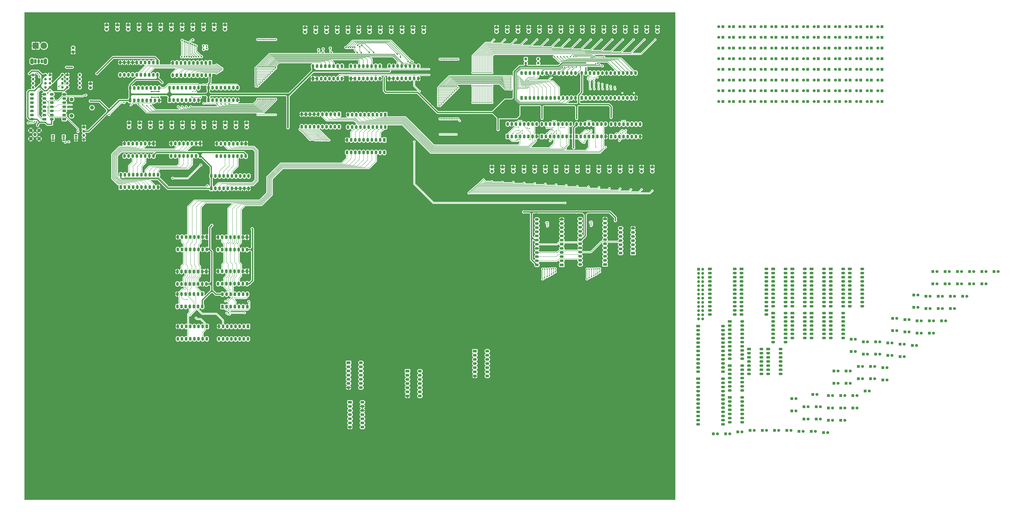
<source format=gbr>
%TF.GenerationSoftware,KiCad,Pcbnew,(5.1.4)-1*%
%TF.CreationDate,2020-07-08T08:30:01+02:00*%
%TF.ProjectId,SPU2,53505532-2e6b-4696-9361-645f70636258,rev?*%
%TF.SameCoordinates,Original*%
%TF.FileFunction,Copper,L2,Bot*%
%TF.FilePolarity,Positive*%
%FSLAX46Y46*%
G04 Gerber Fmt 4.6, Leading zero omitted, Abs format (unit mm)*
G04 Created by KiCad (PCBNEW (5.1.4)-1) date 2020-07-08 08:30:01*
%MOMM*%
%LPD*%
G04 APERTURE LIST*
%TA.AperFunction,ComponentPad*%
%ADD10O,1.600000X2.400000*%
%TD*%
%TA.AperFunction,ComponentPad*%
%ADD11R,1.600000X2.400000*%
%TD*%
%TA.AperFunction,ComponentPad*%
%ADD12O,2.400000X1.600000*%
%TD*%
%TA.AperFunction,ComponentPad*%
%ADD13R,2.400000X1.600000*%
%TD*%
%TA.AperFunction,ComponentPad*%
%ADD14O,1.700000X1.700000*%
%TD*%
%TA.AperFunction,ComponentPad*%
%ADD15R,1.700000X1.700000*%
%TD*%
%TA.AperFunction,ComponentPad*%
%ADD16C,1.800000*%
%TD*%
%TA.AperFunction,ComponentPad*%
%ADD17R,1.800000X1.800000*%
%TD*%
%TA.AperFunction,ComponentPad*%
%ADD18O,1.600000X1.600000*%
%TD*%
%TA.AperFunction,ComponentPad*%
%ADD19R,1.600000X1.600000*%
%TD*%
%TA.AperFunction,ComponentPad*%
%ADD20O,2.200000X3.500000*%
%TD*%
%TA.AperFunction,ComponentPad*%
%ADD21O,1.500000X2.500000*%
%TD*%
%TA.AperFunction,ComponentPad*%
%ADD22R,1.500000X2.500000*%
%TD*%
%TA.AperFunction,ComponentPad*%
%ADD23C,2.340000*%
%TD*%
%TA.AperFunction,ComponentPad*%
%ADD24R,1.500000X1.050000*%
%TD*%
%TA.AperFunction,ComponentPad*%
%ADD25O,1.500000X1.050000*%
%TD*%
%TA.AperFunction,ComponentPad*%
%ADD26C,2.250000*%
%TD*%
%TA.AperFunction,ComponentPad*%
%ADD27C,2.050000*%
%TD*%
%TA.AperFunction,ComponentPad*%
%ADD28C,4.000000*%
%TD*%
%TA.AperFunction,ComponentPad*%
%ADD29R,3.800000X3.800000*%
%TD*%
%TA.AperFunction,ViaPad*%
%ADD30C,1.000000*%
%TD*%
%TA.AperFunction,ViaPad*%
%ADD31C,0.800000*%
%TD*%
%TA.AperFunction,ViaPad*%
%ADD32C,0.600000*%
%TD*%
%TA.AperFunction,Conductor*%
%ADD33C,0.750000*%
%TD*%
%TA.AperFunction,Conductor*%
%ADD34C,0.250000*%
%TD*%
%TA.AperFunction,Conductor*%
%ADD35C,1.000000*%
%TD*%
%TA.AperFunction,Conductor*%
%ADD36C,0.200000*%
%TD*%
%TA.AperFunction,Conductor*%
%ADD37C,0.500000*%
%TD*%
%TA.AperFunction,Conductor*%
%ADD38C,0.254000*%
%TD*%
G04 APERTURE END LIST*
D10*
%TO.P,U12,16*%
%TO.N,+5V*%
X152349200Y-165989000D03*
%TO.P,U12,8*%
%TO.N,GND*%
X134569200Y-158369000D03*
%TO.P,U12,15*%
X149809200Y-165989000D03*
%TO.P,U12,7*%
%TO.N,CLK*%
X137109200Y-158369000D03*
%TO.P,U12,14*%
%TO.N,/D4*%
X147269200Y-165989000D03*
%TO.P,U12,6*%
%TO.N,/RA7*%
X139649200Y-158369000D03*
%TO.P,U12,13*%
%TO.N,/D5*%
X144729200Y-165989000D03*
%TO.P,U12,5*%
%TO.N,/RA6*%
X142189200Y-158369000D03*
%TO.P,U12,12*%
%TO.N,/D6*%
X142189200Y-165989000D03*
%TO.P,U12,4*%
%TO.N,/RA5*%
X144729200Y-158369000D03*
%TO.P,U12,11*%
%TO.N,/D7*%
X139649200Y-165989000D03*
%TO.P,U12,3*%
%TO.N,/RA4*%
X147269200Y-158369000D03*
%TO.P,U12,10*%
%TO.N,~AI*%
X137109200Y-165989000D03*
%TO.P,U12,2*%
%TO.N,GND*%
X149809200Y-158369000D03*
%TO.P,U12,9*%
%TO.N,~AI*%
X134569200Y-165989000D03*
D11*
%TO.P,U12,1*%
%TO.N,GND*%
X152349200Y-158369000D03*
%TD*%
D10*
%TO.P,U2,14*%
%TO.N,+5V*%
X149529800Y-200964800D03*
%TO.P,U2,7*%
%TO.N,GND*%
X134289800Y-193344800D03*
%TO.P,U2,13*%
%TO.N,SU*%
X146989800Y-200964800D03*
%TO.P,U2,6*%
%TO.N,/BAI5*%
X136829800Y-193344800D03*
%TO.P,U2,12*%
%TO.N,/REGB7*%
X144449800Y-200964800D03*
%TO.P,U2,5*%
%TO.N,SU*%
X139369800Y-193344800D03*
%TO.P,U2,11*%
%TO.N,/BAI7*%
X141909800Y-200964800D03*
%TO.P,U2,4*%
%TO.N,/REGB5*%
X141909800Y-193344800D03*
%TO.P,U2,10*%
%TO.N,SU*%
X139369800Y-200964800D03*
%TO.P,U2,3*%
%TO.N,/BAI4*%
X144449800Y-193344800D03*
%TO.P,U2,9*%
%TO.N,/REGB6*%
X136829800Y-200964800D03*
%TO.P,U2,2*%
%TO.N,SU*%
X146989800Y-193344800D03*
%TO.P,U2,8*%
%TO.N,/BAI6*%
X134289800Y-200964800D03*
D11*
%TO.P,U2,1*%
%TO.N,/REGB4*%
X149529800Y-193344800D03*
%TD*%
D12*
%TO.P,U75,20*%
%TO.N,+5V*%
X518861801Y-177901001D03*
%TO.P,U75,10*%
%TO.N,GND*%
X511241801Y-200761001D03*
%TO.P,U75,19*%
%TO.N,Net-(U68-Pad16)*%
X518861801Y-180441001D03*
%TO.P,U75,9*%
%TO.N,/ARG7*%
X511241801Y-198221001D03*
%TO.P,U75,18*%
%TO.N,/ADDR0*%
X518861801Y-182981001D03*
%TO.P,U75,8*%
%TO.N,/ARG6*%
X511241801Y-195681001D03*
%TO.P,U75,17*%
%TO.N,/ADDR1*%
X518861801Y-185521001D03*
%TO.P,U75,7*%
%TO.N,/ARG5*%
X511241801Y-193141001D03*
%TO.P,U75,16*%
%TO.N,/ADDR2*%
X518861801Y-188061001D03*
%TO.P,U75,6*%
%TO.N,/ARG4*%
X511241801Y-190601001D03*
%TO.P,U75,15*%
%TO.N,/ADDR3*%
X518861801Y-190601001D03*
%TO.P,U75,5*%
%TO.N,/ARG3*%
X511241801Y-188061001D03*
%TO.P,U75,14*%
%TO.N,/ADDR4*%
X518861801Y-193141001D03*
%TO.P,U75,4*%
%TO.N,/ARG2*%
X511241801Y-185521001D03*
%TO.P,U75,13*%
%TO.N,/ADDR5*%
X518861801Y-195681001D03*
%TO.P,U75,3*%
%TO.N,/ARG1*%
X511241801Y-182981001D03*
%TO.P,U75,12*%
%TO.N,/ADDR6*%
X518861801Y-198221001D03*
%TO.P,U75,2*%
%TO.N,/ARG0*%
X511241801Y-180441001D03*
%TO.P,U75,11*%
%TO.N,/ADDR7*%
X518861801Y-200761001D03*
D13*
%TO.P,U75,1*%
%TO.N,+5V*%
X511241801Y-177901001D03*
%TD*%
D12*
%TO.P,U74,20*%
%TO.N,+5V*%
X507111801Y-177901001D03*
%TO.P,U74,10*%
%TO.N,GND*%
X499491801Y-200761001D03*
%TO.P,U74,19*%
%TO.N,Net-(U68-Pad16)*%
X507111801Y-180441001D03*
%TO.P,U74,9*%
%TO.N,GND*%
X499491801Y-198221001D03*
%TO.P,U74,18*%
%TO.N,/GFX0*%
X507111801Y-182981001D03*
%TO.P,U74,8*%
%TO.N,+5V*%
X499491801Y-195681001D03*
%TO.P,U74,17*%
%TO.N,/GFX1*%
X507111801Y-185521001D03*
%TO.P,U74,7*%
%TO.N,+5V*%
X499491801Y-193141001D03*
%TO.P,U74,16*%
%TO.N,/GFX2*%
X507111801Y-188061001D03*
%TO.P,U74,6*%
%TO.N,+5V*%
X499491801Y-190601001D03*
%TO.P,U74,15*%
%TO.N,/GFX3*%
X507111801Y-190601001D03*
%TO.P,U74,5*%
%TO.N,/ARG11*%
X499491801Y-188061001D03*
%TO.P,U74,14*%
%TO.N,/ADDR8*%
X507111801Y-193141001D03*
%TO.P,U74,4*%
%TO.N,/ARG10*%
X499491801Y-185521001D03*
%TO.P,U74,13*%
%TO.N,/ADDR9*%
X507111801Y-195681001D03*
%TO.P,U74,3*%
%TO.N,/ARG9*%
X499491801Y-182981001D03*
%TO.P,U74,12*%
%TO.N,/ADDR10*%
X507111801Y-198221001D03*
%TO.P,U74,2*%
%TO.N,/ARG8*%
X499491801Y-180441001D03*
%TO.P,U74,11*%
%TO.N,/ADDR11*%
X507111801Y-200761001D03*
D13*
%TO.P,U74,1*%
%TO.N,+5V*%
X499491801Y-177901001D03*
%TD*%
D12*
%TO.P,U73,20*%
%TO.N,+5V*%
X480511801Y-210101001D03*
%TO.P,U73,10*%
%TO.N,GND*%
X472891801Y-232961001D03*
%TO.P,U73,19*%
%TO.N,Net-(U68-Pad15)*%
X480511801Y-212641001D03*
%TO.P,U73,9*%
%TO.N,/ARG7*%
X472891801Y-230421001D03*
%TO.P,U73,18*%
%TO.N,/ADDR0*%
X480511801Y-215181001D03*
%TO.P,U73,8*%
%TO.N,/ARG6*%
X472891801Y-227881001D03*
%TO.P,U73,17*%
%TO.N,/ADDR1*%
X480511801Y-217721001D03*
%TO.P,U73,7*%
%TO.N,/ARG5*%
X472891801Y-225341001D03*
%TO.P,U73,16*%
%TO.N,/ADDR2*%
X480511801Y-220261001D03*
%TO.P,U73,6*%
%TO.N,/ARG4*%
X472891801Y-222801001D03*
%TO.P,U73,15*%
%TO.N,/ADDR3*%
X480511801Y-222801001D03*
%TO.P,U73,5*%
%TO.N,/ARG3*%
X472891801Y-220261001D03*
%TO.P,U73,14*%
%TO.N,/ADDR4*%
X480511801Y-225341001D03*
%TO.P,U73,4*%
%TO.N,/ARG2*%
X472891801Y-217721001D03*
%TO.P,U73,13*%
%TO.N,/ADDR5*%
X480511801Y-227881001D03*
%TO.P,U73,3*%
%TO.N,/ARG1*%
X472891801Y-215181001D03*
%TO.P,U73,12*%
%TO.N,/ADDR6*%
X480511801Y-230421001D03*
%TO.P,U73,2*%
%TO.N,/ARG0*%
X472891801Y-212641001D03*
%TO.P,U73,11*%
%TO.N,/ADDR7*%
X480511801Y-232961001D03*
D13*
%TO.P,U73,1*%
%TO.N,+5V*%
X472891801Y-210101001D03*
%TD*%
D12*
%TO.P,U72,20*%
%TO.N,+5V*%
X542361801Y-177901001D03*
%TO.P,U72,10*%
%TO.N,GND*%
X534741801Y-200761001D03*
%TO.P,U72,19*%
%TO.N,Net-(U68-Pad15)*%
X542361801Y-180441001D03*
%TO.P,U72,9*%
%TO.N,GND*%
X534741801Y-198221001D03*
%TO.P,U72,18*%
%TO.N,/ADDR8*%
X542361801Y-182981001D03*
%TO.P,U72,8*%
%TO.N,GND*%
X534741801Y-195681001D03*
%TO.P,U72,17*%
%TO.N,/ADDR9*%
X542361801Y-185521001D03*
%TO.P,U72,7*%
%TO.N,GND*%
X534741801Y-193141001D03*
%TO.P,U72,16*%
%TO.N,/ADDR10*%
X542361801Y-188061001D03*
%TO.P,U72,6*%
%TO.N,GND*%
X534741801Y-190601001D03*
%TO.P,U72,15*%
%TO.N,/ADDR11*%
X542361801Y-190601001D03*
%TO.P,U72,5*%
%TO.N,/ARG11*%
X534741801Y-188061001D03*
%TO.P,U72,14*%
%TO.N,Net-(U72-Pad14)*%
X542361801Y-193141001D03*
%TO.P,U72,4*%
%TO.N,/ARG10*%
X534741801Y-185521001D03*
%TO.P,U72,13*%
%TO.N,Net-(U72-Pad13)*%
X542361801Y-195681001D03*
%TO.P,U72,3*%
%TO.N,/ARG9*%
X534741801Y-182981001D03*
%TO.P,U72,12*%
%TO.N,Net-(U72-Pad12)*%
X542361801Y-198221001D03*
%TO.P,U72,2*%
%TO.N,/ARG8*%
X534741801Y-180441001D03*
%TO.P,U72,11*%
%TO.N,Net-(U72-Pad11)*%
X542361801Y-200761001D03*
D13*
%TO.P,U72,1*%
%TO.N,+5V*%
X534741801Y-177901001D03*
%TD*%
D12*
%TO.P,U71,20*%
%TO.N,+5V*%
X554111801Y-177901001D03*
%TO.P,U71,10*%
%TO.N,GND*%
X546491801Y-200761001D03*
%TO.P,U71,19*%
%TO.N,Net-(U68-Pad14)*%
X554111801Y-180441001D03*
%TO.P,U71,9*%
%TO.N,/ARG7*%
X546491801Y-198221001D03*
%TO.P,U71,18*%
%TO.N,/D0*%
X554111801Y-182981001D03*
%TO.P,U71,8*%
%TO.N,/ARG6*%
X546491801Y-195681001D03*
%TO.P,U71,17*%
%TO.N,/D1*%
X554111801Y-185521001D03*
%TO.P,U71,7*%
%TO.N,/ARG5*%
X546491801Y-193141001D03*
%TO.P,U71,16*%
%TO.N,/D2*%
X554111801Y-188061001D03*
%TO.P,U71,6*%
%TO.N,/ARG4*%
X546491801Y-190601001D03*
%TO.P,U71,15*%
%TO.N,/D3*%
X554111801Y-190601001D03*
%TO.P,U71,5*%
%TO.N,/ARG3*%
X546491801Y-188061001D03*
%TO.P,U71,14*%
%TO.N,/D4*%
X554111801Y-193141001D03*
%TO.P,U71,4*%
%TO.N,/ARG2*%
X546491801Y-185521001D03*
%TO.P,U71,13*%
%TO.N,/D5*%
X554111801Y-195681001D03*
%TO.P,U71,3*%
%TO.N,/ARG1*%
X546491801Y-182981001D03*
%TO.P,U71,12*%
%TO.N,/D6*%
X554111801Y-198221001D03*
%TO.P,U71,2*%
%TO.N,/ARG0*%
X546491801Y-180441001D03*
%TO.P,U71,11*%
%TO.N,/D7*%
X554111801Y-200761001D03*
D13*
%TO.P,U71,1*%
%TO.N,+5V*%
X546491801Y-177901001D03*
%TD*%
D12*
%TO.P,U69,24*%
%TO.N,+5V*%
X495331801Y-177901001D03*
%TO.P,U69,12*%
%TO.N,GND*%
X480091801Y-205841001D03*
%TO.P,U69,23*%
X495331801Y-180441001D03*
%TO.P,U69,11*%
%TO.N,Net-(U62-Pad2)*%
X480091801Y-203301001D03*
%TO.P,U69,22*%
%TO.N,/GFX3*%
X495331801Y-182981001D03*
%TO.P,U69,10*%
%TO.N,Net-(U62-Pad10)*%
X480091801Y-200761001D03*
%TO.P,U69,21*%
%TO.N,/GFX2*%
X495331801Y-185521001D03*
%TO.P,U69,9*%
%TO.N,Net-(U62-Pad5)*%
X480091801Y-198221001D03*
%TO.P,U69,20*%
%TO.N,Net-(U65-Pad10)*%
X495331801Y-188061001D03*
%TO.P,U69,8*%
%TO.N,Net-(U64-Pad13)*%
X480091801Y-195681001D03*
%TO.P,U69,19*%
%TO.N,Net-(U65-Pad13)*%
X495331801Y-190601001D03*
%TO.P,U69,7*%
%TO.N,Net-(U65-Pad2)*%
X480091801Y-193141001D03*
%TO.P,U69,18*%
%TO.N,Net-(U64-Pad2)*%
X495331801Y-193141001D03*
%TO.P,U69,6*%
%TO.N,Net-(U66-Pad5)*%
X480091801Y-190601001D03*
%TO.P,U69,17*%
%TO.N,Net-(U65-Pad5)*%
X495331801Y-195681001D03*
%TO.P,U69,5*%
%TO.N,Net-(U66-Pad10)*%
X480091801Y-188061001D03*
%TO.P,U69,16*%
%TO.N,Net-(U67-Pad10)*%
X495331801Y-198221001D03*
%TO.P,U69,4*%
%TO.N,Net-(U66-Pad13)*%
X480091801Y-185521001D03*
%TO.P,U69,15*%
%TO.N,Net-(U67-Pad13)*%
X495331801Y-200761001D03*
%TO.P,U69,3*%
%TO.N,/GFX1*%
X480091801Y-182981001D03*
%TO.P,U69,14*%
%TO.N,Net-(U67-Pad2)*%
X495331801Y-203301001D03*
%TO.P,U69,2*%
%TO.N,/GFX0*%
X480091801Y-180441001D03*
%TO.P,U69,13*%
%TO.N,Net-(U67-Pad5)*%
X495331801Y-205841001D03*
D13*
%TO.P,U69,1*%
%TO.N,+5V*%
X480091801Y-177901001D03*
%TD*%
D12*
%TO.P,U68,24*%
%TO.N,+5V*%
X468731801Y-245201001D03*
%TO.P,U68,12*%
%TO.N,GND*%
X453491801Y-273141001D03*
%TO.P,U68,23*%
%TO.N,ZERO*%
X468731801Y-247741001D03*
%TO.P,U68,11*%
%TO.N,~MEMAO*%
X453491801Y-270601001D03*
%TO.P,U68,22*%
%TO.N,CARRY*%
X468731801Y-250281001D03*
%TO.P,U68,10*%
%TO.N,~JO*%
X453491801Y-268061001D03*
%TO.P,U68,21*%
%TO.N,+5V*%
X468731801Y-252821001D03*
%TO.P,U68,9*%
%TO.N,~JI*%
X453491801Y-265521001D03*
%TO.P,U68,20*%
%TO.N,GND*%
X468731801Y-255361001D03*
%TO.P,U68,8*%
%TO.N,/OP0*%
X453491801Y-262981001D03*
%TO.P,U68,19*%
%TO.N,EQL*%
X468731801Y-257901001D03*
%TO.P,U68,7*%
%TO.N,/OP1*%
X453491801Y-260441001D03*
%TO.P,U68,18*%
%TO.N,GND*%
X468731801Y-260441001D03*
%TO.P,U68,6*%
%TO.N,/OP2*%
X453491801Y-257901001D03*
%TO.P,U68,17*%
%TO.N,Net-(U40-Pad9)*%
X468731801Y-262981001D03*
%TO.P,U68,5*%
%TO.N,/OP3*%
X453491801Y-255361001D03*
%TO.P,U68,16*%
%TO.N,Net-(U68-Pad16)*%
X468731801Y-265521001D03*
%TO.P,U68,4*%
%TO.N,Net-(U40-Pad14)*%
X453491801Y-252821001D03*
%TO.P,U68,15*%
%TO.N,Net-(U68-Pad15)*%
X468731801Y-268061001D03*
%TO.P,U68,3*%
%TO.N,Net-(U40-Pad13)*%
X453491801Y-250281001D03*
%TO.P,U68,14*%
%TO.N,Net-(U68-Pad14)*%
X468731801Y-270601001D03*
%TO.P,U68,2*%
%TO.N,Net-(U40-Pad12)*%
X453491801Y-247741001D03*
%TO.P,U68,13*%
%TO.N,EXT*%
X468731801Y-273141001D03*
D13*
%TO.P,U68,1*%
%TO.N,Net-(U40-Pad11)*%
X453491801Y-245201001D03*
%TD*%
D12*
%TO.P,U67,14*%
%TO.N,+5V*%
X518861801Y-205001001D03*
%TO.P,U67,7*%
%TO.N,GND*%
X511241801Y-220241001D03*
%TO.P,U67,13*%
%TO.N,Net-(U67-Pad13)*%
X518861801Y-207541001D03*
%TO.P,U67,6*%
%TO.N,GFXC13*%
X511241801Y-217701001D03*
%TO.P,U67,12*%
%TO.N,GFXCLK*%
X518861801Y-210081001D03*
%TO.P,U67,5*%
%TO.N,Net-(U67-Pad5)*%
X511241801Y-215161001D03*
%TO.P,U67,11*%
%TO.N,GFXC15*%
X518861801Y-212621001D03*
%TO.P,U67,4*%
%TO.N,GFXCLK*%
X511241801Y-212621001D03*
%TO.P,U67,10*%
%TO.N,Net-(U67-Pad10)*%
X518861801Y-215161001D03*
%TO.P,U67,3*%
%TO.N,GFXC12*%
X511241801Y-210081001D03*
%TO.P,U67,9*%
%TO.N,GFXCLK*%
X518861801Y-217701001D03*
%TO.P,U67,2*%
%TO.N,Net-(U67-Pad2)*%
X511241801Y-207541001D03*
%TO.P,U67,8*%
%TO.N,GFXC14*%
X518861801Y-220241001D03*
D13*
%TO.P,U67,1*%
%TO.N,GFXCLK*%
X511241801Y-205001001D03*
%TD*%
D12*
%TO.P,U66,14*%
%TO.N,+5V*%
X530611801Y-205001001D03*
%TO.P,U66,7*%
%TO.N,GND*%
X522991801Y-220241001D03*
%TO.P,U66,13*%
%TO.N,Net-(U66-Pad13)*%
X530611801Y-207541001D03*
%TO.P,U66,6*%
%TO.N,GFXC5*%
X522991801Y-217701001D03*
%TO.P,U66,12*%
%TO.N,GFXCLK*%
X530611801Y-210081001D03*
%TO.P,U66,5*%
%TO.N,Net-(U66-Pad5)*%
X522991801Y-215161001D03*
%TO.P,U66,11*%
%TO.N,GFXC7*%
X530611801Y-212621001D03*
%TO.P,U66,4*%
%TO.N,GFXCLK*%
X522991801Y-212621001D03*
%TO.P,U66,10*%
%TO.N,Net-(U66-Pad10)*%
X530611801Y-215161001D03*
%TO.P,U66,3*%
%TO.N,GFXCLK*%
X522991801Y-210081001D03*
%TO.P,U66,9*%
X530611801Y-217701001D03*
%TO.P,U66,2*%
%TO.N,GFXI*%
X522991801Y-207541001D03*
%TO.P,U66,8*%
%TO.N,GFXC6*%
X530611801Y-220241001D03*
D13*
%TO.P,U66,1*%
%TO.N,CLK*%
X522991801Y-205001001D03*
%TD*%
D12*
%TO.P,U65,14*%
%TO.N,+5V*%
X492261801Y-227051001D03*
%TO.P,U65,7*%
%TO.N,GND*%
X484641801Y-242291001D03*
%TO.P,U65,13*%
%TO.N,Net-(U65-Pad13)*%
X492261801Y-229591001D03*
%TO.P,U65,6*%
%TO.N,GFXC9*%
X484641801Y-239751001D03*
%TO.P,U65,12*%
%TO.N,GFXCLK*%
X492261801Y-232131001D03*
%TO.P,U65,5*%
%TO.N,Net-(U65-Pad5)*%
X484641801Y-237211001D03*
%TO.P,U65,11*%
%TO.N,GFXC11*%
X492261801Y-234671001D03*
%TO.P,U65,4*%
%TO.N,GFXCLK*%
X484641801Y-234671001D03*
%TO.P,U65,10*%
%TO.N,Net-(U65-Pad10)*%
X492261801Y-237211001D03*
%TO.P,U65,3*%
%TO.N,GFXC4*%
X484641801Y-232131001D03*
%TO.P,U65,9*%
%TO.N,GFXCLK*%
X492261801Y-239751001D03*
%TO.P,U65,2*%
%TO.N,Net-(U65-Pad2)*%
X484641801Y-229591001D03*
%TO.P,U65,8*%
%TO.N,GFXC10*%
X492261801Y-242291001D03*
D13*
%TO.P,U65,1*%
%TO.N,GFXCLK*%
X484641801Y-227051001D03*
%TD*%
D12*
%TO.P,U64,14*%
%TO.N,+5V*%
X504011801Y-227051001D03*
%TO.P,U64,7*%
%TO.N,GND*%
X496391801Y-242291001D03*
%TO.P,U64,13*%
%TO.N,Net-(U64-Pad13)*%
X504011801Y-229591001D03*
%TO.P,U64,6*%
%TO.N,Net-(U64-Pad6)*%
X496391801Y-239751001D03*
%TO.P,U64,12*%
%TO.N,GFXCLK*%
X504011801Y-232131001D03*
%TO.P,U64,5*%
%TO.N,GND*%
X496391801Y-237211001D03*
%TO.P,U64,11*%
%TO.N,GFXC3*%
X504011801Y-234671001D03*
%TO.P,U64,4*%
%TO.N,GND*%
X496391801Y-234671001D03*
%TO.P,U64,10*%
X504011801Y-237211001D03*
%TO.P,U64,3*%
%TO.N,GFXC8*%
X496391801Y-232131001D03*
%TO.P,U64,9*%
%TO.N,GND*%
X504011801Y-239751001D03*
%TO.P,U64,2*%
%TO.N,Net-(U64-Pad2)*%
X496391801Y-229591001D03*
%TO.P,U64,8*%
%TO.N,Net-(U64-Pad8)*%
X504011801Y-242291001D03*
D13*
%TO.P,U64,1*%
%TO.N,GFXCLK*%
X496391801Y-227051001D03*
%TD*%
D12*
%TO.P,U63,24*%
%TO.N,+5V*%
X468731801Y-213001001D03*
%TO.P,U63,12*%
%TO.N,GND*%
X453491801Y-240941001D03*
%TO.P,U63,23*%
%TO.N,ZERO*%
X468731801Y-215541001D03*
%TO.P,U63,11*%
%TO.N,Net-(U63-Pad11)*%
X453491801Y-238401001D03*
%TO.P,U63,22*%
%TO.N,CARRY*%
X468731801Y-218081001D03*
%TO.P,U63,10*%
%TO.N,~BI*%
X453491801Y-235861001D03*
%TO.P,U63,21*%
%TO.N,+5V*%
X468731801Y-220621001D03*
%TO.P,U63,9*%
%TO.N,~EO*%
X453491801Y-233321001D03*
%TO.P,U63,20*%
%TO.N,GND*%
X468731801Y-223161001D03*
%TO.P,U63,8*%
%TO.N,/OP0*%
X453491801Y-230781001D03*
%TO.P,U63,19*%
%TO.N,EQL*%
X468731801Y-225701001D03*
%TO.P,U63,7*%
%TO.N,/OP1*%
X453491801Y-228241001D03*
%TO.P,U63,18*%
%TO.N,GND*%
X468731801Y-228241001D03*
%TO.P,U63,6*%
%TO.N,/OP2*%
X453491801Y-225701001D03*
%TO.P,U63,17*%
%TO.N,GFXI*%
X468731801Y-230781001D03*
%TO.P,U63,5*%
%TO.N,/OP3*%
X453491801Y-223161001D03*
%TO.P,U63,16*%
%TO.N,HLT*%
X468731801Y-233321001D03*
%TO.P,U63,4*%
%TO.N,Net-(U40-Pad14)*%
X453491801Y-220621001D03*
%TO.P,U63,15*%
%TO.N,~MC*%
X468731801Y-235861001D03*
%TO.P,U63,3*%
%TO.N,Net-(U40-Pad13)*%
X453491801Y-218081001D03*
%TO.P,U63,14*%
%TO.N,Net-(U63-Pad14)*%
X468731801Y-238401001D03*
%TO.P,U63,2*%
%TO.N,Net-(U40-Pad12)*%
X453491801Y-215541001D03*
%TO.P,U63,13*%
%TO.N,~AI*%
X468731801Y-240941001D03*
D13*
%TO.P,U63,1*%
%TO.N,Net-(U40-Pad11)*%
X453491801Y-213001001D03*
%TD*%
D12*
%TO.P,U62,14*%
%TO.N,+5V*%
X480511801Y-237201001D03*
%TO.P,U62,7*%
%TO.N,GND*%
X472891801Y-252441001D03*
%TO.P,U62,13*%
X480511801Y-239741001D03*
%TO.P,U62,6*%
%TO.N,GFXC1*%
X472891801Y-249901001D03*
%TO.P,U62,12*%
%TO.N,GND*%
X480511801Y-242281001D03*
%TO.P,U62,5*%
%TO.N,Net-(U62-Pad5)*%
X472891801Y-247361001D03*
%TO.P,U62,11*%
%TO.N,Net-(U62-Pad11)*%
X480511801Y-244821001D03*
%TO.P,U62,4*%
%TO.N,GFXCLK*%
X472891801Y-244821001D03*
%TO.P,U62,10*%
%TO.N,Net-(U62-Pad10)*%
X480511801Y-247361001D03*
%TO.P,U62,3*%
%TO.N,GFXC0*%
X472891801Y-242281001D03*
%TO.P,U62,9*%
%TO.N,GFXCLK*%
X480511801Y-249901001D03*
%TO.P,U62,2*%
%TO.N,Net-(U62-Pad2)*%
X472891801Y-239741001D03*
%TO.P,U62,8*%
%TO.N,GFXC2*%
X480511801Y-252441001D03*
D13*
%TO.P,U62,1*%
%TO.N,GFXCLK*%
X472891801Y-237201001D03*
%TD*%
D12*
%TO.P,U61,24*%
%TO.N,+5V*%
X475931801Y-177901001D03*
%TO.P,U61,12*%
%TO.N,GND*%
X460691801Y-205841001D03*
%TO.P,U61,23*%
%TO.N,ZERO*%
X475931801Y-180441001D03*
%TO.P,U61,11*%
%TO.N,~PO*%
X460691801Y-203301001D03*
%TO.P,U61,22*%
%TO.N,CARRY*%
X475931801Y-182981001D03*
%TO.P,U61,10*%
%TO.N,~J*%
X460691801Y-200761001D03*
%TO.P,U61,21*%
%TO.N,+5V*%
X475931801Y-185521001D03*
%TO.P,U61,9*%
%TO.N,CE*%
X460691801Y-198221001D03*
%TO.P,U61,20*%
%TO.N,GND*%
X475931801Y-188061001D03*
%TO.P,U61,8*%
%TO.N,/OP0*%
X460691801Y-195681001D03*
%TO.P,U61,19*%
%TO.N,EQL*%
X475931801Y-190601001D03*
%TO.P,U61,7*%
%TO.N,/OP1*%
X460691801Y-193141001D03*
%TO.P,U61,18*%
%TO.N,GND*%
X475931801Y-193141001D03*
%TO.P,U61,6*%
%TO.N,/OP2*%
X460691801Y-190601001D03*
%TO.P,U61,17*%
%TO.N,SU*%
X475931801Y-195681001D03*
%TO.P,U61,5*%
%TO.N,/OP3*%
X460691801Y-188061001D03*
%TO.P,U61,16*%
%TO.N,Net-(U61-Pad16)*%
X475931801Y-198221001D03*
%TO.P,U61,4*%
%TO.N,Net-(U40-Pad14)*%
X460691801Y-185521001D03*
%TO.P,U61,15*%
%TO.N,RAMI*%
X475931801Y-200761001D03*
%TO.P,U61,3*%
%TO.N,Net-(U40-Pad13)*%
X460691801Y-182981001D03*
%TO.P,U61,14*%
%TO.N,~MEMDO*%
X475931801Y-203301001D03*
%TO.P,U61,2*%
%TO.N,Net-(U40-Pad12)*%
X460691801Y-180441001D03*
%TO.P,U61,13*%
%TO.N,II*%
X475931801Y-205841001D03*
D13*
%TO.P,U61,1*%
%TO.N,Net-(U40-Pad11)*%
X460691801Y-177901001D03*
%TD*%
D12*
%TO.P,U40,16*%
%TO.N,+5V*%
X507111801Y-205001001D03*
%TO.P,U40,8*%
%TO.N,GND*%
X499491801Y-222781001D03*
%TO.P,U40,15*%
%TO.N,Net-(U40-Pad15)*%
X507111801Y-207541001D03*
%TO.P,U40,7*%
%TO.N,+5V*%
X499491801Y-220241001D03*
%TO.P,U40,14*%
%TO.N,Net-(U40-Pad14)*%
X507111801Y-210081001D03*
%TO.P,U40,6*%
%TO.N,GND*%
X499491801Y-217701001D03*
%TO.P,U40,13*%
%TO.N,Net-(U40-Pad13)*%
X507111801Y-212621001D03*
%TO.P,U40,5*%
%TO.N,GND*%
X499491801Y-215161001D03*
%TO.P,U40,12*%
%TO.N,Net-(U40-Pad12)*%
X507111801Y-215161001D03*
%TO.P,U40,4*%
%TO.N,GND*%
X499491801Y-212621001D03*
%TO.P,U40,11*%
%TO.N,Net-(U40-Pad11)*%
X507111801Y-217701001D03*
%TO.P,U40,3*%
%TO.N,GND*%
X499491801Y-210081001D03*
%TO.P,U40,10*%
%TO.N,+5V*%
X507111801Y-220241001D03*
%TO.P,U40,2*%
%TO.N,~CLK*%
X499491801Y-207541001D03*
%TO.P,U40,9*%
%TO.N,Net-(U40-Pad9)*%
X507111801Y-222781001D03*
D13*
%TO.P,U40,1*%
%TO.N,+5V*%
X499491801Y-205001001D03*
%TD*%
D12*
%TO.P,U37,14*%
%TO.N,+5V*%
X542361801Y-205001001D03*
%TO.P,U37,7*%
%TO.N,GND*%
X534741801Y-220241001D03*
%TO.P,U37,13*%
X542361801Y-207541001D03*
%TO.P,U37,6*%
%TO.N,Net-(U37-Pad6)*%
X534741801Y-217701001D03*
%TO.P,U37,12*%
%TO.N,GND*%
X542361801Y-210081001D03*
%TO.P,U37,5*%
%TO.N,II*%
X534741801Y-215161001D03*
%TO.P,U37,11*%
%TO.N,Net-(U37-Pad11)*%
X542361801Y-212621001D03*
%TO.P,U37,4*%
%TO.N,CLK*%
X534741801Y-212621001D03*
%TO.P,U37,10*%
%TO.N,GND*%
X542361801Y-215161001D03*
%TO.P,U37,3*%
%TO.N,Net-(U37-Pad3)*%
X534741801Y-210081001D03*
%TO.P,U37,9*%
%TO.N,GND*%
X542361801Y-217701001D03*
%TO.P,U37,2*%
%TO.N,II*%
X534741801Y-207541001D03*
%TO.P,U37,8*%
%TO.N,Net-(U37-Pad8)*%
X542361801Y-220241001D03*
D13*
%TO.P,U37,1*%
%TO.N,CLK*%
X534741801Y-205001001D03*
%TD*%
D12*
%TO.P,U6,14*%
%TO.N,+5V*%
X480511801Y-256701001D03*
%TO.P,U6,7*%
%TO.N,GND*%
X472891801Y-271941001D03*
%TO.P,U6,13*%
%TO.N,/RA4*%
X480511801Y-259241001D03*
%TO.P,U6,6*%
%TO.N,/RA6*%
X472891801Y-269401001D03*
%TO.P,U6,12*%
%TO.N,/BAI4*%
X480511801Y-261781001D03*
%TO.P,U6,5*%
%TO.N,/BAI6*%
X472891801Y-266861001D03*
%TO.P,U6,11*%
%TO.N,Net-(U6-Pad11)*%
X480511801Y-264321001D03*
%TO.P,U6,4*%
%TO.N,Net-(U6-Pad4)*%
X472891801Y-264321001D03*
%TO.P,U6,10*%
%TO.N,Net-(U6-Pad10)*%
X480511801Y-266861001D03*
%TO.P,U6,3*%
%TO.N,Net-(U6-Pad3)*%
X472891801Y-261781001D03*
%TO.P,U6,9*%
%TO.N,/RA5*%
X480511801Y-269401001D03*
%TO.P,U6,2*%
%TO.N,/RA7*%
X472891801Y-259241001D03*
%TO.P,U6,8*%
%TO.N,/BAI5*%
X480511801Y-271941001D03*
D13*
%TO.P,U6,1*%
%TO.N,/BAI7*%
X472891801Y-256701001D03*
%TD*%
D12*
%TO.P,U3,20*%
%TO.N,+5V*%
X530611801Y-177901001D03*
%TO.P,U3,10*%
%TO.N,GND*%
X522991801Y-200761001D03*
%TO.P,U3,19*%
%TO.N,~EO*%
X530611801Y-180441001D03*
%TO.P,U3,9*%
%TO.N,/ALU0*%
X522991801Y-198221001D03*
%TO.P,U3,18*%
%TO.N,/D7*%
X530611801Y-182981001D03*
%TO.P,U3,8*%
%TO.N,/ALU1*%
X522991801Y-195681001D03*
%TO.P,U3,17*%
%TO.N,/D6*%
X530611801Y-185521001D03*
%TO.P,U3,7*%
%TO.N,/ALU2*%
X522991801Y-193141001D03*
%TO.P,U3,16*%
%TO.N,/D5*%
X530611801Y-188061001D03*
%TO.P,U3,6*%
%TO.N,/ALU3*%
X522991801Y-190601001D03*
%TO.P,U3,15*%
%TO.N,/D4*%
X530611801Y-190601001D03*
%TO.P,U3,5*%
%TO.N,/ALU4*%
X522991801Y-188061001D03*
%TO.P,U3,14*%
%TO.N,/D3*%
X530611801Y-193141001D03*
%TO.P,U3,4*%
%TO.N,/ALU5*%
X522991801Y-185521001D03*
%TO.P,U3,13*%
%TO.N,/D2*%
X530611801Y-195681001D03*
%TO.P,U3,3*%
%TO.N,/ALU6*%
X522991801Y-182981001D03*
%TO.P,U3,12*%
%TO.N,/D1*%
X530611801Y-198221001D03*
%TO.P,U3,2*%
%TO.N,/ALU7*%
X522991801Y-180441001D03*
%TO.P,U3,11*%
%TO.N,/D0*%
X530611801Y-200761001D03*
D13*
%TO.P,U3,1*%
%TO.N,+5V*%
X522991801Y-177901001D03*
%TD*%
D14*
%TO.P,J2,26*%
%TO.N,+5V*%
X456281801Y-208581001D03*
%TO.P,J2,25*%
%TO.N,/ADDR0*%
X453741801Y-208581001D03*
%TO.P,J2,24*%
%TO.N,/ADDR1*%
X456281801Y-206041001D03*
%TO.P,J2,23*%
%TO.N,/ADDR2*%
X453741801Y-206041001D03*
%TO.P,J2,22*%
%TO.N,/ADDR3*%
X456281801Y-203501001D03*
%TO.P,J2,21*%
%TO.N,/ADDR4*%
X453741801Y-203501001D03*
%TO.P,J2,20*%
%TO.N,/ADDR5*%
X456281801Y-200961001D03*
%TO.P,J2,19*%
%TO.N,/ADDR6*%
X453741801Y-200961001D03*
%TO.P,J2,18*%
%TO.N,/ADDR7*%
X456281801Y-198421001D03*
%TO.P,J2,17*%
%TO.N,/ADDR8*%
X453741801Y-198421001D03*
%TO.P,J2,16*%
%TO.N,/ADDR9*%
X456281801Y-195881001D03*
%TO.P,J2,15*%
%TO.N,/ADDR10*%
X453741801Y-195881001D03*
%TO.P,J2,14*%
%TO.N,GND*%
X456281801Y-193341001D03*
%TO.P,J2,13*%
X453741801Y-193341001D03*
%TO.P,J2,12*%
%TO.N,+5V*%
X456281801Y-190801001D03*
%TO.P,J2,11*%
%TO.N,/D7*%
X453741801Y-190801001D03*
%TO.P,J2,10*%
%TO.N,/D6*%
X456281801Y-188261001D03*
%TO.P,J2,9*%
%TO.N,/D5*%
X453741801Y-188261001D03*
%TO.P,J2,8*%
%TO.N,/D4*%
X456281801Y-185721001D03*
%TO.P,J2,7*%
%TO.N,/D3*%
X453741801Y-185721001D03*
%TO.P,J2,6*%
%TO.N,/D2*%
X456281801Y-183181001D03*
%TO.P,J2,5*%
%TO.N,/D1*%
X453741801Y-183181001D03*
%TO.P,J2,4*%
%TO.N,/D0*%
X456281801Y-180641001D03*
%TO.P,J2,3*%
%TO.N,EXT*%
X453741801Y-180641001D03*
%TO.P,J2,2*%
%TO.N,CLK*%
X456281801Y-178101001D03*
D15*
%TO.P,J2,1*%
%TO.N,GND*%
X453741801Y-178101001D03*
%TD*%
D16*
%TO.P,D273,2*%
%TO.N,Net-(D273-Pad2)*%
X605251801Y-209751001D03*
D17*
%TO.P,D273,1*%
%TO.N,GND*%
X602711801Y-209751001D03*
%TD*%
D16*
%TO.P,D272,2*%
%TO.N,Net-(D272-Pad2)*%
X579811801Y-224101001D03*
D17*
%TO.P,D272,1*%
%TO.N,GND*%
X577271801Y-224101001D03*
%TD*%
D16*
%TO.P,D271,2*%
%TO.N,Net-(D271-Pad2)*%
X587311801Y-224851001D03*
D17*
%TO.P,D271,1*%
%TO.N,GND*%
X584771801Y-224851001D03*
%TD*%
D16*
%TO.P,D270,2*%
%TO.N,Net-(D270-Pad2)*%
X597751801Y-217301001D03*
D17*
%TO.P,D270,1*%
%TO.N,GND*%
X595211801Y-217301001D03*
%TD*%
D16*
%TO.P,D269,2*%
%TO.N,Net-(D269-Pad2)*%
X629911801Y-187101001D03*
D17*
%TO.P,D269,1*%
%TO.N,GND*%
X627371801Y-187101001D03*
%TD*%
D16*
%TO.P,D268,2*%
%TO.N,Net-(D268-Pad2)*%
X637411801Y-179551001D03*
D17*
%TO.P,D268,1*%
%TO.N,GND*%
X634871801Y-179551001D03*
%TD*%
D16*
%TO.P,D267,2*%
%TO.N,Net-(D267-Pad2)*%
X569221801Y-246001001D03*
D17*
%TO.P,D267,1*%
%TO.N,GND*%
X566681801Y-246001001D03*
%TD*%
D16*
%TO.P,D266,2*%
%TO.N,Net-(D266-Pad2)*%
X532871801Y-278251001D03*
D17*
%TO.P,D266,1*%
%TO.N,GND*%
X530331801Y-278251001D03*
%TD*%
D16*
%TO.P,D265,2*%
%TO.N,Net-(D265-Pad2)*%
X543401801Y-270701001D03*
D17*
%TO.P,D265,1*%
%TO.N,GND*%
X540861801Y-270701001D03*
%TD*%
D16*
%TO.P,D264,2*%
%TO.N,Net-(D264-Pad2)*%
X554221801Y-237701001D03*
D17*
%TO.P,D264,1*%
%TO.N,GND*%
X551681801Y-237701001D03*
%TD*%
D16*
%TO.P,D263,2*%
%TO.N,Net-(D263-Pad2)*%
X550901801Y-263151001D03*
D17*
%TO.P,D263,1*%
%TO.N,GND*%
X548361801Y-263151001D03*
%TD*%
D16*
%TO.P,D262,2*%
%TO.N,Net-(D262-Pad2)*%
X558401801Y-252801001D03*
D17*
%TO.P,D262,1*%
%TO.N,GND*%
X555861801Y-252801001D03*
%TD*%
D16*
%TO.P,D261,2*%
%TO.N,Net-(D261-Pad2)*%
X610661801Y-202201001D03*
D17*
%TO.P,D261,1*%
%TO.N,GND*%
X608121801Y-202201001D03*
%TD*%
D16*
%TO.P,D260,2*%
%TO.N,Net-(D260-Pad2)*%
X618161801Y-194651001D03*
D17*
%TO.P,D260,1*%
%TO.N,GND*%
X615621801Y-194651001D03*
%TD*%
D16*
%TO.P,D259,2*%
%TO.N,Net-(D259-Pad2)*%
X579811801Y-231651001D03*
D17*
%TO.P,D259,1*%
%TO.N,GND*%
X577271801Y-231651001D03*
%TD*%
D16*
%TO.P,D258,2*%
%TO.N,Net-(D258-Pad2)*%
X569221801Y-238451001D03*
D17*
%TO.P,D258,1*%
%TO.N,GND*%
X566681801Y-238451001D03*
%TD*%
D16*
%TO.P,D120,2*%
%TO.N,Net-(D120-Pad2)*%
X629911801Y-179551001D03*
D17*
%TO.P,D120,1*%
%TO.N,GND*%
X627371801Y-179551001D03*
%TD*%
D16*
%TO.P,D119,2*%
%TO.N,Net-(D119-Pad2)*%
X590251801Y-217301001D03*
D17*
%TO.P,D119,1*%
%TO.N,GND*%
X587711801Y-217301001D03*
%TD*%
D16*
%TO.P,D118,2*%
%TO.N,Net-(D118-Pad2)*%
X597751801Y-209751001D03*
D17*
%TO.P,D118,1*%
%TO.N,GND*%
X595211801Y-209751001D03*
%TD*%
D16*
%TO.P,D117,2*%
%TO.N,Net-(D117-Pad2)*%
X622411801Y-187101001D03*
D17*
%TO.P,D117,1*%
%TO.N,GND*%
X619871801Y-187101001D03*
%TD*%
D16*
%TO.P,D116,2*%
%TO.N,Net-(D116-Pad2)*%
X557311801Y-222601001D03*
D17*
%TO.P,D116,1*%
%TO.N,GND*%
X554771801Y-222601001D03*
%TD*%
D16*
%TO.P,D115,2*%
%TO.N,Net-(D115-Pad2)*%
X554221801Y-245251001D03*
D17*
%TO.P,D115,1*%
%TO.N,GND*%
X551681801Y-245251001D03*
%TD*%
D16*
%TO.P,D114,2*%
%TO.N,Net-(D114-Pad2)*%
X543401801Y-263151001D03*
D17*
%TO.P,D114,1*%
%TO.N,GND*%
X540861801Y-263151001D03*
%TD*%
D16*
%TO.P,D113,2*%
%TO.N,Net-(D113-Pad2)*%
X561721801Y-245251001D03*
D17*
%TO.P,D113,1*%
%TO.N,GND*%
X559181801Y-245251001D03*
%TD*%
D16*
%TO.P,D112,2*%
%TO.N,Net-(D112-Pad2)*%
X590251801Y-209751001D03*
D17*
%TO.P,D112,1*%
%TO.N,GND*%
X587711801Y-209751001D03*
%TD*%
D16*
%TO.P,D111,2*%
%TO.N,Net-(D111-Pad2)*%
X610661801Y-194651001D03*
D17*
%TO.P,D111,1*%
%TO.N,GND*%
X608121801Y-194651001D03*
%TD*%
D16*
%TO.P,D110,2*%
%TO.N,Net-(D110-Pad2)*%
X603161801Y-202201001D03*
D17*
%TO.P,D110,1*%
%TO.N,GND*%
X600621801Y-202201001D03*
%TD*%
D16*
%TO.P,D109,2*%
%TO.N,Net-(D109-Pad2)*%
X525371801Y-277501001D03*
D17*
%TO.P,D109,1*%
%TO.N,GND*%
X522831801Y-277501001D03*
%TD*%
D16*
%TO.P,D108,2*%
%TO.N,Net-(D108-Pad2)*%
X572311801Y-230901001D03*
D17*
%TO.P,D108,1*%
%TO.N,GND*%
X569771801Y-230901001D03*
%TD*%
D16*
%TO.P,D107,2*%
%TO.N,Net-(D107-Pad2)*%
X614911801Y-187101001D03*
D17*
%TO.P,D107,1*%
%TO.N,GND*%
X612371801Y-187101001D03*
%TD*%
D16*
%TO.P,D106,2*%
%TO.N,Net-(D106-Pad2)*%
X622411801Y-179551001D03*
D17*
%TO.P,D106,1*%
%TO.N,GND*%
X619871801Y-179551001D03*
%TD*%
D16*
%TO.P,D105,2*%
%TO.N,Net-(D105-Pad2)*%
X546721801Y-248051001D03*
D17*
%TO.P,D105,1*%
%TO.N,GND*%
X544181801Y-248051001D03*
%TD*%
D16*
%TO.P,D104,2*%
%TO.N,Net-(D104-Pad2)*%
X543401801Y-255601001D03*
D17*
%TO.P,D104,1*%
%TO.N,GND*%
X540861801Y-255601001D03*
%TD*%
D16*
%TO.P,D103,2*%
%TO.N,Net-(D103-Pad2)*%
X535901801Y-270701001D03*
D17*
%TO.P,D103,1*%
%TO.N,GND*%
X533361801Y-270701001D03*
%TD*%
D16*
%TO.P,D102,2*%
%TO.N,Net-(D102-Pad2)*%
X582751801Y-216551001D03*
D17*
%TO.P,D102,1*%
%TO.N,GND*%
X580211801Y-216551001D03*
%TD*%
D16*
%TO.P,D101,2*%
%TO.N,Net-(D101-Pad2)*%
X561721801Y-237701001D03*
D17*
%TO.P,D101,1*%
%TO.N,GND*%
X559181801Y-237701001D03*
%TD*%
D16*
%TO.P,D100,2*%
%TO.N,Net-(D100-Pad2)*%
X535901801Y-255601001D03*
D17*
%TO.P,D100,1*%
%TO.N,GND*%
X533361801Y-255601001D03*
%TD*%
D16*
%TO.P,D99,2*%
%TO.N,Net-(D99-Pad2)*%
X550901801Y-255601001D03*
D17*
%TO.P,D99,1*%
%TO.N,GND*%
X548361801Y-255601001D03*
%TD*%
D16*
%TO.P,D98,2*%
%TO.N,Net-(D98-Pad2)*%
X517871801Y-277501001D03*
D17*
%TO.P,D98,1*%
%TO.N,GND*%
X515331801Y-277501001D03*
%TD*%
D16*
%TO.P,D97,2*%
%TO.N,Net-(D97-Pad2)*%
X528401801Y-269951001D03*
D17*
%TO.P,D97,1*%
%TO.N,GND*%
X525861801Y-269951001D03*
%TD*%
D16*
%TO.P,D96,2*%
%TO.N,Net-(D96-Pad2)*%
X582751801Y-209001001D03*
D17*
%TO.P,D96,1*%
%TO.N,GND*%
X580211801Y-209001001D03*
%TD*%
D16*
%TO.P,D95,2*%
%TO.N,Net-(D95-Pad2)*%
X595661801Y-202201001D03*
D17*
%TO.P,D95,1*%
%TO.N,GND*%
X593121801Y-202201001D03*
%TD*%
D16*
%TO.P,D94,2*%
%TO.N,Net-(D94-Pad2)*%
X603161801Y-194651001D03*
D17*
%TO.P,D94,1*%
%TO.N,GND*%
X600621801Y-194651001D03*
%TD*%
D16*
%TO.P,D93,2*%
%TO.N,Net-(D93-Pad2)*%
X572311801Y-223351001D03*
D17*
%TO.P,D93,1*%
%TO.N,GND*%
X569771801Y-223351001D03*
%TD*%
D16*
%TO.P,D92,2*%
%TO.N,Net-(D92-Pad2)*%
X535901801Y-263151001D03*
D17*
%TO.P,D92,1*%
%TO.N,GND*%
X533361801Y-263151001D03*
%TD*%
D16*
%TO.P,D91,2*%
%TO.N,Net-(D91-Pad2)*%
X528401801Y-262401001D03*
D17*
%TO.P,D91,1*%
%TO.N,GND*%
X525861801Y-262401001D03*
%TD*%
D16*
%TO.P,D90,2*%
%TO.N,Net-(D90-Pad2)*%
X588161801Y-193901001D03*
D17*
%TO.P,D90,1*%
%TO.N,GND*%
X585621801Y-193901001D03*
%TD*%
D16*
%TO.P,D89,2*%
%TO.N,Net-(D89-Pad2)*%
X575251801Y-208251001D03*
D17*
%TO.P,D89,1*%
%TO.N,GND*%
X572711801Y-208251001D03*
%TD*%
D16*
%TO.P,D88,2*%
%TO.N,Net-(D88-Pad2)*%
X539221801Y-240501001D03*
D17*
%TO.P,D88,1*%
%TO.N,GND*%
X536681801Y-240501001D03*
%TD*%
D16*
%TO.P,D87,2*%
%TO.N,Net-(D87-Pad2)*%
X599911801Y-179551001D03*
D17*
%TO.P,D87,1*%
%TO.N,GND*%
X597371801Y-179551001D03*
%TD*%
D16*
%TO.P,D86,2*%
%TO.N,Net-(D86-Pad2)*%
X502871801Y-276901001D03*
D17*
%TO.P,D86,1*%
%TO.N,GND*%
X500331801Y-276901001D03*
%TD*%
D16*
%TO.P,D85,2*%
%TO.N,Net-(D85-Pad2)*%
X549811801Y-228551001D03*
D17*
%TO.P,D85,1*%
%TO.N,GND*%
X547271801Y-228551001D03*
%TD*%
D16*
%TO.P,D24,2*%
%TO.N,Net-(D24-Pad2)*%
X526311801Y-254851001D03*
D17*
%TO.P,D24,1*%
%TO.N,GND*%
X523771801Y-254851001D03*
%TD*%
D16*
%TO.P,D23,2*%
%TO.N,Net-(D23-Pad2)*%
X549811801Y-221001001D03*
D17*
%TO.P,D23,1*%
%TO.N,GND*%
X547271801Y-221001001D03*
%TD*%
D16*
%TO.P,D22,2*%
%TO.N,Net-(D22-Pad2)*%
X513401801Y-257401001D03*
D17*
%TO.P,D22,1*%
%TO.N,GND*%
X510861801Y-257401001D03*
%TD*%
D16*
%TO.P,D21,2*%
%TO.N,Net-(D21-Pad2)*%
X495371801Y-276901001D03*
D17*
%TO.P,D21,1*%
%TO.N,GND*%
X492831801Y-276901001D03*
%TD*%
D16*
%TO.P,D20,2*%
%TO.N,Net-(D20-Pad2)*%
X546721801Y-240501001D03*
D17*
%TO.P,D20,1*%
%TO.N,GND*%
X544181801Y-240501001D03*
%TD*%
D16*
%TO.P,D19,2*%
%TO.N,Net-(D19-Pad2)*%
X472871801Y-279051001D03*
D17*
%TO.P,D19,1*%
%TO.N,GND*%
X470331801Y-279051001D03*
%TD*%
D16*
%TO.P,D18,2*%
%TO.N,Net-(D18-Pad2)*%
X539221801Y-248051001D03*
D17*
%TO.P,D18,1*%
%TO.N,GND*%
X536681801Y-248051001D03*
%TD*%
D16*
%TO.P,D17,2*%
%TO.N,Net-(D17-Pad2)*%
X607411801Y-179551001D03*
D17*
%TO.P,D17,1*%
%TO.N,GND*%
X604871801Y-179551001D03*
%TD*%
D16*
%TO.P,D16,2*%
%TO.N,Net-(D16-Pad2)*%
X599911801Y-187101001D03*
D17*
%TO.P,D16,1*%
%TO.N,GND*%
X597371801Y-187101001D03*
%TD*%
D16*
%TO.P,D15,2*%
%TO.N,Net-(D15-Pad2)*%
X510371801Y-276901001D03*
D17*
%TO.P,D15,1*%
%TO.N,GND*%
X507831801Y-276901001D03*
%TD*%
D16*
%TO.P,D14,2*%
%TO.N,Net-(D14-Pad2)*%
X575251801Y-215801001D03*
D17*
%TO.P,D14,1*%
%TO.N,GND*%
X572711801Y-215801001D03*
%TD*%
D16*
%TO.P,D13,2*%
%TO.N,Net-(D13-Pad2)*%
X520901801Y-269951001D03*
D17*
%TO.P,D13,1*%
%TO.N,GND*%
X518361801Y-269951001D03*
%TD*%
D16*
%TO.P,D12,2*%
%TO.N,Net-(D12-Pad2)*%
X588161801Y-201451001D03*
D17*
%TO.P,D12,1*%
%TO.N,GND*%
X585621801Y-201451001D03*
%TD*%
D16*
%TO.P,D11,2*%
%TO.N,Net-(D11-Pad2)*%
X564811801Y-230151001D03*
D17*
%TO.P,D11,1*%
%TO.N,GND*%
X562271801Y-230151001D03*
%TD*%
D16*
%TO.P,D10,2*%
%TO.N,Net-(D10-Pad2)*%
X607411801Y-187101001D03*
D17*
%TO.P,D10,1*%
%TO.N,GND*%
X604871801Y-187101001D03*
%TD*%
D16*
%TO.P,D9,2*%
%TO.N,Net-(D9-Pad2)*%
X595661801Y-194651001D03*
D17*
%TO.P,D9,1*%
%TO.N,GND*%
X593121801Y-194651001D03*
%TD*%
D16*
%TO.P,D8,2*%
%TO.N,Net-(D8-Pad2)*%
X614911801Y-179551001D03*
D17*
%TO.P,D8,1*%
%TO.N,GND*%
X612371801Y-179551001D03*
%TD*%
D16*
%TO.P,D7,2*%
%TO.N,Net-(D7-Pad2)*%
X513401801Y-264951001D03*
D17*
%TO.P,D7,1*%
%TO.N,GND*%
X510861801Y-264951001D03*
%TD*%
D16*
%TO.P,D6,2*%
%TO.N,Net-(D6-Pad2)*%
X557311801Y-230151001D03*
D17*
%TO.P,D6,1*%
%TO.N,GND*%
X554771801Y-230151001D03*
%TD*%
D16*
%TO.P,D5,2*%
%TO.N,Net-(D5-Pad2)*%
X564811801Y-222601001D03*
D17*
%TO.P,D5,1*%
%TO.N,GND*%
X562271801Y-222601001D03*
%TD*%
D16*
%TO.P,D4,2*%
%TO.N,Net-(D4-Pad2)*%
X520901801Y-262401001D03*
D17*
%TO.P,D4,1*%
%TO.N,GND*%
X518361801Y-262401001D03*
%TD*%
D16*
%TO.P,D3,2*%
%TO.N,Net-(D3-Pad2)*%
X465371801Y-279051001D03*
D17*
%TO.P,D3,1*%
%TO.N,GND*%
X462831801Y-279051001D03*
%TD*%
D16*
%TO.P,D2,2*%
%TO.N,Net-(D2-Pad2)*%
X480371801Y-277851001D03*
D17*
%TO.P,D2,1*%
%TO.N,GND*%
X477831801Y-277851001D03*
%TD*%
D16*
%TO.P,D1,2*%
%TO.N,Net-(D1-Pad2)*%
X487871801Y-276901001D03*
D17*
%TO.P,D1,1*%
%TO.N,GND*%
X485331801Y-276901001D03*
%TD*%
D10*
%TO.P,U34,20*%
%TO.N,+5V*%
X261106920Y-106476800D03*
%TO.P,U34,10*%
%TO.N,GND*%
X238246920Y-98856800D03*
%TO.P,U34,19*%
%TO.N,~MEMDO*%
X258566920Y-106476800D03*
%TO.P,U34,9*%
%TO.N,/MEM7*%
X240786920Y-98856800D03*
%TO.P,U34,18*%
%TO.N,/D0*%
X256026920Y-106476800D03*
%TO.P,U34,8*%
%TO.N,/MEM6*%
X243326920Y-98856800D03*
%TO.P,U34,17*%
%TO.N,/D1*%
X253486920Y-106476800D03*
%TO.P,U34,7*%
%TO.N,/MEM5*%
X245866920Y-98856800D03*
%TO.P,U34,16*%
%TO.N,/D2*%
X250946920Y-106476800D03*
%TO.P,U34,6*%
%TO.N,/MEM4*%
X248406920Y-98856800D03*
%TO.P,U34,15*%
%TO.N,/D3*%
X248406920Y-106476800D03*
%TO.P,U34,5*%
%TO.N,/MEM3*%
X250946920Y-98856800D03*
%TO.P,U34,14*%
%TO.N,/D4*%
X245866920Y-106476800D03*
%TO.P,U34,4*%
%TO.N,/MEM2*%
X253486920Y-98856800D03*
%TO.P,U34,13*%
%TO.N,/D5*%
X243326920Y-106476800D03*
%TO.P,U34,3*%
%TO.N,/MEM1*%
X256026920Y-98856800D03*
%TO.P,U34,12*%
%TO.N,/D6*%
X240786920Y-106476800D03*
%TO.P,U34,2*%
%TO.N,/MEM0*%
X258566920Y-98856800D03*
%TO.P,U34,11*%
%TO.N,/D7*%
X238246920Y-106476800D03*
D11*
%TO.P,U34,1*%
%TO.N,+5V*%
X261106920Y-98856800D03*
%TD*%
D10*
%TO.P,U14,16*%
%TO.N,+5V*%
X129438400Y-66870600D03*
%TO.P,U14,8*%
%TO.N,GND*%
X147218400Y-74490600D03*
%TO.P,U14,15*%
%TO.N,Net-(U14-Pad15)*%
X131978400Y-66870600D03*
%TO.P,U14,7*%
%TO.N,Net-(U13-Pad15)*%
X144678400Y-74490600D03*
%TO.P,U14,14*%
%TO.N,/PC4*%
X134518400Y-66870600D03*
%TO.P,U14,6*%
%TO.N,/ADDR7*%
X142138400Y-74490600D03*
%TO.P,U14,13*%
%TO.N,/PC5*%
X137058400Y-66870600D03*
%TO.P,U14,5*%
%TO.N,/ADDR6*%
X139598400Y-74490600D03*
%TO.P,U14,12*%
%TO.N,/PC6*%
X139598400Y-66870600D03*
%TO.P,U14,4*%
%TO.N,/ADDR5*%
X137058400Y-74490600D03*
%TO.P,U14,11*%
%TO.N,/PC7*%
X142138400Y-66870600D03*
%TO.P,U14,3*%
%TO.N,/ADDR4*%
X134518400Y-74490600D03*
%TO.P,U14,10*%
%TO.N,Net-(U13-Pad15)*%
X144678400Y-66870600D03*
%TO.P,U14,2*%
%TO.N,CLK*%
X131978400Y-74490600D03*
%TO.P,U14,9*%
%TO.N,~J*%
X147218400Y-66870600D03*
D11*
%TO.P,U14,1*%
%TO.N,+5V*%
X129438400Y-74490600D03*
%TD*%
D10*
%TO.P,U21,16*%
%TO.N,+5V*%
X119684800Y-108712000D03*
%TO.P,U21,8*%
%TO.N,GND*%
X101904800Y-101092000D03*
%TO.P,U21,15*%
X117144800Y-108712000D03*
%TO.P,U21,7*%
%TO.N,CLK*%
X104444800Y-101092000D03*
%TO.P,U21,14*%
%TO.N,/ADDR8*%
X114604800Y-108712000D03*
%TO.P,U21,6*%
%TO.N,/BJAB11*%
X106984800Y-101092000D03*
%TO.P,U21,13*%
%TO.N,/ADDR9*%
X112064800Y-108712000D03*
%TO.P,U21,5*%
%TO.N,/BJAB10*%
X109524800Y-101092000D03*
%TO.P,U21,12*%
%TO.N,/ADDR10*%
X109524800Y-108712000D03*
%TO.P,U21,4*%
%TO.N,/BJAB9*%
X112064800Y-101092000D03*
%TO.P,U21,11*%
%TO.N,/ADDR11*%
X106984800Y-108712000D03*
%TO.P,U21,3*%
%TO.N,/BJAB8*%
X114604800Y-101092000D03*
%TO.P,U21,10*%
%TO.N,~JI*%
X104444800Y-108712000D03*
%TO.P,U21,2*%
%TO.N,GND*%
X117144800Y-101092000D03*
%TO.P,U21,9*%
%TO.N,~JI*%
X101904800Y-108712000D03*
D11*
%TO.P,U21,1*%
%TO.N,GND*%
X119684800Y-101092000D03*
%TD*%
D10*
%TO.P,U19,16*%
%TO.N,+5V*%
X176225200Y-108762800D03*
%TO.P,U19,8*%
%TO.N,GND*%
X158445200Y-101142800D03*
%TO.P,U19,15*%
X173685200Y-108762800D03*
%TO.P,U19,7*%
%TO.N,CLK*%
X160985200Y-101142800D03*
%TO.P,U19,14*%
%TO.N,/ADDR0*%
X171145200Y-108762800D03*
%TO.P,U19,6*%
%TO.N,/BJAB3*%
X163525200Y-101142800D03*
%TO.P,U19,13*%
%TO.N,/ADDR1*%
X168605200Y-108762800D03*
%TO.P,U19,5*%
%TO.N,/BJAB2*%
X166065200Y-101142800D03*
%TO.P,U19,12*%
%TO.N,/ADDR2*%
X166065200Y-108762800D03*
%TO.P,U19,4*%
%TO.N,/BJAB1*%
X168605200Y-101142800D03*
%TO.P,U19,11*%
%TO.N,/ADDR3*%
X163525200Y-108762800D03*
%TO.P,U19,3*%
%TO.N,/BJAB0*%
X171145200Y-101142800D03*
%TO.P,U19,10*%
%TO.N,~JI*%
X160985200Y-108762800D03*
%TO.P,U19,2*%
%TO.N,GND*%
X173685200Y-101142800D03*
%TO.P,U19,9*%
%TO.N,~JI*%
X158445200Y-108762800D03*
D11*
%TO.P,U19,1*%
%TO.N,GND*%
X176225200Y-101142800D03*
%TD*%
D10*
%TO.P,U20,16*%
%TO.N,+5V*%
X148285200Y-108661200D03*
%TO.P,U20,8*%
%TO.N,GND*%
X130505200Y-101041200D03*
%TO.P,U20,15*%
X145745200Y-108661200D03*
%TO.P,U20,7*%
%TO.N,CLK*%
X133045200Y-101041200D03*
%TO.P,U20,14*%
%TO.N,/ADDR4*%
X143205200Y-108661200D03*
%TO.P,U20,6*%
%TO.N,/BJAB7*%
X135585200Y-101041200D03*
%TO.P,U20,13*%
%TO.N,/ADDR5*%
X140665200Y-108661200D03*
%TO.P,U20,5*%
%TO.N,/BJAB6*%
X138125200Y-101041200D03*
%TO.P,U20,12*%
%TO.N,/ADDR6*%
X138125200Y-108661200D03*
%TO.P,U20,4*%
%TO.N,/BJAB5*%
X140665200Y-101041200D03*
%TO.P,U20,11*%
%TO.N,/ADDR7*%
X135585200Y-108661200D03*
%TO.P,U20,3*%
%TO.N,/BJAB4*%
X143205200Y-101041200D03*
%TO.P,U20,10*%
%TO.N,~JI*%
X133045200Y-108661200D03*
%TO.P,U20,2*%
%TO.N,GND*%
X145745200Y-101041200D03*
%TO.P,U20,9*%
%TO.N,~JI*%
X130505200Y-108661200D03*
D11*
%TO.P,U20,1*%
%TO.N,GND*%
X148285200Y-101041200D03*
%TD*%
D16*
%TO.P,D257,2*%
%TO.N,Net-(D257-Pad2)*%
X372922800Y-118059200D03*
D17*
%TO.P,D257,1*%
%TO.N,GND*%
X372922800Y-115519200D03*
%TD*%
D16*
%TO.P,D256,2*%
%TO.N,Net-(D256-Pad2)*%
X425348400Y-118059200D03*
D17*
%TO.P,D256,1*%
%TO.N,GND*%
X425348400Y-115519200D03*
%TD*%
D16*
%TO.P,D255,2*%
%TO.N,Net-(D255-Pad2)*%
X366369600Y-118059200D03*
D17*
%TO.P,D255,1*%
%TO.N,GND*%
X366369600Y-115519200D03*
%TD*%
D16*
%TO.P,D254,2*%
%TO.N,Net-(D254-Pad2)*%
X418795200Y-118059200D03*
D17*
%TO.P,D254,1*%
%TO.N,GND*%
X418795200Y-115519200D03*
%TD*%
D16*
%TO.P,D253,2*%
%TO.N,Net-(D253-Pad2)*%
X359816400Y-118059200D03*
D17*
%TO.P,D253,1*%
%TO.N,GND*%
X359816400Y-115519200D03*
%TD*%
D16*
%TO.P,D252,2*%
%TO.N,Net-(D252-Pad2)*%
X412242000Y-118059200D03*
D17*
%TO.P,D252,1*%
%TO.N,GND*%
X412242000Y-115519200D03*
%TD*%
D16*
%TO.P,D251,2*%
%TO.N,Net-(D251-Pad2)*%
X353263200Y-118059200D03*
D17*
%TO.P,D251,1*%
%TO.N,GND*%
X353263200Y-115519200D03*
%TD*%
D16*
%TO.P,D250,2*%
%TO.N,Net-(D250-Pad2)*%
X405688800Y-118059200D03*
D17*
%TO.P,D250,1*%
%TO.N,GND*%
X405688800Y-115519200D03*
%TD*%
D16*
%TO.P,D68,2*%
%TO.N,Net-(D68-Pad2)*%
X346710000Y-118059200D03*
D17*
%TO.P,D68,1*%
%TO.N,GND*%
X346710000Y-115519200D03*
%TD*%
D16*
%TO.P,D67,2*%
%TO.N,Net-(D67-Pad2)*%
X399135600Y-118059200D03*
D17*
%TO.P,D67,1*%
%TO.N,GND*%
X399135600Y-115519200D03*
%TD*%
D16*
%TO.P,D66,2*%
%TO.N,Net-(D66-Pad2)*%
X340156800Y-118059200D03*
D17*
%TO.P,D66,1*%
%TO.N,GND*%
X340156800Y-115519200D03*
%TD*%
D16*
%TO.P,D65,2*%
%TO.N,Net-(D65-Pad2)*%
X392582400Y-118059200D03*
D17*
%TO.P,D65,1*%
%TO.N,GND*%
X392582400Y-115519200D03*
%TD*%
D16*
%TO.P,D64,2*%
%TO.N,Net-(D64-Pad2)*%
X333603600Y-118059200D03*
D17*
%TO.P,D64,1*%
%TO.N,GND*%
X333603600Y-115519200D03*
%TD*%
D16*
%TO.P,D63,2*%
%TO.N,Net-(D63-Pad2)*%
X386029200Y-118059200D03*
D17*
%TO.P,D63,1*%
%TO.N,GND*%
X386029200Y-115519200D03*
%TD*%
D16*
%TO.P,D62,2*%
%TO.N,Net-(D62-Pad2)*%
X327050400Y-118059200D03*
D17*
%TO.P,D62,1*%
%TO.N,GND*%
X327050400Y-115519200D03*
%TD*%
D16*
%TO.P,D61,2*%
%TO.N,Net-(D61-Pad2)*%
X379476000Y-118059200D03*
D17*
%TO.P,D61,1*%
%TO.N,GND*%
X379476000Y-115519200D03*
%TD*%
D10*
%TO.P,U31,28*%
%TO.N,+5V*%
X345297400Y-57883200D03*
%TO.P,U31,14*%
%TO.N,GND*%
X378317400Y-73123200D03*
%TO.P,U31,27*%
%TO.N,+5V*%
X347837400Y-57883200D03*
%TO.P,U31,13*%
%TO.N,/ROM2*%
X375777400Y-73123200D03*
%TO.P,U31,26*%
%TO.N,Net-(U31-Pad26)*%
X350377400Y-57883200D03*
%TO.P,U31,12*%
%TO.N,/ROM1*%
X373237400Y-73123200D03*
%TO.P,U31,25*%
%TO.N,/MEMADDR8*%
X352917400Y-57883200D03*
%TO.P,U31,11*%
%TO.N,/ROM0*%
X370697400Y-73123200D03*
%TO.P,U31,24*%
%TO.N,/MEMADDR9*%
X355457400Y-57883200D03*
%TO.P,U31,10*%
%TO.N,/MEMADDR0*%
X368157400Y-73123200D03*
%TO.P,U31,23*%
%TO.N,Net-(R270-Pad2)*%
X357997400Y-57883200D03*
%TO.P,U31,9*%
%TO.N,/MEMADDR1*%
X365617400Y-73123200D03*
%TO.P,U31,22*%
%TO.N,GND*%
X360537400Y-57883200D03*
%TO.P,U31,8*%
%TO.N,/MEMADDR2*%
X363077400Y-73123200D03*
%TO.P,U31,21*%
%TO.N,/MEMADDR10*%
X363077400Y-57883200D03*
%TO.P,U31,7*%
%TO.N,/MEMADDR3*%
X360537400Y-73123200D03*
%TO.P,U31,20*%
%TO.N,GND*%
X365617400Y-57883200D03*
%TO.P,U31,6*%
%TO.N,/MEMADDR4*%
X357997400Y-73123200D03*
%TO.P,U31,19*%
%TO.N,/ROM7*%
X368157400Y-57883200D03*
%TO.P,U31,5*%
%TO.N,/MEMADDR5*%
X355457400Y-73123200D03*
%TO.P,U31,18*%
%TO.N,/ROM6*%
X370697400Y-57883200D03*
%TO.P,U31,4*%
%TO.N,/MEMADDR6*%
X352917400Y-73123200D03*
%TO.P,U31,17*%
%TO.N,/ROM5*%
X373237400Y-57883200D03*
%TO.P,U31,3*%
%TO.N,/MEMADDR7*%
X350377400Y-73123200D03*
%TO.P,U31,16*%
%TO.N,/ROM4*%
X375777400Y-57883200D03*
%TO.P,U31,2*%
%TO.N,Net-(R269-Pad2)*%
X347837400Y-73123200D03*
%TO.P,U31,15*%
%TO.N,/ROM3*%
X378317400Y-57883200D03*
D11*
%TO.P,U31,1*%
%TO.N,Net-(U31-Pad1)*%
X345297400Y-73123200D03*
%TD*%
D12*
%TO.P,U27,24*%
%TO.N,+5V*%
X381155600Y-175237600D03*
%TO.P,U27,12*%
%TO.N,GND*%
X396395600Y-147297600D03*
%TO.P,U27,23*%
%TO.N,/MEMADDR8*%
X381155600Y-172697600D03*
%TO.P,U27,11*%
%TO.N,/RAMOBUS13*%
X396395600Y-149837600D03*
%TO.P,U27,22*%
%TO.N,/MEMADDR9*%
X381155600Y-170157600D03*
%TO.P,U27,10*%
%TO.N,/RAMOBUS14*%
X396395600Y-152377600D03*
%TO.P,U27,21*%
%TO.N,Net-(U26-Pad21)*%
X381155600Y-167617600D03*
%TO.P,U27,9*%
%TO.N,/RAMOBUS15*%
X396395600Y-154917600D03*
%TO.P,U27,20*%
%TO.N,GND*%
X381155600Y-165077600D03*
%TO.P,U27,8*%
%TO.N,/MEMADDR0*%
X396395600Y-157457600D03*
%TO.P,U27,19*%
%TO.N,/MEMADDR10*%
X381155600Y-162537600D03*
%TO.P,U27,7*%
%TO.N,/MEMADDR1*%
X396395600Y-159997600D03*
%TO.P,U27,18*%
%TO.N,+5V*%
X381155600Y-159997600D03*
%TO.P,U27,6*%
%TO.N,/MEMADDR2*%
X396395600Y-162537600D03*
%TO.P,U27,17*%
%TO.N,/RAMOBUS8*%
X381155600Y-157457600D03*
%TO.P,U27,5*%
%TO.N,/MEMADDR3*%
X396395600Y-165077600D03*
%TO.P,U27,16*%
%TO.N,/RAMOBUS9*%
X381155600Y-154917600D03*
%TO.P,U27,4*%
%TO.N,/MEMADDR4*%
X396395600Y-167617600D03*
%TO.P,U27,15*%
%TO.N,/RAMOBUS10*%
X381155600Y-152377600D03*
%TO.P,U27,3*%
%TO.N,/MEMADDR5*%
X396395600Y-170157600D03*
%TO.P,U27,14*%
%TO.N,/RAMOBUS11*%
X381155600Y-149837600D03*
%TO.P,U27,2*%
%TO.N,/MEMADDR6*%
X396395600Y-172697600D03*
%TO.P,U27,13*%
%TO.N,/RAMOBUS12*%
X381155600Y-147297600D03*
D13*
%TO.P,U27,1*%
%TO.N,/MEMADDR7*%
X396395600Y-175237600D03*
%TD*%
D10*
%TO.P,U36,20*%
%TO.N,+5V*%
X233332020Y-90726260D03*
%TO.P,U36,10*%
%TO.N,GND*%
X210472020Y-83106260D03*
%TO.P,U36,19*%
%TO.N,~MEMAO*%
X230792020Y-90726260D03*
%TO.P,U36,9*%
%TO.N,GND*%
X213012020Y-83106260D03*
%TO.P,U36,18*%
%TO.N,/ADDR8*%
X228252020Y-90726260D03*
%TO.P,U36,8*%
%TO.N,GND*%
X215552020Y-83106260D03*
%TO.P,U36,17*%
%TO.N,/ADDR9*%
X225712020Y-90726260D03*
%TO.P,U36,7*%
%TO.N,GND*%
X218092020Y-83106260D03*
%TO.P,U36,16*%
%TO.N,/ADDR10*%
X223172020Y-90726260D03*
%TO.P,U36,6*%
%TO.N,GND*%
X220632020Y-83106260D03*
%TO.P,U36,15*%
%TO.N,/ADDR11*%
X220632020Y-90726260D03*
%TO.P,U36,5*%
%TO.N,/MEM11*%
X223172020Y-83106260D03*
%TO.P,U36,14*%
%TO.N,Net-(U36-Pad14)*%
X218092020Y-90726260D03*
%TO.P,U36,4*%
%TO.N,/MEM10*%
X225712020Y-83106260D03*
%TO.P,U36,13*%
%TO.N,Net-(U36-Pad13)*%
X215552020Y-90726260D03*
%TO.P,U36,3*%
%TO.N,/MEM9*%
X228252020Y-83106260D03*
%TO.P,U36,12*%
%TO.N,Net-(U36-Pad12)*%
X213012020Y-90726260D03*
%TO.P,U36,2*%
%TO.N,/MEM8*%
X230792020Y-83106260D03*
%TO.P,U36,11*%
%TO.N,Net-(U36-Pad11)*%
X210472020Y-90726260D03*
D11*
%TO.P,U36,1*%
%TO.N,+5V*%
X233332020Y-83106260D03*
%TD*%
D10*
%TO.P,U76,16*%
%TO.N,+5V*%
X357650000Y-89127800D03*
%TO.P,U76,8*%
%TO.N,GND*%
X375430000Y-96747800D03*
%TO.P,U76,15*%
X360190000Y-89127800D03*
%TO.P,U76,7*%
%TO.N,/MEM5*%
X372890000Y-96747800D03*
%TO.P,U76,14*%
%TO.N,/RAMOBUS7*%
X362730000Y-89127800D03*
%TO.P,U76,6*%
%TO.N,/ROM5*%
X370350000Y-96747800D03*
%TO.P,U76,13*%
%TO.N,/ROM7*%
X365270000Y-89127800D03*
%TO.P,U76,5*%
%TO.N,/RAMOBUS5*%
X367810000Y-96747800D03*
%TO.P,U76,12*%
%TO.N,/MEM7*%
X367810000Y-89127800D03*
%TO.P,U76,4*%
%TO.N,/MEM4*%
X365270000Y-96747800D03*
%TO.P,U76,11*%
%TO.N,/RAMOBUS6*%
X370350000Y-89127800D03*
%TO.P,U76,3*%
%TO.N,/ROM4*%
X362730000Y-96747800D03*
%TO.P,U76,10*%
%TO.N,/ROM6*%
X372890000Y-89127800D03*
%TO.P,U76,2*%
%TO.N,/RAMOBUS4*%
X360190000Y-96747800D03*
%TO.P,U76,9*%
%TO.N,/MEM6*%
X375430000Y-89127800D03*
D11*
%TO.P,U76,1*%
%TO.N,/MEMADDR11*%
X357650000Y-96747800D03*
%TD*%
D12*
%TO.P,U26,24*%
%TO.N,+5V*%
X354638000Y-175491600D03*
%TO.P,U26,12*%
%TO.N,GND*%
X369878000Y-147551600D03*
%TO.P,U26,23*%
%TO.N,/MEMADDR8*%
X354638000Y-172951600D03*
%TO.P,U26,11*%
%TO.N,/RAMOBUS5*%
X369878000Y-150091600D03*
%TO.P,U26,22*%
%TO.N,/MEMADDR9*%
X354638000Y-170411600D03*
%TO.P,U26,10*%
%TO.N,/RAMOBUS6*%
X369878000Y-152631600D03*
%TO.P,U26,21*%
%TO.N,Net-(U26-Pad21)*%
X354638000Y-167871600D03*
%TO.P,U26,9*%
%TO.N,/RAMOBUS7*%
X369878000Y-155171600D03*
%TO.P,U26,20*%
%TO.N,GND*%
X354638000Y-165331600D03*
%TO.P,U26,8*%
%TO.N,/MEMADDR0*%
X369878000Y-157711600D03*
%TO.P,U26,19*%
%TO.N,/MEMADDR10*%
X354638000Y-162791600D03*
%TO.P,U26,7*%
%TO.N,/MEMADDR1*%
X369878000Y-160251600D03*
%TO.P,U26,18*%
%TO.N,+5V*%
X354638000Y-160251600D03*
%TO.P,U26,6*%
%TO.N,/MEMADDR2*%
X369878000Y-162791600D03*
%TO.P,U26,17*%
%TO.N,/RAMOBUS0*%
X354638000Y-157711600D03*
%TO.P,U26,5*%
%TO.N,/MEMADDR3*%
X369878000Y-165331600D03*
%TO.P,U26,16*%
%TO.N,/RAMOBUS1*%
X354638000Y-155171600D03*
%TO.P,U26,4*%
%TO.N,/MEMADDR4*%
X369878000Y-167871600D03*
%TO.P,U26,15*%
%TO.N,/RAMOBUS2*%
X354638000Y-152631600D03*
%TO.P,U26,3*%
%TO.N,/MEMADDR5*%
X369878000Y-170411600D03*
%TO.P,U26,14*%
%TO.N,/RAMOBUS3*%
X354638000Y-150091600D03*
%TO.P,U26,2*%
%TO.N,/MEMADDR6*%
X369878000Y-172951600D03*
%TO.P,U26,13*%
%TO.N,/RAMOBUS4*%
X354638000Y-147551600D03*
D13*
%TO.P,U26,1*%
%TO.N,/MEMADDR7*%
X369878000Y-175491600D03*
%TD*%
D16*
%TO.P,D136,2*%
%TO.N,Net-(D136-Pad2)*%
X557123600Y-68732400D03*
D17*
%TO.P,D136,1*%
%TO.N,GND*%
X559663600Y-68732400D03*
%TD*%
D16*
%TO.P,D123,2*%
%TO.N,Net-(D123-Pad2)*%
X563626000Y-68732400D03*
D17*
%TO.P,D123,1*%
%TO.N,GND*%
X566166000Y-68732400D03*
%TD*%
D16*
%TO.P,D138,2*%
%TO.N,Net-(D138-Pad2)*%
X557123600Y-62179200D03*
D17*
%TO.P,D138,1*%
%TO.N,GND*%
X559663600Y-62179200D03*
%TD*%
D16*
%TO.P,D234,2*%
%TO.N,Net-(D234-Pad2)*%
X479094800Y-62179200D03*
D17*
%TO.P,D234,1*%
%TO.N,GND*%
X481634800Y-62179200D03*
%TD*%
D16*
%TO.P,D239,2*%
%TO.N,Net-(D239-Pad2)*%
X479094800Y-42519600D03*
D17*
%TO.P,D239,1*%
%TO.N,GND*%
X481634800Y-42519600D03*
%TD*%
D16*
%TO.P,D236,2*%
%TO.N,Net-(D236-Pad2)*%
X479094800Y-55626000D03*
D17*
%TO.P,D236,1*%
%TO.N,GND*%
X481634800Y-55626000D03*
%TD*%
D16*
%TO.P,D227,2*%
%TO.N,Net-(D227-Pad2)*%
X466090000Y-68732400D03*
D17*
%TO.P,D227,1*%
%TO.N,GND*%
X468630000Y-68732400D03*
%TD*%
D16*
%TO.P,D248,2*%
%TO.N,Net-(D248-Pad2)*%
X472592400Y-35966400D03*
D17*
%TO.P,D248,1*%
%TO.N,GND*%
X475132400Y-35966400D03*
%TD*%
D16*
%TO.P,D242,2*%
%TO.N,Net-(D242-Pad2)*%
X472592400Y-75285600D03*
D17*
%TO.P,D242,1*%
%TO.N,GND*%
X475132400Y-75285600D03*
%TD*%
D16*
%TO.P,D241,2*%
%TO.N,Net-(D241-Pad2)*%
X479094800Y-29413200D03*
D17*
%TO.P,D241,1*%
%TO.N,GND*%
X481634800Y-29413200D03*
%TD*%
D16*
%TO.P,D231,2*%
%TO.N,Net-(D231-Pad2)*%
X466090000Y-49072800D03*
D17*
%TO.P,D231,1*%
%TO.N,GND*%
X468630000Y-49072800D03*
%TD*%
D16*
%TO.P,D240,2*%
%TO.N,Net-(D240-Pad2)*%
X479094800Y-35966400D03*
D17*
%TO.P,D240,1*%
%TO.N,GND*%
X481634800Y-35966400D03*
%TD*%
D16*
%TO.P,D219,2*%
%TO.N,Net-(D219-Pad2)*%
X492099600Y-68732400D03*
D17*
%TO.P,D219,1*%
%TO.N,GND*%
X494639600Y-68732400D03*
%TD*%
D16*
%TO.P,D215,2*%
%TO.N,Net-(D215-Pad2)*%
X498602000Y-42519600D03*
D17*
%TO.P,D215,1*%
%TO.N,GND*%
X501142000Y-42519600D03*
%TD*%
D16*
%TO.P,D213,2*%
%TO.N,Net-(D213-Pad2)*%
X485597200Y-29413200D03*
D17*
%TO.P,D213,1*%
%TO.N,GND*%
X488137200Y-29413200D03*
%TD*%
D16*
%TO.P,D243,2*%
%TO.N,Net-(D243-Pad2)*%
X472592400Y-68732400D03*
D17*
%TO.P,D243,1*%
%TO.N,GND*%
X475132400Y-68732400D03*
%TD*%
D16*
%TO.P,D210,2*%
%TO.N,Net-(D210-Pad2)*%
X498602000Y-62179200D03*
D17*
%TO.P,D210,1*%
%TO.N,GND*%
X501142000Y-62179200D03*
%TD*%
D16*
%TO.P,D220,2*%
%TO.N,Net-(D220-Pad2)*%
X492099600Y-62179200D03*
D17*
%TO.P,D220,1*%
%TO.N,GND*%
X494639600Y-62179200D03*
%TD*%
D16*
%TO.P,D249,2*%
%TO.N,Net-(D249-Pad2)*%
X472592400Y-29413200D03*
D17*
%TO.P,D249,1*%
%TO.N,GND*%
X475132400Y-29413200D03*
%TD*%
D16*
%TO.P,D247,2*%
%TO.N,Net-(D247-Pad2)*%
X472592400Y-42519600D03*
D17*
%TO.P,D247,1*%
%TO.N,GND*%
X475132400Y-42519600D03*
%TD*%
D16*
%TO.P,D246,2*%
%TO.N,Net-(D246-Pad2)*%
X472592400Y-49072800D03*
D17*
%TO.P,D246,1*%
%TO.N,GND*%
X475132400Y-49072800D03*
%TD*%
D16*
%TO.P,D245,2*%
%TO.N,Net-(D245-Pad2)*%
X472592400Y-55626000D03*
D17*
%TO.P,D245,1*%
%TO.N,GND*%
X475132400Y-55626000D03*
%TD*%
D16*
%TO.P,D238,2*%
%TO.N,Net-(D238-Pad2)*%
X479094800Y-49072800D03*
D17*
%TO.P,D238,1*%
%TO.N,GND*%
X481634800Y-49072800D03*
%TD*%
D16*
%TO.P,D237,2*%
%TO.N,Net-(D237-Pad2)*%
X466090000Y-29413200D03*
D17*
%TO.P,D237,1*%
%TO.N,GND*%
X468630000Y-29413200D03*
%TD*%
D16*
%TO.P,D244,2*%
%TO.N,Net-(D244-Pad2)*%
X472592400Y-62179200D03*
D17*
%TO.P,D244,1*%
%TO.N,GND*%
X475132400Y-62179200D03*
%TD*%
D16*
%TO.P,D235,2*%
%TO.N,Net-(D235-Pad2)*%
X466090000Y-35966400D03*
D17*
%TO.P,D235,1*%
%TO.N,GND*%
X468630000Y-35966400D03*
%TD*%
D16*
%TO.P,D233,2*%
%TO.N,Net-(D233-Pad2)*%
X466090000Y-42519600D03*
D17*
%TO.P,D233,1*%
%TO.N,GND*%
X468630000Y-42519600D03*
%TD*%
D16*
%TO.P,D232,2*%
%TO.N,Net-(D232-Pad2)*%
X479094800Y-68732400D03*
D17*
%TO.P,D232,1*%
%TO.N,GND*%
X481634800Y-68732400D03*
%TD*%
D16*
%TO.P,D230,2*%
%TO.N,Net-(D230-Pad2)*%
X479094800Y-75285600D03*
D17*
%TO.P,D230,1*%
%TO.N,GND*%
X481634800Y-75285600D03*
%TD*%
D16*
%TO.P,D229,2*%
%TO.N,Net-(D229-Pad2)*%
X466090000Y-55626000D03*
D17*
%TO.P,D229,1*%
%TO.N,GND*%
X468630000Y-55626000D03*
%TD*%
D16*
%TO.P,D228,2*%
%TO.N,Net-(D228-Pad2)*%
X466090000Y-62179200D03*
D17*
%TO.P,D228,1*%
%TO.N,GND*%
X468630000Y-62179200D03*
%TD*%
D16*
%TO.P,D226,2*%
%TO.N,Net-(D226-Pad2)*%
X466090000Y-75285600D03*
D17*
%TO.P,D226,1*%
%TO.N,GND*%
X468630000Y-75285600D03*
%TD*%
D16*
%TO.P,D225,2*%
%TO.N,Net-(D225-Pad2)*%
X492099600Y-29413200D03*
D17*
%TO.P,D225,1*%
%TO.N,GND*%
X494639600Y-29413200D03*
%TD*%
D16*
%TO.P,D224,2*%
%TO.N,Net-(D224-Pad2)*%
X492099600Y-35966400D03*
D17*
%TO.P,D224,1*%
%TO.N,GND*%
X494639600Y-35966400D03*
%TD*%
D16*
%TO.P,D223,2*%
%TO.N,Net-(D223-Pad2)*%
X492099600Y-42519600D03*
D17*
%TO.P,D223,1*%
%TO.N,GND*%
X494639600Y-42519600D03*
%TD*%
D16*
%TO.P,D221,2*%
%TO.N,Net-(D221-Pad2)*%
X492099600Y-55626000D03*
D17*
%TO.P,D221,1*%
%TO.N,GND*%
X494639600Y-55626000D03*
%TD*%
D16*
%TO.P,D222,2*%
%TO.N,Net-(D222-Pad2)*%
X492099600Y-49072800D03*
D17*
%TO.P,D222,1*%
%TO.N,GND*%
X494639600Y-49072800D03*
%TD*%
D16*
%TO.P,D218,2*%
%TO.N,Net-(D218-Pad2)*%
X492099600Y-75285600D03*
D17*
%TO.P,D218,1*%
%TO.N,GND*%
X494639600Y-75285600D03*
%TD*%
D16*
%TO.P,D217,2*%
%TO.N,Net-(D217-Pad2)*%
X498602000Y-29413200D03*
D17*
%TO.P,D217,1*%
%TO.N,GND*%
X501142000Y-29413200D03*
%TD*%
D16*
%TO.P,D216,2*%
%TO.N,Net-(D216-Pad2)*%
X498602000Y-35966400D03*
D17*
%TO.P,D216,1*%
%TO.N,GND*%
X501142000Y-35966400D03*
%TD*%
D16*
%TO.P,D214,2*%
%TO.N,Net-(D214-Pad2)*%
X498602000Y-49072800D03*
D17*
%TO.P,D214,1*%
%TO.N,GND*%
X501142000Y-49072800D03*
%TD*%
D16*
%TO.P,D212,2*%
%TO.N,Net-(D212-Pad2)*%
X498602000Y-55626000D03*
D17*
%TO.P,D212,1*%
%TO.N,GND*%
X501142000Y-55626000D03*
%TD*%
D16*
%TO.P,D211,2*%
%TO.N,Net-(D211-Pad2)*%
X485597200Y-35966400D03*
D17*
%TO.P,D211,1*%
%TO.N,GND*%
X488137200Y-35966400D03*
%TD*%
D16*
%TO.P,D209,2*%
%TO.N,Net-(D209-Pad2)*%
X485597200Y-42519600D03*
D17*
%TO.P,D209,1*%
%TO.N,GND*%
X488137200Y-42519600D03*
%TD*%
D16*
%TO.P,D208,2*%
%TO.N,Net-(D208-Pad2)*%
X498602000Y-68732400D03*
D17*
%TO.P,D208,1*%
%TO.N,GND*%
X501142000Y-68732400D03*
%TD*%
D16*
%TO.P,D207,2*%
%TO.N,Net-(D207-Pad2)*%
X485597200Y-49072800D03*
D17*
%TO.P,D207,1*%
%TO.N,GND*%
X488137200Y-49072800D03*
%TD*%
D16*
%TO.P,D206,2*%
%TO.N,Net-(D206-Pad2)*%
X498602000Y-75285600D03*
D17*
%TO.P,D206,1*%
%TO.N,GND*%
X501142000Y-75285600D03*
%TD*%
D16*
%TO.P,D205,2*%
%TO.N,Net-(D205-Pad2)*%
X485597200Y-55626000D03*
D17*
%TO.P,D205,1*%
%TO.N,GND*%
X488137200Y-55626000D03*
%TD*%
D16*
%TO.P,D204,2*%
%TO.N,Net-(D204-Pad2)*%
X485597200Y-62179200D03*
D17*
%TO.P,D204,1*%
%TO.N,GND*%
X488137200Y-62179200D03*
%TD*%
D16*
%TO.P,D203,2*%
%TO.N,Net-(D203-Pad2)*%
X485597200Y-68732400D03*
D17*
%TO.P,D203,1*%
%TO.N,GND*%
X488137200Y-68732400D03*
%TD*%
D16*
%TO.P,D202,2*%
%TO.N,Net-(D202-Pad2)*%
X485597200Y-75285600D03*
D17*
%TO.P,D202,1*%
%TO.N,GND*%
X488137200Y-75285600D03*
%TD*%
D16*
%TO.P,D201,2*%
%TO.N,Net-(D201-Pad2)*%
X511606800Y-29413200D03*
D17*
%TO.P,D201,1*%
%TO.N,GND*%
X514146800Y-29413200D03*
%TD*%
D16*
%TO.P,D200,2*%
%TO.N,Net-(D200-Pad2)*%
X511606800Y-35966400D03*
D17*
%TO.P,D200,1*%
%TO.N,GND*%
X514146800Y-35966400D03*
%TD*%
D16*
%TO.P,D194,2*%
%TO.N,Net-(D194-Pad2)*%
X511606800Y-75285600D03*
D17*
%TO.P,D194,1*%
%TO.N,GND*%
X514146800Y-75285600D03*
%TD*%
D16*
%TO.P,D192,2*%
%TO.N,Net-(D192-Pad2)*%
X518109200Y-35966400D03*
D17*
%TO.P,D192,1*%
%TO.N,GND*%
X520649200Y-35966400D03*
%TD*%
D16*
%TO.P,D199,2*%
%TO.N,Net-(D199-Pad2)*%
X511606800Y-42519600D03*
D17*
%TO.P,D199,1*%
%TO.N,GND*%
X514146800Y-42519600D03*
%TD*%
D16*
%TO.P,D196,2*%
%TO.N,Net-(D196-Pad2)*%
X511606800Y-62179200D03*
D17*
%TO.P,D196,1*%
%TO.N,GND*%
X514146800Y-62179200D03*
%TD*%
D16*
%TO.P,D198,2*%
%TO.N,Net-(D198-Pad2)*%
X511606800Y-49072800D03*
D17*
%TO.P,D198,1*%
%TO.N,GND*%
X514146800Y-49072800D03*
%TD*%
D16*
%TO.P,D193,2*%
%TO.N,Net-(D193-Pad2)*%
X518109200Y-29413200D03*
D17*
%TO.P,D193,1*%
%TO.N,GND*%
X520649200Y-29413200D03*
%TD*%
D16*
%TO.P,D191,2*%
%TO.N,Net-(D191-Pad2)*%
X518109200Y-42519600D03*
D17*
%TO.P,D191,1*%
%TO.N,GND*%
X520649200Y-42519600D03*
%TD*%
D16*
%TO.P,D195,2*%
%TO.N,Net-(D195-Pad2)*%
X511606800Y-68732400D03*
D17*
%TO.P,D195,1*%
%TO.N,GND*%
X514146800Y-68732400D03*
%TD*%
D16*
%TO.P,D197,2*%
%TO.N,Net-(D197-Pad2)*%
X511606800Y-55626000D03*
D17*
%TO.P,D197,1*%
%TO.N,GND*%
X514146800Y-55626000D03*
%TD*%
D16*
%TO.P,D161,2*%
%TO.N,Net-(D161-Pad2)*%
X524611600Y-42519600D03*
D17*
%TO.P,D161,1*%
%TO.N,GND*%
X527151600Y-42519600D03*
%TD*%
D16*
%TO.P,D154,2*%
%TO.N,Net-(D154-Pad2)*%
X524611600Y-75285600D03*
D17*
%TO.P,D154,1*%
%TO.N,GND*%
X527151600Y-75285600D03*
%TD*%
D16*
%TO.P,D180,2*%
%TO.N,Net-(D180-Pad2)*%
X505104400Y-62179200D03*
D17*
%TO.P,D180,1*%
%TO.N,GND*%
X507644400Y-62179200D03*
%TD*%
D16*
%TO.P,D158,2*%
%TO.N,Net-(D158-Pad2)*%
X537616400Y-75285600D03*
D17*
%TO.P,D158,1*%
%TO.N,GND*%
X540156400Y-75285600D03*
%TD*%
D16*
%TO.P,D166,2*%
%TO.N,Net-(D166-Pad2)*%
X537616400Y-49072800D03*
D17*
%TO.P,D166,1*%
%TO.N,GND*%
X540156400Y-49072800D03*
%TD*%
D16*
%TO.P,D162,2*%
%TO.N,Net-(D162-Pad2)*%
X537616400Y-62179200D03*
D17*
%TO.P,D162,1*%
%TO.N,GND*%
X540156400Y-62179200D03*
%TD*%
D16*
%TO.P,D178,2*%
%TO.N,Net-(D178-Pad2)*%
X505104400Y-75285600D03*
D17*
%TO.P,D178,1*%
%TO.N,GND*%
X507644400Y-75285600D03*
%TD*%
D16*
%TO.P,D157,2*%
%TO.N,Net-(D157-Pad2)*%
X524611600Y-55626000D03*
D17*
%TO.P,D157,1*%
%TO.N,GND*%
X527151600Y-55626000D03*
%TD*%
D16*
%TO.P,D177,2*%
%TO.N,Net-(D177-Pad2)*%
X531114000Y-29413200D03*
D17*
%TO.P,D177,1*%
%TO.N,GND*%
X533654000Y-29413200D03*
%TD*%
D16*
%TO.P,D171,2*%
%TO.N,Net-(D171-Pad2)*%
X531114000Y-68732400D03*
D17*
%TO.P,D171,1*%
%TO.N,GND*%
X533654000Y-68732400D03*
%TD*%
D16*
%TO.P,D170,2*%
%TO.N,Net-(D170-Pad2)*%
X531114000Y-75285600D03*
D17*
%TO.P,D170,1*%
%TO.N,GND*%
X533654000Y-75285600D03*
%TD*%
D16*
%TO.P,D163,2*%
%TO.N,Net-(D163-Pad2)*%
X524611600Y-35966400D03*
D17*
%TO.P,D163,1*%
%TO.N,GND*%
X527151600Y-35966400D03*
%TD*%
D16*
%TO.P,D160,2*%
%TO.N,Net-(D160-Pad2)*%
X537616400Y-68732400D03*
D17*
%TO.P,D160,1*%
%TO.N,GND*%
X540156400Y-68732400D03*
%TD*%
D16*
%TO.P,D173,2*%
%TO.N,Net-(D173-Pad2)*%
X531114000Y-55626000D03*
D17*
%TO.P,D173,1*%
%TO.N,GND*%
X533654000Y-55626000D03*
%TD*%
D16*
%TO.P,D174,2*%
%TO.N,Net-(D174-Pad2)*%
X531114000Y-49072800D03*
D17*
%TO.P,D174,1*%
%TO.N,GND*%
X533654000Y-49072800D03*
%TD*%
D16*
%TO.P,D156,2*%
%TO.N,Net-(D156-Pad2)*%
X524611600Y-62179200D03*
D17*
%TO.P,D156,1*%
%TO.N,GND*%
X527151600Y-62179200D03*
%TD*%
D16*
%TO.P,D155,2*%
%TO.N,Net-(D155-Pad2)*%
X524611600Y-68732400D03*
D17*
%TO.P,D155,1*%
%TO.N,GND*%
X527151600Y-68732400D03*
%TD*%
D16*
%TO.P,D181,2*%
%TO.N,Net-(D181-Pad2)*%
X505104400Y-55626000D03*
D17*
%TO.P,D181,1*%
%TO.N,GND*%
X507644400Y-55626000D03*
%TD*%
D16*
%TO.P,D189,2*%
%TO.N,Net-(D189-Pad2)*%
X505104400Y-29413200D03*
D17*
%TO.P,D189,1*%
%TO.N,GND*%
X507644400Y-29413200D03*
%TD*%
D16*
%TO.P,D190,2*%
%TO.N,Net-(D190-Pad2)*%
X518109200Y-49072800D03*
D17*
%TO.P,D190,1*%
%TO.N,GND*%
X520649200Y-49072800D03*
%TD*%
D16*
%TO.P,D188,2*%
%TO.N,Net-(D188-Pad2)*%
X518109200Y-55626000D03*
D17*
%TO.P,D188,1*%
%TO.N,GND*%
X520649200Y-55626000D03*
%TD*%
D16*
%TO.P,D184,2*%
%TO.N,Net-(D184-Pad2)*%
X518109200Y-68732400D03*
D17*
%TO.P,D184,1*%
%TO.N,GND*%
X520649200Y-68732400D03*
%TD*%
D16*
%TO.P,D179,2*%
%TO.N,Net-(D179-Pad2)*%
X505104400Y-68732400D03*
D17*
%TO.P,D179,1*%
%TO.N,GND*%
X507644400Y-68732400D03*
%TD*%
D16*
%TO.P,D183,2*%
%TO.N,Net-(D183-Pad2)*%
X505104400Y-49072800D03*
D17*
%TO.P,D183,1*%
%TO.N,GND*%
X507644400Y-49072800D03*
%TD*%
D16*
%TO.P,D176,2*%
%TO.N,Net-(D176-Pad2)*%
X531114000Y-35966400D03*
D17*
%TO.P,D176,1*%
%TO.N,GND*%
X533654000Y-35966400D03*
%TD*%
D16*
%TO.P,D187,2*%
%TO.N,Net-(D187-Pad2)*%
X505104400Y-35966400D03*
D17*
%TO.P,D187,1*%
%TO.N,GND*%
X507644400Y-35966400D03*
%TD*%
D16*
%TO.P,D186,2*%
%TO.N,Net-(D186-Pad2)*%
X518109200Y-62179200D03*
D17*
%TO.P,D186,1*%
%TO.N,GND*%
X520649200Y-62179200D03*
%TD*%
D16*
%TO.P,D182,2*%
%TO.N,Net-(D182-Pad2)*%
X518109200Y-75285600D03*
D17*
%TO.P,D182,1*%
%TO.N,GND*%
X520649200Y-75285600D03*
%TD*%
D16*
%TO.P,D175,2*%
%TO.N,Net-(D175-Pad2)*%
X531114000Y-42519600D03*
D17*
%TO.P,D175,1*%
%TO.N,GND*%
X533654000Y-42519600D03*
%TD*%
D16*
%TO.P,D172,2*%
%TO.N,Net-(D172-Pad2)*%
X531114000Y-62179200D03*
D17*
%TO.P,D172,1*%
%TO.N,GND*%
X533654000Y-62179200D03*
%TD*%
D16*
%TO.P,D168,2*%
%TO.N,Net-(D168-Pad2)*%
X537616400Y-35966400D03*
D17*
%TO.P,D168,1*%
%TO.N,GND*%
X540156400Y-35966400D03*
%TD*%
D16*
%TO.P,D185,2*%
%TO.N,Net-(D185-Pad2)*%
X505104400Y-42519600D03*
D17*
%TO.P,D185,1*%
%TO.N,GND*%
X507644400Y-42519600D03*
%TD*%
D16*
%TO.P,D167,2*%
%TO.N,Net-(D167-Pad2)*%
X537616400Y-42519600D03*
D17*
%TO.P,D167,1*%
%TO.N,GND*%
X540156400Y-42519600D03*
%TD*%
D16*
%TO.P,D165,2*%
%TO.N,Net-(D165-Pad2)*%
X524611600Y-29413200D03*
D17*
%TO.P,D165,1*%
%TO.N,GND*%
X527151600Y-29413200D03*
%TD*%
D16*
%TO.P,D164,2*%
%TO.N,Net-(D164-Pad2)*%
X537616400Y-55626000D03*
D17*
%TO.P,D164,1*%
%TO.N,GND*%
X540156400Y-55626000D03*
%TD*%
D16*
%TO.P,D169,2*%
%TO.N,Net-(D169-Pad2)*%
X537616400Y-29413200D03*
D17*
%TO.P,D169,1*%
%TO.N,GND*%
X540156400Y-29413200D03*
%TD*%
D16*
%TO.P,D159,2*%
%TO.N,Net-(D159-Pad2)*%
X524611600Y-49072800D03*
D17*
%TO.P,D159,1*%
%TO.N,GND*%
X527151600Y-49072800D03*
%TD*%
D16*
%TO.P,D153,2*%
%TO.N,Net-(D153-Pad2)*%
X550621200Y-29413200D03*
D17*
%TO.P,D153,1*%
%TO.N,GND*%
X553161200Y-29413200D03*
%TD*%
D16*
%TO.P,D151,2*%
%TO.N,Net-(D151-Pad2)*%
X550621200Y-42519600D03*
D17*
%TO.P,D151,1*%
%TO.N,GND*%
X553161200Y-42519600D03*
%TD*%
D16*
%TO.P,D149,2*%
%TO.N,Net-(D149-Pad2)*%
X550621200Y-55626000D03*
D17*
%TO.P,D149,1*%
%TO.N,GND*%
X553161200Y-55626000D03*
%TD*%
D16*
%TO.P,D147,2*%
%TO.N,Net-(D147-Pad2)*%
X550621200Y-68732400D03*
D17*
%TO.P,D147,1*%
%TO.N,GND*%
X553161200Y-68732400D03*
%TD*%
D16*
%TO.P,D146,2*%
%TO.N,Net-(D146-Pad2)*%
X550621200Y-75285600D03*
D17*
%TO.P,D146,1*%
%TO.N,GND*%
X553161200Y-75285600D03*
%TD*%
D16*
%TO.P,D144,2*%
%TO.N,Net-(D144-Pad2)*%
X557123600Y-35966400D03*
D17*
%TO.P,D144,1*%
%TO.N,GND*%
X559663600Y-35966400D03*
%TD*%
D16*
%TO.P,D143,2*%
%TO.N,Net-(D143-Pad2)*%
X557123600Y-42519600D03*
D17*
%TO.P,D143,1*%
%TO.N,GND*%
X559663600Y-42519600D03*
%TD*%
D16*
%TO.P,D142,2*%
%TO.N,Net-(D142-Pad2)*%
X557123600Y-49072800D03*
D17*
%TO.P,D142,1*%
%TO.N,GND*%
X559663600Y-49072800D03*
%TD*%
D16*
%TO.P,D141,2*%
%TO.N,Net-(D141-Pad2)*%
X544118800Y-29413200D03*
D17*
%TO.P,D141,1*%
%TO.N,GND*%
X546658800Y-29413200D03*
%TD*%
D16*
%TO.P,D139,2*%
%TO.N,Net-(D139-Pad2)*%
X544118800Y-35966400D03*
D17*
%TO.P,D139,1*%
%TO.N,GND*%
X546658800Y-35966400D03*
%TD*%
D16*
%TO.P,D134,2*%
%TO.N,Net-(D134-Pad2)*%
X557123600Y-75285600D03*
D17*
%TO.P,D134,1*%
%TO.N,GND*%
X559663600Y-75285600D03*
%TD*%
D16*
%TO.P,D133,2*%
%TO.N,Net-(D133-Pad2)*%
X544118800Y-55626000D03*
D17*
%TO.P,D133,1*%
%TO.N,GND*%
X546658800Y-55626000D03*
%TD*%
D16*
%TO.P,D145,2*%
%TO.N,Net-(D145-Pad2)*%
X557123600Y-29413200D03*
D17*
%TO.P,D145,1*%
%TO.N,GND*%
X559663600Y-29413200D03*
%TD*%
D16*
%TO.P,D135,2*%
%TO.N,Net-(D135-Pad2)*%
X544118800Y-49072800D03*
D17*
%TO.P,D135,1*%
%TO.N,GND*%
X546658800Y-49072800D03*
%TD*%
D16*
%TO.P,D131,2*%
%TO.N,Net-(D131-Pad2)*%
X544118800Y-68732400D03*
D17*
%TO.P,D131,1*%
%TO.N,GND*%
X546658800Y-68732400D03*
%TD*%
D16*
%TO.P,D130,2*%
%TO.N,Net-(D130-Pad2)*%
X544118800Y-75285600D03*
D17*
%TO.P,D130,1*%
%TO.N,GND*%
X546658800Y-75285600D03*
%TD*%
D16*
%TO.P,D129,2*%
%TO.N,Net-(D129-Pad2)*%
X563626000Y-29413200D03*
D17*
%TO.P,D129,1*%
%TO.N,GND*%
X566166000Y-29413200D03*
%TD*%
D16*
%TO.P,D128,2*%
%TO.N,Net-(D128-Pad2)*%
X563626000Y-35966400D03*
D17*
%TO.P,D128,1*%
%TO.N,GND*%
X566166000Y-35966400D03*
%TD*%
D16*
%TO.P,D127,2*%
%TO.N,Net-(D127-Pad2)*%
X563626000Y-42519600D03*
D17*
%TO.P,D127,1*%
%TO.N,GND*%
X566166000Y-42519600D03*
%TD*%
D16*
%TO.P,D150,2*%
%TO.N,Net-(D150-Pad2)*%
X550621200Y-49072800D03*
D17*
%TO.P,D150,1*%
%TO.N,GND*%
X553161200Y-49072800D03*
%TD*%
D16*
%TO.P,D140,2*%
%TO.N,Net-(D140-Pad2)*%
X557123600Y-55626000D03*
D17*
%TO.P,D140,1*%
%TO.N,GND*%
X559663600Y-55626000D03*
%TD*%
D16*
%TO.P,D137,2*%
%TO.N,Net-(D137-Pad2)*%
X544118800Y-42519600D03*
D17*
%TO.P,D137,1*%
%TO.N,GND*%
X546658800Y-42519600D03*
%TD*%
D16*
%TO.P,D148,2*%
%TO.N,Net-(D148-Pad2)*%
X550621200Y-62179200D03*
D17*
%TO.P,D148,1*%
%TO.N,GND*%
X553161200Y-62179200D03*
%TD*%
D16*
%TO.P,D152,2*%
%TO.N,Net-(D152-Pad2)*%
X550621200Y-35966400D03*
D17*
%TO.P,D152,1*%
%TO.N,GND*%
X553161200Y-35966400D03*
%TD*%
D16*
%TO.P,D132,2*%
%TO.N,Net-(D132-Pad2)*%
X544118800Y-62179200D03*
D17*
%TO.P,D132,1*%
%TO.N,GND*%
X546658800Y-62179200D03*
%TD*%
D16*
%TO.P,D122,2*%
%TO.N,Net-(D122-Pad2)*%
X563626000Y-75285600D03*
D17*
%TO.P,D122,1*%
%TO.N,GND*%
X566166000Y-75285600D03*
%TD*%
D16*
%TO.P,D126,2*%
%TO.N,Net-(D126-Pad2)*%
X563626000Y-49072800D03*
D17*
%TO.P,D126,1*%
%TO.N,GND*%
X566166000Y-49072800D03*
%TD*%
D16*
%TO.P,D125,2*%
%TO.N,Net-(D125-Pad2)*%
X563626000Y-55626000D03*
D17*
%TO.P,D125,1*%
%TO.N,GND*%
X566166000Y-55626000D03*
%TD*%
D16*
%TO.P,D124,2*%
%TO.N,Net-(D124-Pad2)*%
X563626000Y-62179200D03*
D17*
%TO.P,D124,1*%
%TO.N,GND*%
X566166000Y-62179200D03*
%TD*%
D10*
%TO.P,U78,16*%
%TO.N,+5V*%
X400150000Y-89177800D03*
%TO.P,U78,8*%
%TO.N,GND*%
X417930000Y-96797800D03*
%TO.P,U78,15*%
X402690000Y-89177800D03*
%TO.P,U78,7*%
%TO.N,/MEM13*%
X415390000Y-96797800D03*
%TO.P,U78,14*%
%TO.N,/RAMOBUS15*%
X405230000Y-89177800D03*
%TO.P,U78,6*%
%TO.N,/ROM13*%
X412850000Y-96797800D03*
%TO.P,U78,13*%
%TO.N,/ROM15*%
X407770000Y-89177800D03*
%TO.P,U78,5*%
%TO.N,/RAMOBUS13*%
X410310000Y-96797800D03*
%TO.P,U78,12*%
%TO.N,/MEM15*%
X410310000Y-89177800D03*
%TO.P,U78,4*%
%TO.N,/MEM12*%
X407770000Y-96797800D03*
%TO.P,U78,11*%
%TO.N,/RAMOBUS14*%
X412850000Y-89177800D03*
%TO.P,U78,3*%
%TO.N,/ROM12*%
X405230000Y-96797800D03*
%TO.P,U78,10*%
%TO.N,/ROM14*%
X415390000Y-89177800D03*
%TO.P,U78,2*%
%TO.N,/RAMOBUS12*%
X402690000Y-96797800D03*
%TO.P,U78,9*%
%TO.N,/MEM14*%
X417930000Y-89177800D03*
D11*
%TO.P,U78,1*%
%TO.N,/MEMADDR11*%
X400150000Y-96797800D03*
%TD*%
D10*
%TO.P,U70,16*%
%TO.N,+5V*%
X336700000Y-89077800D03*
%TO.P,U70,8*%
%TO.N,GND*%
X354480000Y-96697800D03*
%TO.P,U70,15*%
X339240000Y-89077800D03*
%TO.P,U70,7*%
%TO.N,/MEM1*%
X351940000Y-96697800D03*
%TO.P,U70,14*%
%TO.N,/RAMOBUS3*%
X341780000Y-89077800D03*
%TO.P,U70,6*%
%TO.N,/ROM1*%
X349400000Y-96697800D03*
%TO.P,U70,13*%
%TO.N,/ROM3*%
X344320000Y-89077800D03*
%TO.P,U70,5*%
%TO.N,/RAMOBUS1*%
X346860000Y-96697800D03*
%TO.P,U70,12*%
%TO.N,/MEM3*%
X346860000Y-89077800D03*
%TO.P,U70,4*%
%TO.N,/MEM0*%
X344320000Y-96697800D03*
%TO.P,U70,11*%
%TO.N,/RAMOBUS2*%
X349400000Y-89077800D03*
%TO.P,U70,3*%
%TO.N,/ROM0*%
X341780000Y-96697800D03*
%TO.P,U70,10*%
%TO.N,/ROM2*%
X351940000Y-89077800D03*
%TO.P,U70,2*%
%TO.N,/RAMOBUS0*%
X339240000Y-96697800D03*
%TO.P,U70,9*%
%TO.N,/MEM2*%
X354480000Y-89077800D03*
D11*
%TO.P,U70,1*%
%TO.N,/MEMADDR11*%
X336700000Y-96697800D03*
%TD*%
D10*
%TO.P,U30,28*%
%TO.N,+5V*%
X382127400Y-57857800D03*
%TO.P,U30,14*%
%TO.N,GND*%
X415147400Y-73097800D03*
%TO.P,U30,27*%
%TO.N,+5V*%
X384667400Y-57857800D03*
%TO.P,U30,13*%
%TO.N,/ROM10*%
X412607400Y-73097800D03*
%TO.P,U30,26*%
%TO.N,Net-(U30-Pad26)*%
X387207400Y-57857800D03*
%TO.P,U30,12*%
%TO.N,/ROM9*%
X410067400Y-73097800D03*
%TO.P,U30,25*%
%TO.N,/MEMADDR8*%
X389747400Y-57857800D03*
%TO.P,U30,11*%
%TO.N,/ROM8*%
X407527400Y-73097800D03*
%TO.P,U30,24*%
%TO.N,/MEMADDR9*%
X392287400Y-57857800D03*
%TO.P,U30,10*%
%TO.N,/MEMADDR0*%
X404987400Y-73097800D03*
%TO.P,U30,23*%
%TO.N,Net-(R270-Pad2)*%
X394827400Y-57857800D03*
%TO.P,U30,9*%
%TO.N,/MEMADDR1*%
X402447400Y-73097800D03*
%TO.P,U30,22*%
%TO.N,GND*%
X397367400Y-57857800D03*
%TO.P,U30,8*%
%TO.N,/MEMADDR2*%
X399907400Y-73097800D03*
%TO.P,U30,21*%
%TO.N,/MEMADDR10*%
X399907400Y-57857800D03*
%TO.P,U30,7*%
%TO.N,/MEMADDR3*%
X397367400Y-73097800D03*
%TO.P,U30,20*%
%TO.N,GND*%
X402447400Y-57857800D03*
%TO.P,U30,6*%
%TO.N,/MEMADDR4*%
X394827400Y-73097800D03*
%TO.P,U30,19*%
%TO.N,/ROM15*%
X404987400Y-57857800D03*
%TO.P,U30,5*%
%TO.N,/MEMADDR5*%
X392287400Y-73097800D03*
%TO.P,U30,18*%
%TO.N,/ROM14*%
X407527400Y-57857800D03*
%TO.P,U30,4*%
%TO.N,/MEMADDR6*%
X389747400Y-73097800D03*
%TO.P,U30,17*%
%TO.N,/ROM13*%
X410067400Y-57857800D03*
%TO.P,U30,3*%
%TO.N,/MEMADDR7*%
X387207400Y-73097800D03*
%TO.P,U30,16*%
%TO.N,/ROM12*%
X412607400Y-57857800D03*
%TO.P,U30,2*%
%TO.N,Net-(R269-Pad2)*%
X384667400Y-73097800D03*
%TO.P,U30,15*%
%TO.N,/ROM11*%
X415147400Y-57857800D03*
D11*
%TO.P,U30,1*%
%TO.N,Net-(U30-Pad1)*%
X382127400Y-73097800D03*
%TD*%
D16*
%TO.P,D47,2*%
%TO.N,Net-(D47-Pad2)*%
X219100000Y-32634200D03*
D17*
%TO.P,D47,1*%
%TO.N,GND*%
X219100000Y-30094200D03*
%TD*%
D16*
%TO.P,D48,2*%
%TO.N,Net-(D48-Pad2)*%
X212525000Y-32634200D03*
D17*
%TO.P,D48,1*%
%TO.N,GND*%
X212525000Y-30094200D03*
%TD*%
D16*
%TO.P,D46,2*%
%TO.N,Net-(D46-Pad2)*%
X225700000Y-32634200D03*
D17*
%TO.P,D46,1*%
%TO.N,GND*%
X225700000Y-30094200D03*
%TD*%
D16*
%TO.P,D42,2*%
%TO.N,Net-(D42-Pad2)*%
X252075000Y-32613600D03*
D17*
%TO.P,D42,1*%
%TO.N,GND*%
X252075000Y-30073600D03*
%TD*%
D16*
%TO.P,D40,2*%
%TO.N,Net-(D40-Pad2)*%
X265375000Y-32584200D03*
D17*
%TO.P,D40,1*%
%TO.N,GND*%
X265375000Y-30044200D03*
%TD*%
D16*
%TO.P,D41,2*%
%TO.N,Net-(D41-Pad2)*%
X258700000Y-32613600D03*
D17*
%TO.P,D41,1*%
%TO.N,GND*%
X258700000Y-30073600D03*
%TD*%
D16*
%TO.P,D43,2*%
%TO.N,Net-(D43-Pad2)*%
X245450000Y-32609200D03*
D17*
%TO.P,D43,1*%
%TO.N,GND*%
X245450000Y-30069200D03*
%TD*%
D16*
%TO.P,D45,2*%
%TO.N,Net-(D45-Pad2)*%
X232275000Y-32609200D03*
D17*
%TO.P,D45,1*%
%TO.N,GND*%
X232275000Y-30069200D03*
%TD*%
D16*
%TO.P,D39,2*%
%TO.N,Net-(D39-Pad2)*%
X272000000Y-32584200D03*
D17*
%TO.P,D39,1*%
%TO.N,GND*%
X272000000Y-30044200D03*
%TD*%
D16*
%TO.P,D37,2*%
%TO.N,Net-(D37-Pad2)*%
X285275000Y-32584200D03*
D17*
%TO.P,D37,1*%
%TO.N,GND*%
X285275000Y-30044200D03*
%TD*%
D16*
%TO.P,D38,2*%
%TO.N,Net-(D38-Pad2)*%
X278650000Y-32584200D03*
D17*
%TO.P,D38,1*%
%TO.N,GND*%
X278650000Y-30044200D03*
%TD*%
D16*
%TO.P,D44,2*%
%TO.N,Net-(D44-Pad2)*%
X238850000Y-32609200D03*
D17*
%TO.P,D44,1*%
%TO.N,GND*%
X238850000Y-30069200D03*
%TD*%
D16*
%TO.P,D60,2*%
%TO.N,Net-(D60-Pad2)*%
X163434600Y-30935800D03*
D17*
%TO.P,D60,1*%
%TO.N,GND*%
X163434600Y-28395800D03*
%TD*%
D10*
%TO.P,U24,16*%
%TO.N,+5V*%
X264160000Y-53586400D03*
%TO.P,U24,8*%
%TO.N,GND*%
X281940000Y-61206400D03*
%TO.P,U24,15*%
X266700000Y-53586400D03*
%TO.P,U24,7*%
%TO.N,CLK*%
X279400000Y-61206400D03*
%TO.P,U24,14*%
%TO.N,/ADDR8*%
X269240000Y-53586400D03*
%TO.P,U24,6*%
%TO.N,/MEMADDR11*%
X276860000Y-61206400D03*
%TO.P,U24,13*%
%TO.N,/ADDR9*%
X271780000Y-53586400D03*
%TO.P,U24,5*%
%TO.N,/MEMADDR10*%
X274320000Y-61206400D03*
%TO.P,U24,12*%
%TO.N,/ADDR10*%
X274320000Y-53586400D03*
%TO.P,U24,4*%
%TO.N,/MEMADDR9*%
X271780000Y-61206400D03*
%TO.P,U24,11*%
%TO.N,/ADDR11*%
X276860000Y-53586400D03*
%TO.P,U24,3*%
%TO.N,/MEMADDR8*%
X269240000Y-61206400D03*
%TO.P,U24,10*%
%TO.N,~MC*%
X279400000Y-53586400D03*
%TO.P,U24,2*%
%TO.N,GND*%
X266700000Y-61206400D03*
%TO.P,U24,9*%
%TO.N,~MC*%
X281940000Y-53586400D03*
D11*
%TO.P,U24,1*%
%TO.N,GND*%
X264160000Y-61206400D03*
%TD*%
D10*
%TO.P,U23,16*%
%TO.N,+5V*%
X240631000Y-53609200D03*
%TO.P,U23,8*%
%TO.N,GND*%
X258411000Y-61229200D03*
%TO.P,U23,15*%
X243171000Y-53609200D03*
%TO.P,U23,7*%
%TO.N,CLK*%
X255871000Y-61229200D03*
%TO.P,U23,14*%
%TO.N,/ADDR4*%
X245711000Y-53609200D03*
%TO.P,U23,6*%
%TO.N,/MEMADDR7*%
X253331000Y-61229200D03*
%TO.P,U23,13*%
%TO.N,/ADDR5*%
X248251000Y-53609200D03*
%TO.P,U23,5*%
%TO.N,/MEMADDR6*%
X250791000Y-61229200D03*
%TO.P,U23,12*%
%TO.N,/ADDR6*%
X250791000Y-53609200D03*
%TO.P,U23,4*%
%TO.N,/MEMADDR5*%
X248251000Y-61229200D03*
%TO.P,U23,11*%
%TO.N,/ADDR7*%
X253331000Y-53609200D03*
%TO.P,U23,3*%
%TO.N,/MEMADDR4*%
X245711000Y-61229200D03*
%TO.P,U23,10*%
%TO.N,~MC*%
X255871000Y-53609200D03*
%TO.P,U23,2*%
%TO.N,GND*%
X243171000Y-61229200D03*
%TO.P,U23,9*%
%TO.N,~MC*%
X258411000Y-53609200D03*
D11*
%TO.P,U23,1*%
%TO.N,GND*%
X240631000Y-61229200D03*
%TD*%
D10*
%TO.P,U22,16*%
%TO.N,+5V*%
X217347800Y-53611800D03*
%TO.P,U22,8*%
%TO.N,GND*%
X235127800Y-61231800D03*
%TO.P,U22,15*%
X219887800Y-53611800D03*
%TO.P,U22,7*%
%TO.N,CLK*%
X232587800Y-61231800D03*
%TO.P,U22,14*%
%TO.N,/ADDR0*%
X222427800Y-53611800D03*
%TO.P,U22,6*%
%TO.N,/MEMADDR3*%
X230047800Y-61231800D03*
%TO.P,U22,13*%
%TO.N,/ADDR1*%
X224967800Y-53611800D03*
%TO.P,U22,5*%
%TO.N,/MEMADDR2*%
X227507800Y-61231800D03*
%TO.P,U22,12*%
%TO.N,/ADDR2*%
X227507800Y-53611800D03*
%TO.P,U22,4*%
%TO.N,/MEMADDR1*%
X224967800Y-61231800D03*
%TO.P,U22,11*%
%TO.N,/ADDR3*%
X230047800Y-53611800D03*
%TO.P,U22,3*%
%TO.N,/MEMADDR0*%
X222427800Y-61231800D03*
%TO.P,U22,10*%
%TO.N,~MC*%
X232587800Y-53611800D03*
%TO.P,U22,2*%
%TO.N,GND*%
X219887800Y-61231800D03*
%TO.P,U22,9*%
%TO.N,~MC*%
X235127800Y-53611800D03*
D11*
%TO.P,U22,1*%
%TO.N,GND*%
X217347800Y-61231800D03*
%TD*%
D10*
%TO.P,U77,16*%
%TO.N,+5V*%
X378975000Y-89152800D03*
%TO.P,U77,8*%
%TO.N,GND*%
X396755000Y-96772800D03*
%TO.P,U77,15*%
X381515000Y-89152800D03*
%TO.P,U77,7*%
%TO.N,/MEM9*%
X394215000Y-96772800D03*
%TO.P,U77,14*%
%TO.N,/RAMOBUS11*%
X384055000Y-89152800D03*
%TO.P,U77,6*%
%TO.N,/ROM9*%
X391675000Y-96772800D03*
%TO.P,U77,13*%
%TO.N,/ROM11*%
X386595000Y-89152800D03*
%TO.P,U77,5*%
%TO.N,/RAMOBUS9*%
X389135000Y-96772800D03*
%TO.P,U77,12*%
%TO.N,/MEM11*%
X389135000Y-89152800D03*
%TO.P,U77,4*%
%TO.N,/MEM8*%
X386595000Y-96772800D03*
%TO.P,U77,11*%
%TO.N,/RAMOBUS10*%
X391675000Y-89152800D03*
%TO.P,U77,3*%
%TO.N,/ROM8*%
X384055000Y-96772800D03*
%TO.P,U77,10*%
%TO.N,/ROM10*%
X394215000Y-89152800D03*
%TO.P,U77,2*%
%TO.N,/RAMOBUS8*%
X381515000Y-96772800D03*
%TO.P,U77,9*%
%TO.N,/MEM10*%
X396755000Y-89152800D03*
D11*
%TO.P,U77,1*%
%TO.N,/MEMADDR11*%
X378975000Y-96772800D03*
%TD*%
D10*
%TO.P,U35,20*%
%TO.N,+5V*%
X261708900Y-90952320D03*
%TO.P,U35,10*%
%TO.N,GND*%
X238848900Y-83332320D03*
%TO.P,U35,19*%
%TO.N,~MEMAO*%
X259168900Y-90952320D03*
%TO.P,U35,9*%
%TO.N,/MEM7*%
X241388900Y-83332320D03*
%TO.P,U35,18*%
%TO.N,/ADDR0*%
X256628900Y-90952320D03*
%TO.P,U35,8*%
%TO.N,/MEM6*%
X243928900Y-83332320D03*
%TO.P,U35,17*%
%TO.N,/ADDR1*%
X254088900Y-90952320D03*
%TO.P,U35,7*%
%TO.N,/MEM5*%
X246468900Y-83332320D03*
%TO.P,U35,16*%
%TO.N,/ADDR2*%
X251548900Y-90952320D03*
%TO.P,U35,6*%
%TO.N,/MEM4*%
X249008900Y-83332320D03*
%TO.P,U35,15*%
%TO.N,/ADDR3*%
X249008900Y-90952320D03*
%TO.P,U35,5*%
%TO.N,/MEM3*%
X251548900Y-83332320D03*
%TO.P,U35,14*%
%TO.N,/ADDR4*%
X246468900Y-90952320D03*
%TO.P,U35,4*%
%TO.N,/MEM2*%
X254088900Y-83332320D03*
%TO.P,U35,13*%
%TO.N,/ADDR5*%
X243928900Y-90952320D03*
%TO.P,U35,3*%
%TO.N,/MEM1*%
X256628900Y-83332320D03*
%TO.P,U35,12*%
%TO.N,/ADDR6*%
X241388900Y-90952320D03*
%TO.P,U35,2*%
%TO.N,/MEM0*%
X259168900Y-83332320D03*
%TO.P,U35,11*%
%TO.N,/ADDR7*%
X238848900Y-90952320D03*
D11*
%TO.P,U35,1*%
%TO.N,+5V*%
X261708900Y-83332320D03*
%TD*%
D10*
%TO.P,U33,20*%
%TO.N,+5V*%
X155041600Y-120954800D03*
%TO.P,U33,10*%
%TO.N,GND*%
X177901600Y-128574800D03*
%TO.P,U33,19*%
%TO.N,~JO*%
X157581600Y-120954800D03*
%TO.P,U33,9*%
%TO.N,GND*%
X175361600Y-128574800D03*
%TO.P,U33,18*%
%TO.N,/ADDR3*%
X160121600Y-120954800D03*
%TO.P,U33,8*%
%TO.N,GND*%
X172821600Y-128574800D03*
%TO.P,U33,17*%
%TO.N,/ADDR2*%
X162661600Y-120954800D03*
%TO.P,U33,7*%
%TO.N,GND*%
X170281600Y-128574800D03*
%TO.P,U33,16*%
%TO.N,/ADDR1*%
X165201600Y-120954800D03*
%TO.P,U33,6*%
%TO.N,GND*%
X167741600Y-128574800D03*
%TO.P,U33,15*%
%TO.N,/ADDR0*%
X167741600Y-120954800D03*
%TO.P,U33,5*%
%TO.N,/BJAB0*%
X165201600Y-128574800D03*
%TO.P,U33,14*%
%TO.N,Net-(U33-Pad14)*%
X170281600Y-120954800D03*
%TO.P,U33,4*%
%TO.N,/BJAB1*%
X162661600Y-128574800D03*
%TO.P,U33,13*%
%TO.N,Net-(U33-Pad13)*%
X172821600Y-120954800D03*
%TO.P,U33,3*%
%TO.N,/BJAB2*%
X160121600Y-128574800D03*
%TO.P,U33,12*%
%TO.N,Net-(U33-Pad12)*%
X175361600Y-120954800D03*
%TO.P,U33,2*%
%TO.N,/BJAB3*%
X157581600Y-128574800D03*
%TO.P,U33,11*%
%TO.N,Net-(U33-Pad11)*%
X177901600Y-120954800D03*
D11*
%TO.P,U33,1*%
%TO.N,+5V*%
X155041600Y-128574800D03*
%TD*%
D10*
%TO.P,U32,20*%
%TO.N,+5V*%
X99568000Y-120192800D03*
%TO.P,U32,10*%
%TO.N,GND*%
X122428000Y-127812800D03*
%TO.P,U32,19*%
%TO.N,~JO*%
X102108000Y-120192800D03*
%TO.P,U32,9*%
%TO.N,/BJAB4*%
X119888000Y-127812800D03*
%TO.P,U32,18*%
%TO.N,/ADDR11*%
X104648000Y-120192800D03*
%TO.P,U32,8*%
%TO.N,/BJAB5*%
X117348000Y-127812800D03*
%TO.P,U32,17*%
%TO.N,/ADDR10*%
X107188000Y-120192800D03*
%TO.P,U32,7*%
%TO.N,/BJAB6*%
X114808000Y-127812800D03*
%TO.P,U32,16*%
%TO.N,/ADDR9*%
X109728000Y-120192800D03*
%TO.P,U32,6*%
%TO.N,/BJAB7*%
X112268000Y-127812800D03*
%TO.P,U32,15*%
%TO.N,/ADDR8*%
X112268000Y-120192800D03*
%TO.P,U32,5*%
%TO.N,/BJAB8*%
X109728000Y-127812800D03*
%TO.P,U32,14*%
%TO.N,/ADDR7*%
X114808000Y-120192800D03*
%TO.P,U32,4*%
%TO.N,/BJAB9*%
X107188000Y-127812800D03*
%TO.P,U32,13*%
%TO.N,/ADDR6*%
X117348000Y-120192800D03*
%TO.P,U32,3*%
%TO.N,/BJAB10*%
X104648000Y-127812800D03*
%TO.P,U32,12*%
%TO.N,/ADDR5*%
X119888000Y-120192800D03*
%TO.P,U32,2*%
%TO.N,/BJAB11*%
X102108000Y-127812800D03*
%TO.P,U32,11*%
%TO.N,/ADDR4*%
X122428000Y-120192800D03*
D11*
%TO.P,U32,1*%
%TO.N,+5V*%
X99568000Y-127812800D03*
%TD*%
D12*
%TO.P,U29,14*%
%TO.N,+5V*%
X405940920Y-168222100D03*
%TO.P,U29,7*%
%TO.N,GND*%
X413560920Y-152982100D03*
%TO.P,U29,13*%
%TO.N,CLK*%
X405940920Y-165682100D03*
%TO.P,U29,6*%
%TO.N,Net-(U29-Pad6)*%
X413560920Y-155522100D03*
%TO.P,U29,12*%
%TO.N,RAMI*%
X405940920Y-163142100D03*
%TO.P,U29,5*%
%TO.N,Net-(U29-Pad5)*%
X413560920Y-158062100D03*
%TO.P,U29,11*%
%TO.N,Net-(U26-Pad21)*%
X405940920Y-160602100D03*
%TO.P,U29,4*%
%TO.N,Net-(U29-Pad4)*%
X413560920Y-160602100D03*
%TO.P,U29,10*%
%TO.N,Net-(U29-Pad10)*%
X405940920Y-158062100D03*
%TO.P,U29,3*%
%TO.N,Net-(U29-Pad3)*%
X413560920Y-163142100D03*
%TO.P,U29,9*%
%TO.N,Net-(U29-Pad9)*%
X405940920Y-155522100D03*
%TO.P,U29,2*%
%TO.N,Net-(U29-Pad2)*%
X413560920Y-165682100D03*
%TO.P,U29,8*%
%TO.N,Net-(U29-Pad8)*%
X405940920Y-152982100D03*
D13*
%TO.P,U29,1*%
%TO.N,Net-(U29-Pad1)*%
X413560920Y-168222100D03*
%TD*%
D10*
%TO.P,U17,16*%
%TO.N,+5V*%
X152069800Y-187121800D03*
%TO.P,U17,8*%
%TO.N,GND*%
X134289800Y-179501800D03*
%TO.P,U17,15*%
X149529800Y-187121800D03*
%TO.P,U17,7*%
%TO.N,CLK*%
X136829800Y-179501800D03*
%TO.P,U17,14*%
%TO.N,/D4*%
X146989800Y-187121800D03*
%TO.P,U17,6*%
%TO.N,/REGB7*%
X139369800Y-179501800D03*
%TO.P,U17,13*%
%TO.N,/D5*%
X144449800Y-187121800D03*
%TO.P,U17,5*%
%TO.N,/REGB6*%
X141909800Y-179501800D03*
%TO.P,U17,12*%
%TO.N,/D6*%
X141909800Y-187121800D03*
%TO.P,U17,4*%
%TO.N,/REGB5*%
X144449800Y-179501800D03*
%TO.P,U17,11*%
%TO.N,/D7*%
X139369800Y-187121800D03*
%TO.P,U17,3*%
%TO.N,/REGB4*%
X146989800Y-179501800D03*
%TO.P,U17,10*%
%TO.N,~BI*%
X136829800Y-187121800D03*
%TO.P,U17,2*%
%TO.N,GND*%
X149529800Y-179501800D03*
%TO.P,U17,9*%
%TO.N,~BI*%
X134289800Y-187121800D03*
D11*
%TO.P,U17,1*%
%TO.N,GND*%
X152069800Y-179501800D03*
%TD*%
D10*
%TO.P,U16,16*%
%TO.N,+5V*%
X177012600Y-186969400D03*
%TO.P,U16,8*%
%TO.N,GND*%
X159232600Y-179349400D03*
%TO.P,U16,15*%
X174472600Y-186969400D03*
%TO.P,U16,7*%
%TO.N,CLK*%
X161772600Y-179349400D03*
%TO.P,U16,14*%
%TO.N,/D0*%
X171932600Y-186969400D03*
%TO.P,U16,6*%
%TO.N,/REGB3*%
X164312600Y-179349400D03*
%TO.P,U16,13*%
%TO.N,/D1*%
X169392600Y-186969400D03*
%TO.P,U16,5*%
%TO.N,/REGB2*%
X166852600Y-179349400D03*
%TO.P,U16,12*%
%TO.N,/D2*%
X166852600Y-186969400D03*
%TO.P,U16,4*%
%TO.N,/REGB1*%
X169392600Y-179349400D03*
%TO.P,U16,11*%
%TO.N,/D3*%
X164312600Y-186969400D03*
%TO.P,U16,3*%
%TO.N,/REGB0*%
X171932600Y-179349400D03*
%TO.P,U16,10*%
%TO.N,~BI*%
X161772600Y-186969400D03*
%TO.P,U16,2*%
%TO.N,GND*%
X174472600Y-179349400D03*
%TO.P,U16,9*%
%TO.N,~BI*%
X159232600Y-186969400D03*
D11*
%TO.P,U16,1*%
%TO.N,GND*%
X177012600Y-179349400D03*
%TD*%
D10*
%TO.P,U11,16*%
%TO.N,+5V*%
X176936400Y-166116000D03*
%TO.P,U11,8*%
%TO.N,GND*%
X159156400Y-158496000D03*
%TO.P,U11,15*%
X174396400Y-166116000D03*
%TO.P,U11,7*%
%TO.N,CLK*%
X161696400Y-158496000D03*
%TO.P,U11,14*%
%TO.N,/D0*%
X171856400Y-166116000D03*
%TO.P,U11,6*%
%TO.N,/RA3*%
X164236400Y-158496000D03*
%TO.P,U11,13*%
%TO.N,/D1*%
X169316400Y-166116000D03*
%TO.P,U11,5*%
%TO.N,/RA2*%
X166776400Y-158496000D03*
%TO.P,U11,12*%
%TO.N,/D2*%
X166776400Y-166116000D03*
%TO.P,U11,4*%
%TO.N,/RA1*%
X169316400Y-158496000D03*
%TO.P,U11,11*%
%TO.N,/D3*%
X164236400Y-166116000D03*
%TO.P,U11,3*%
%TO.N,/RA0*%
X171856400Y-158496000D03*
%TO.P,U11,10*%
%TO.N,~AI*%
X161696400Y-166116000D03*
%TO.P,U11,2*%
%TO.N,GND*%
X174396400Y-158496000D03*
%TO.P,U11,9*%
%TO.N,~AI*%
X159156400Y-166116000D03*
D11*
%TO.P,U11,1*%
%TO.N,GND*%
X176936400Y-158496000D03*
%TD*%
D12*
%TO.P,U10,14*%
%TO.N,+5V*%
X247675400Y-259664200D03*
%TO.P,U10,7*%
%TO.N,GND*%
X240055400Y-274904200D03*
%TO.P,U10,13*%
X247675400Y-262204200D03*
%TO.P,U10,6*%
%TO.N,Net-(U10-Pad10)*%
X240055400Y-272364200D03*
%TO.P,U10,12*%
%TO.N,GND*%
X247675400Y-264744200D03*
%TO.P,U10,5*%
%TO.N,Net-(U10-Pad5)*%
X240055400Y-269824200D03*
%TO.P,U10,11*%
%TO.N,Net-(U10-Pad11)*%
X247675400Y-267284200D03*
%TO.P,U10,4*%
%TO.N,Net-(U10-Pad4)*%
X240055400Y-267284200D03*
%TO.P,U10,10*%
%TO.N,Net-(U10-Pad10)*%
X247675400Y-269824200D03*
%TO.P,U10,3*%
%TO.N,Net-(U10-Pad3)*%
X240055400Y-264744200D03*
%TO.P,U10,9*%
X247675400Y-272364200D03*
%TO.P,U10,2*%
%TO.N,Net-(U10-Pad2)*%
X240055400Y-262204200D03*
%TO.P,U10,8*%
%TO.N,ZERO*%
X247675400Y-274904200D03*
D13*
%TO.P,U10,1*%
%TO.N,Net-(U10-Pad1)*%
X240055400Y-259664200D03*
%TD*%
D12*
%TO.P,U9,14*%
%TO.N,+5V*%
X282930600Y-240563400D03*
%TO.P,U9,7*%
%TO.N,GND*%
X275310600Y-255803400D03*
%TO.P,U9,13*%
%TO.N,Net-(U9-Pad13)*%
X282930600Y-243103400D03*
%TO.P,U9,6*%
%TO.N,N/C*%
X275310600Y-253263400D03*
%TO.P,U9,12*%
%TO.N,Net-(U7-Pad11)*%
X282930600Y-245643400D03*
%TO.P,U9,5*%
%TO.N,Net-(U6-Pad11)*%
X275310600Y-250723400D03*
%TO.P,U9,11*%
%TO.N,Net-(U7-Pad10)*%
X282930600Y-248183400D03*
%TO.P,U9,4*%
%TO.N,Net-(U6-Pad10)*%
X275310600Y-248183400D03*
%TO.P,U9,10*%
%TO.N,Net-(U7-Pad4)*%
X282930600Y-250723400D03*
%TO.P,U9,3*%
%TO.N,Net-(U6-Pad4)*%
X275310600Y-245643400D03*
%TO.P,U9,9*%
%TO.N,Net-(U7-Pad3)*%
X282930600Y-253263400D03*
%TO.P,U9,2*%
%TO.N,Net-(U6-Pad3)*%
X275310600Y-243103400D03*
%TO.P,U9,8*%
%TO.N,N/C*%
X282930600Y-255803400D03*
D13*
%TO.P,U9,1*%
%TO.N,EQL*%
X275310600Y-240563400D03*
%TD*%
D12*
%TO.P,U8,14*%
%TO.N,+5V*%
X246761000Y-235407200D03*
%TO.P,U8,7*%
%TO.N,GND*%
X239141000Y-250647200D03*
%TO.P,U8,13*%
%TO.N,Net-(U10-Pad5)*%
X246761000Y-237947200D03*
%TO.P,U8,6*%
%TO.N,/ALU4*%
X239141000Y-248107200D03*
%TO.P,U8,12*%
%TO.N,/ALU0*%
X246761000Y-240487200D03*
%TO.P,U8,5*%
%TO.N,/ALU5*%
X239141000Y-245567200D03*
%TO.P,U8,11*%
%TO.N,/ALU1*%
X246761000Y-243027200D03*
%TO.P,U8,4*%
%TO.N,Net-(U10-Pad2)*%
X239141000Y-243027200D03*
%TO.P,U8,10*%
%TO.N,Net-(U10-Pad4)*%
X246761000Y-245567200D03*
%TO.P,U8,3*%
%TO.N,/ALU6*%
X239141000Y-240487200D03*
%TO.P,U8,9*%
%TO.N,/ALU2*%
X246761000Y-248107200D03*
%TO.P,U8,2*%
%TO.N,/ALU7*%
X239141000Y-237947200D03*
%TO.P,U8,8*%
%TO.N,/ALU3*%
X246761000Y-250647200D03*
D13*
%TO.P,U8,1*%
%TO.N,Net-(U10-Pad1)*%
X239141000Y-235407200D03*
%TD*%
D12*
%TO.P,U7,14*%
%TO.N,+5V*%
X324231000Y-228320600D03*
%TO.P,U7,7*%
%TO.N,GND*%
X316611000Y-243560600D03*
%TO.P,U7,13*%
%TO.N,/RA0*%
X324231000Y-230860600D03*
%TO.P,U7,6*%
%TO.N,/RA2*%
X316611000Y-241020600D03*
%TO.P,U7,12*%
%TO.N,/BAI0*%
X324231000Y-233400600D03*
%TO.P,U7,5*%
%TO.N,/BAI2*%
X316611000Y-238480600D03*
%TO.P,U7,11*%
%TO.N,Net-(U7-Pad11)*%
X324231000Y-235940600D03*
%TO.P,U7,4*%
%TO.N,Net-(U7-Pad4)*%
X316611000Y-235940600D03*
%TO.P,U7,10*%
%TO.N,Net-(U7-Pad10)*%
X324231000Y-238480600D03*
%TO.P,U7,3*%
%TO.N,Net-(U7-Pad3)*%
X316611000Y-233400600D03*
%TO.P,U7,9*%
%TO.N,/RA1*%
X324231000Y-241020600D03*
%TO.P,U7,2*%
%TO.N,/RA3*%
X316611000Y-230860600D03*
%TO.P,U7,8*%
%TO.N,/BAI1*%
X324231000Y-243560600D03*
D13*
%TO.P,U7,1*%
%TO.N,/BAI3*%
X316611000Y-228320600D03*
%TD*%
D10*
%TO.P,U5,16*%
%TO.N,+5V*%
X152298400Y-220776800D03*
%TO.P,U5,8*%
%TO.N,GND*%
X134518400Y-213156800D03*
%TO.P,U5,15*%
%TO.N,/BAI6*%
X149758400Y-220776800D03*
%TO.P,U5,7*%
%TO.N,Net-(U4-Pad9)*%
X137058400Y-213156800D03*
%TO.P,U5,14*%
%TO.N,/RA6*%
X147218400Y-220776800D03*
%TO.P,U5,6*%
%TO.N,/BAI4*%
X139598400Y-213156800D03*
%TO.P,U5,13*%
%TO.N,/ALU6*%
X144678400Y-220776800D03*
%TO.P,U5,5*%
%TO.N,/RA4*%
X142138400Y-213156800D03*
%TO.P,U5,12*%
%TO.N,/RA7*%
X142138400Y-220776800D03*
%TO.P,U5,4*%
%TO.N,/ALU4*%
X144678400Y-213156800D03*
%TO.P,U5,11*%
%TO.N,/BAI7*%
X139598400Y-220776800D03*
%TO.P,U5,3*%
%TO.N,/RA5*%
X147218400Y-213156800D03*
%TO.P,U5,10*%
%TO.N,/ALU7*%
X137058400Y-220776800D03*
%TO.P,U5,2*%
%TO.N,/BAI5*%
X149758400Y-213156800D03*
%TO.P,U5,9*%
%TO.N,CARRY*%
X134518400Y-220776800D03*
D11*
%TO.P,U5,1*%
%TO.N,/ALU5*%
X152298400Y-213156800D03*
%TD*%
D10*
%TO.P,U4,16*%
%TO.N,+5V*%
X177546000Y-220802200D03*
%TO.P,U4,8*%
%TO.N,GND*%
X159766000Y-213182200D03*
%TO.P,U4,15*%
%TO.N,/BAI2*%
X175006000Y-220802200D03*
%TO.P,U4,7*%
%TO.N,SU*%
X162306000Y-213182200D03*
%TO.P,U4,14*%
%TO.N,/RA2*%
X172466000Y-220802200D03*
%TO.P,U4,6*%
%TO.N,/BAI0*%
X164846000Y-213182200D03*
%TO.P,U4,13*%
%TO.N,/ALU2*%
X169926000Y-220802200D03*
%TO.P,U4,5*%
%TO.N,/RA0*%
X167386000Y-213182200D03*
%TO.P,U4,12*%
%TO.N,/RA3*%
X167386000Y-220802200D03*
%TO.P,U4,4*%
%TO.N,/ALU0*%
X169926000Y-213182200D03*
%TO.P,U4,11*%
%TO.N,/BAI3*%
X164846000Y-220802200D03*
%TO.P,U4,3*%
%TO.N,/RA1*%
X172466000Y-213182200D03*
%TO.P,U4,10*%
%TO.N,/ALU3*%
X162306000Y-220802200D03*
%TO.P,U4,2*%
%TO.N,/BAI1*%
X175006000Y-213182200D03*
%TO.P,U4,9*%
%TO.N,Net-(U4-Pad9)*%
X159766000Y-220802200D03*
D11*
%TO.P,U4,1*%
%TO.N,/ALU1*%
X177546000Y-213182200D03*
%TD*%
D10*
%TO.P,U1,14*%
%TO.N,+5V*%
X161874200Y-193395600D03*
%TO.P,U1,7*%
%TO.N,GND*%
X177114200Y-201015600D03*
%TO.P,U1,13*%
%TO.N,SU*%
X164414200Y-193395600D03*
%TO.P,U1,6*%
%TO.N,/BAI1*%
X174574200Y-201015600D03*
%TO.P,U1,12*%
%TO.N,/REGB3*%
X166954200Y-193395600D03*
%TO.P,U1,5*%
%TO.N,SU*%
X172034200Y-201015600D03*
%TO.P,U1,11*%
%TO.N,/BAI3*%
X169494200Y-193395600D03*
%TO.P,U1,4*%
%TO.N,/REGB1*%
X169494200Y-201015600D03*
%TO.P,U1,10*%
%TO.N,SU*%
X172034200Y-193395600D03*
%TO.P,U1,3*%
%TO.N,/BAI0*%
X166954200Y-201015600D03*
%TO.P,U1,9*%
%TO.N,/REGB2*%
X174574200Y-193395600D03*
%TO.P,U1,2*%
%TO.N,SU*%
X164414200Y-201015600D03*
%TO.P,U1,8*%
%TO.N,/BAI2*%
X177114200Y-193395600D03*
D11*
%TO.P,U1,1*%
%TO.N,/REGB0*%
X161874200Y-201015600D03*
%TD*%
D16*
%TO.P,D84,2*%
%TO.N,Net-(D84-Pad2)*%
X329889600Y-32386000D03*
D17*
%TO.P,D84,1*%
%TO.N,GND*%
X329889600Y-29846000D03*
%TD*%
D16*
%TO.P,D83,2*%
%TO.N,Net-(D83-Pad2)*%
X336468600Y-32361000D03*
D17*
%TO.P,D83,1*%
%TO.N,GND*%
X336468600Y-29821000D03*
%TD*%
D16*
%TO.P,D82,2*%
%TO.N,Net-(D82-Pad2)*%
X343047200Y-32361000D03*
D17*
%TO.P,D82,1*%
%TO.N,GND*%
X343047200Y-29821000D03*
%TD*%
D16*
%TO.P,D81,2*%
%TO.N,Net-(D81-Pad2)*%
X349625800Y-32361000D03*
D17*
%TO.P,D81,1*%
%TO.N,GND*%
X349625800Y-29821000D03*
%TD*%
D16*
%TO.P,D80,2*%
%TO.N,Net-(D80-Pad2)*%
X356204400Y-32361000D03*
D17*
%TO.P,D80,1*%
%TO.N,GND*%
X356204400Y-29821000D03*
%TD*%
D16*
%TO.P,D79,2*%
%TO.N,Net-(D79-Pad2)*%
X362783000Y-32361000D03*
D17*
%TO.P,D79,1*%
%TO.N,GND*%
X362783000Y-29821000D03*
%TD*%
D16*
%TO.P,D78,2*%
%TO.N,Net-(D78-Pad2)*%
X369361600Y-32361000D03*
D17*
%TO.P,D78,1*%
%TO.N,GND*%
X369361600Y-29821000D03*
%TD*%
D16*
%TO.P,D77,2*%
%TO.N,Net-(D77-Pad2)*%
X375914800Y-32361000D03*
D17*
%TO.P,D77,1*%
%TO.N,GND*%
X375914800Y-29821000D03*
%TD*%
D16*
%TO.P,D76,2*%
%TO.N,Net-(D76-Pad2)*%
X382493400Y-32361000D03*
D17*
%TO.P,D76,1*%
%TO.N,GND*%
X382493400Y-29821000D03*
%TD*%
D16*
%TO.P,D75,2*%
%TO.N,Net-(D75-Pad2)*%
X389072000Y-32361000D03*
D17*
%TO.P,D75,1*%
%TO.N,GND*%
X389072000Y-29821000D03*
%TD*%
D16*
%TO.P,D74,2*%
%TO.N,Net-(D74-Pad2)*%
X395650600Y-32361000D03*
D17*
%TO.P,D74,1*%
%TO.N,GND*%
X395650600Y-29821000D03*
%TD*%
D16*
%TO.P,D73,2*%
%TO.N,Net-(D73-Pad2)*%
X402229200Y-32361000D03*
D17*
%TO.P,D73,1*%
%TO.N,GND*%
X402229200Y-29821000D03*
%TD*%
D16*
%TO.P,D72,2*%
%TO.N,Net-(D72-Pad2)*%
X408807800Y-32361000D03*
D17*
%TO.P,D72,1*%
%TO.N,GND*%
X408807800Y-29821000D03*
%TD*%
D16*
%TO.P,D71,2*%
%TO.N,Net-(D71-Pad2)*%
X415386400Y-32361000D03*
D17*
%TO.P,D71,1*%
%TO.N,GND*%
X415386400Y-29821000D03*
%TD*%
D16*
%TO.P,D70,2*%
%TO.N,Net-(D70-Pad2)*%
X421965000Y-32361000D03*
D17*
%TO.P,D70,1*%
%TO.N,GND*%
X421965000Y-29821000D03*
%TD*%
D16*
%TO.P,D69,2*%
%TO.N,Net-(D69-Pad2)*%
X428492800Y-32368600D03*
D17*
%TO.P,D69,1*%
%TO.N,GND*%
X428492800Y-29828600D03*
%TD*%
D16*
%TO.P,D36,2*%
%TO.N,Net-(D36-Pad2)*%
X104648000Y-90982800D03*
D17*
%TO.P,D36,1*%
%TO.N,GND*%
X104648000Y-88442800D03*
%TD*%
D16*
%TO.P,D35,2*%
%TO.N,Net-(D35-Pad2)*%
X111201200Y-90982800D03*
D17*
%TO.P,D35,1*%
%TO.N,GND*%
X111201200Y-88442800D03*
%TD*%
D16*
%TO.P,D34,2*%
%TO.N,Net-(D34-Pad2)*%
X117754400Y-90982800D03*
D17*
%TO.P,D34,1*%
%TO.N,GND*%
X117754400Y-88442800D03*
%TD*%
D16*
%TO.P,D33,2*%
%TO.N,Net-(D33-Pad2)*%
X124307600Y-90982800D03*
D17*
%TO.P,D33,1*%
%TO.N,GND*%
X124307600Y-88442800D03*
%TD*%
D16*
%TO.P,D32,2*%
%TO.N,Net-(D32-Pad2)*%
X130860800Y-90982800D03*
D17*
%TO.P,D32,1*%
%TO.N,GND*%
X130860800Y-88442800D03*
%TD*%
D16*
%TO.P,D31,2*%
%TO.N,Net-(D31-Pad2)*%
X137414000Y-90982800D03*
D17*
%TO.P,D31,1*%
%TO.N,GND*%
X137414000Y-88442800D03*
%TD*%
D16*
%TO.P,D30,2*%
%TO.N,Net-(D30-Pad2)*%
X143967200Y-90982800D03*
D17*
%TO.P,D30,1*%
%TO.N,GND*%
X143967200Y-88442800D03*
%TD*%
D16*
%TO.P,D29,2*%
%TO.N,Net-(D29-Pad2)*%
X150520400Y-90982800D03*
D17*
%TO.P,D29,1*%
%TO.N,GND*%
X150520400Y-88442800D03*
%TD*%
D16*
%TO.P,D28,2*%
%TO.N,Net-(D28-Pad2)*%
X157073600Y-90982800D03*
D17*
%TO.P,D28,1*%
%TO.N,GND*%
X157073600Y-88442800D03*
%TD*%
D16*
%TO.P,D27,2*%
%TO.N,Net-(D27-Pad2)*%
X163626800Y-90982800D03*
D17*
%TO.P,D27,1*%
%TO.N,GND*%
X163626800Y-88442800D03*
%TD*%
D16*
%TO.P,D26,2*%
%TO.N,Net-(D26-Pad2)*%
X170180000Y-90982800D03*
D17*
%TO.P,D26,1*%
%TO.N,GND*%
X170180000Y-88442800D03*
%TD*%
D16*
%TO.P,D25,2*%
%TO.N,Net-(D25-Pad2)*%
X176733200Y-90982800D03*
D17*
%TO.P,D25,1*%
%TO.N,GND*%
X176733200Y-88442800D03*
%TD*%
D10*
%TO.P,U25,20*%
%TO.N,+5V*%
X154305000Y-59199800D03*
%TO.P,U25,10*%
%TO.N,GND*%
X131445000Y-51579800D03*
%TO.P,U25,19*%
%TO.N,~PO*%
X151765000Y-59199800D03*
%TO.P,U25,9*%
%TO.N,/PC4*%
X133985000Y-51579800D03*
%TO.P,U25,18*%
%TO.N,/ADDR11*%
X149225000Y-59199800D03*
%TO.P,U25,8*%
%TO.N,/PC5*%
X136525000Y-51579800D03*
%TO.P,U25,17*%
%TO.N,/ADDR10*%
X146685000Y-59199800D03*
%TO.P,U25,7*%
%TO.N,/PC6*%
X139065000Y-51579800D03*
%TO.P,U25,16*%
%TO.N,/ADDR9*%
X144145000Y-59199800D03*
%TO.P,U25,6*%
%TO.N,/PC7*%
X141605000Y-51579800D03*
%TO.P,U25,15*%
%TO.N,/ADDR8*%
X141605000Y-59199800D03*
%TO.P,U25,5*%
%TO.N,/PC8*%
X144145000Y-51579800D03*
%TO.P,U25,14*%
%TO.N,/ADDR7*%
X139065000Y-59199800D03*
%TO.P,U25,4*%
%TO.N,/PC9*%
X146685000Y-51579800D03*
%TO.P,U25,13*%
%TO.N,/ADDR6*%
X136525000Y-59199800D03*
%TO.P,U25,3*%
%TO.N,/PC10*%
X149225000Y-51579800D03*
%TO.P,U25,12*%
%TO.N,/ADDR5*%
X133985000Y-59199800D03*
%TO.P,U25,2*%
%TO.N,/PC11*%
X151765000Y-51579800D03*
%TO.P,U25,11*%
%TO.N,/ADDR4*%
X131445000Y-59199800D03*
D11*
%TO.P,U25,1*%
%TO.N,+5V*%
X154305000Y-51579800D03*
%TD*%
D10*
%TO.P,U28,20*%
%TO.N,+5V*%
X122097800Y-58945800D03*
%TO.P,U28,10*%
%TO.N,GND*%
X99237800Y-51325800D03*
%TO.P,U28,19*%
%TO.N,~PO*%
X119557800Y-58945800D03*
%TO.P,U28,9*%
%TO.N,GND*%
X101777800Y-51325800D03*
%TO.P,U28,18*%
%TO.N,/ADDR3*%
X117017800Y-58945800D03*
%TO.P,U28,8*%
%TO.N,GND*%
X104317800Y-51325800D03*
%TO.P,U28,17*%
%TO.N,/ADDR2*%
X114477800Y-58945800D03*
%TO.P,U28,7*%
%TO.N,GND*%
X106857800Y-51325800D03*
%TO.P,U28,16*%
%TO.N,/ADDR1*%
X111937800Y-58945800D03*
%TO.P,U28,6*%
%TO.N,GND*%
X109397800Y-51325800D03*
%TO.P,U28,15*%
%TO.N,/ADDR0*%
X109397800Y-58945800D03*
%TO.P,U28,5*%
%TO.N,/PC0*%
X111937800Y-51325800D03*
%TO.P,U28,14*%
%TO.N,Net-(U28-Pad14)*%
X106857800Y-58945800D03*
%TO.P,U28,4*%
%TO.N,/PC1*%
X114477800Y-51325800D03*
%TO.P,U28,13*%
%TO.N,Net-(U28-Pad13)*%
X104317800Y-58945800D03*
%TO.P,U28,3*%
%TO.N,/PC2*%
X117017800Y-51325800D03*
%TO.P,U28,12*%
%TO.N,Net-(U28-Pad12)*%
X101777800Y-58945800D03*
%TO.P,U28,2*%
%TO.N,/PC3*%
X119557800Y-51325800D03*
%TO.P,U28,11*%
%TO.N,Net-(U28-Pad11)*%
X99237800Y-58945800D03*
D11*
%TO.P,U28,1*%
%TO.N,+5V*%
X122097800Y-51325800D03*
%TD*%
D16*
%TO.P,D51,2*%
%TO.N,Net-(D51-Pad2)*%
X104122000Y-30970800D03*
D17*
%TO.P,D51,1*%
%TO.N,GND*%
X104122000Y-28430800D03*
%TD*%
D16*
%TO.P,D55,2*%
%TO.N,Net-(D55-Pad2)*%
X130610820Y-30970400D03*
D17*
%TO.P,D55,1*%
%TO.N,GND*%
X130610820Y-28430400D03*
%TD*%
D16*
%TO.P,D54,2*%
%TO.N,Net-(D54-Pad2)*%
X124036200Y-30970800D03*
D17*
%TO.P,D54,1*%
%TO.N,GND*%
X124036200Y-28430800D03*
%TD*%
D16*
%TO.P,D50,2*%
%TO.N,Net-(D50-Pad2)*%
X97525600Y-30970800D03*
D17*
%TO.P,D50,1*%
%TO.N,GND*%
X97525600Y-28430800D03*
%TD*%
D16*
%TO.P,D49,2*%
%TO.N,Net-(D49-Pad2)*%
X90929200Y-30970800D03*
D17*
%TO.P,D49,1*%
%TO.N,GND*%
X90929200Y-28430800D03*
%TD*%
D16*
%TO.P,D52,2*%
%TO.N,Net-(D52-Pad2)*%
X110768400Y-30970800D03*
D17*
%TO.P,D52,1*%
%TO.N,GND*%
X110768400Y-28430800D03*
%TD*%
D16*
%TO.P,D53,2*%
%TO.N,Net-(D53-Pad2)*%
X117414800Y-30970800D03*
D17*
%TO.P,D53,1*%
%TO.N,GND*%
X117414800Y-28430800D03*
%TD*%
D16*
%TO.P,D59,2*%
%TO.N,Net-(D59-Pad2)*%
X156862200Y-30935800D03*
D17*
%TO.P,D59,1*%
%TO.N,GND*%
X156862200Y-28395800D03*
%TD*%
D16*
%TO.P,D58,2*%
%TO.N,Net-(D58-Pad2)*%
X150309000Y-30940800D03*
D17*
%TO.P,D58,1*%
%TO.N,GND*%
X150309000Y-28400800D03*
%TD*%
D16*
%TO.P,D57,2*%
%TO.N,Net-(D57-Pad2)*%
X143750400Y-30970400D03*
D17*
%TO.P,D57,1*%
%TO.N,GND*%
X143750400Y-28430400D03*
%TD*%
D16*
%TO.P,D56,2*%
%TO.N,Net-(D56-Pad2)*%
X137179400Y-30970400D03*
D17*
%TO.P,D56,1*%
%TO.N,GND*%
X137179400Y-28430400D03*
%TD*%
D16*
%TO.P,D274,2*%
%TO.N,Net-(D274-Pad2)*%
X70383400Y-42359600D03*
D17*
%TO.P,D274,1*%
%TO.N,GND*%
X70383400Y-44899600D03*
%TD*%
D18*
%TO.P,U44,8*%
%TO.N,+5V*%
X53467000Y-59022000D03*
%TO.P,U44,4*%
%TO.N,Net-(R133-Pad1)*%
X45847000Y-66642000D03*
%TO.P,U44,7*%
%TO.N,Net-(U44-Pad7)*%
X53467000Y-61562000D03*
%TO.P,U44,3*%
%TO.N,NE555C*%
X45847000Y-64102000D03*
%TO.P,U44,6*%
%TO.N,GND*%
X53467000Y-64102000D03*
%TO.P,U44,2*%
%TO.N,Net-(R131-Pad1)*%
X45847000Y-61562000D03*
%TO.P,U44,5*%
%TO.N,Net-(C15-Pad1)*%
X53467000Y-66642000D03*
D19*
%TO.P,U44,1*%
%TO.N,GND*%
X45847000Y-59022000D03*
%TD*%
D18*
%TO.P,U43,8*%
%TO.N,+5V*%
X74447400Y-58971200D03*
%TO.P,U43,4*%
X66827400Y-66591200D03*
%TO.P,U43,7*%
%TO.N,Net-(C13-Pad1)*%
X74447400Y-61511200D03*
%TO.P,U43,3*%
%TO.N,NE555B*%
X66827400Y-64051200D03*
%TO.P,U43,6*%
%TO.N,Net-(C13-Pad1)*%
X74447400Y-64051200D03*
%TO.P,U43,2*%
%TO.N,Net-(R124-Pad1)*%
X66827400Y-61511200D03*
%TO.P,U43,5*%
%TO.N,Net-(C12-Pad1)*%
X74447400Y-66591200D03*
D19*
%TO.P,U43,1*%
%TO.N,GND*%
X66827400Y-58971200D03*
%TD*%
D12*
%TO.P,U42,14*%
%TO.N,+5V*%
X45110400Y-86123800D03*
%TO.P,U42,7*%
%TO.N,GND*%
X52730400Y-70883800D03*
%TO.P,U42,13*%
%TO.N,Net-(U41-Pad6)*%
X45110400Y-83583800D03*
%TO.P,U42,6*%
%TO.N,CLK*%
X52730400Y-73423800D03*
%TO.P,U42,12*%
%TO.N,Net-(U41-Pad4)*%
X45110400Y-81043800D03*
%TO.P,U42,5*%
%TO.N,Net-(U41-Pad10)*%
X52730400Y-75963800D03*
%TO.P,U42,11*%
%TO.N,Net-(U41-Pad9)*%
X45110400Y-78503800D03*
%TO.P,U42,4*%
%TO.N,Net-(Q4-Pad1)*%
X52730400Y-78503800D03*
%TO.P,U42,10*%
%TO.N,NE555B*%
X45110400Y-75963800D03*
%TO.P,U42,3*%
%TO.N,Net-(U41-Pad3)*%
X52730400Y-81043800D03*
%TO.P,U42,9*%
%TO.N,Net-(U41-Pad2)*%
X45110400Y-73423800D03*
%TO.P,U42,2*%
%TO.N,NE555C*%
X52730400Y-83583800D03*
%TO.P,U42,8*%
%TO.N,Net-(U41-Pad5)*%
X45110400Y-70883800D03*
D13*
%TO.P,U42,1*%
%TO.N,NE555A*%
X52730400Y-86123800D03*
%TD*%
D12*
%TO.P,U41,14*%
%TO.N,+5V*%
X57353200Y-86123800D03*
%TO.P,U41,7*%
%TO.N,GND*%
X64973200Y-70883800D03*
%TO.P,U41,13*%
%TO.N,CLK*%
X57353200Y-83583800D03*
%TO.P,U41,6*%
%TO.N,Net-(U41-Pad6)*%
X64973200Y-73423800D03*
%TO.P,U41,12*%
%TO.N,~CLK*%
X57353200Y-81043800D03*
%TO.P,U41,5*%
%TO.N,Net-(U41-Pad5)*%
X64973200Y-75963800D03*
%TO.P,U41,11*%
%TO.N,HLT*%
X57353200Y-78503800D03*
%TO.P,U41,4*%
%TO.N,Net-(U41-Pad4)*%
X64973200Y-78503800D03*
%TO.P,U41,10*%
%TO.N,Net-(U41-Pad10)*%
X57353200Y-75963800D03*
%TO.P,U41,3*%
%TO.N,Net-(U41-Pad3)*%
X64973200Y-81043800D03*
%TO.P,U41,9*%
%TO.N,Net-(U41-Pad9)*%
X57353200Y-73423800D03*
%TO.P,U41,2*%
%TO.N,Net-(U41-Pad2)*%
X64973200Y-83583800D03*
%TO.P,U41,8*%
%TO.N,NE555_CLK*%
X57353200Y-70883800D03*
D13*
%TO.P,U41,1*%
%TO.N,NE555C*%
X64973200Y-86123800D03*
%TD*%
D18*
%TO.P,U18,8*%
%TO.N,+5V*%
X63855600Y-58971200D03*
%TO.P,U18,4*%
X56235600Y-66591200D03*
%TO.P,U18,7*%
%TO.N,Net-(R122-Pad2)*%
X63855600Y-61511200D03*
%TO.P,U18,3*%
%TO.N,NE555A*%
X56235600Y-64051200D03*
%TO.P,U18,6*%
%TO.N,Net-(C11-Pad1)*%
X63855600Y-64051200D03*
%TO.P,U18,2*%
X56235600Y-61511200D03*
%TO.P,U18,5*%
%TO.N,Net-(C10-Pad1)*%
X63855600Y-66591200D03*
D19*
%TO.P,U18,1*%
%TO.N,GND*%
X56235600Y-58971200D03*
%TD*%
D10*
%TO.P,U15,16*%
%TO.N,+5V*%
X153314400Y-66819800D03*
%TO.P,U15,8*%
%TO.N,GND*%
X171094400Y-74439800D03*
%TO.P,U15,15*%
%TO.N,Net-(U15-Pad15)*%
X155854400Y-66819800D03*
%TO.P,U15,7*%
%TO.N,Net-(U14-Pad15)*%
X168554400Y-74439800D03*
%TO.P,U15,14*%
%TO.N,/PC8*%
X158394400Y-66819800D03*
%TO.P,U15,6*%
%TO.N,/ADDR11*%
X166014400Y-74439800D03*
%TO.P,U15,13*%
%TO.N,/PC9*%
X160934400Y-66819800D03*
%TO.P,U15,5*%
%TO.N,/ADDR10*%
X163474400Y-74439800D03*
%TO.P,U15,12*%
%TO.N,/PC10*%
X163474400Y-66819800D03*
%TO.P,U15,4*%
%TO.N,/ADDR9*%
X160934400Y-74439800D03*
%TO.P,U15,11*%
%TO.N,/PC11*%
X166014400Y-66819800D03*
%TO.P,U15,3*%
%TO.N,/ADDR8*%
X158394400Y-74439800D03*
%TO.P,U15,10*%
%TO.N,Net-(U14-Pad15)*%
X168554400Y-66819800D03*
%TO.P,U15,2*%
%TO.N,CLK*%
X155854400Y-74439800D03*
%TO.P,U15,9*%
%TO.N,~J*%
X171094400Y-66819800D03*
D11*
%TO.P,U15,1*%
%TO.N,+5V*%
X153314400Y-74439800D03*
%TD*%
D10*
%TO.P,U13,16*%
%TO.N,+5V*%
X105384600Y-66997600D03*
%TO.P,U13,8*%
%TO.N,GND*%
X123164600Y-74617600D03*
%TO.P,U13,15*%
%TO.N,Net-(U13-Pad15)*%
X107924600Y-66997600D03*
%TO.P,U13,7*%
%TO.N,CE*%
X120624600Y-74617600D03*
%TO.P,U13,14*%
%TO.N,/PC0*%
X110464600Y-66997600D03*
%TO.P,U13,6*%
%TO.N,/ADDR3*%
X118084600Y-74617600D03*
%TO.P,U13,13*%
%TO.N,/PC1*%
X113004600Y-66997600D03*
%TO.P,U13,5*%
%TO.N,/ADDR2*%
X115544600Y-74617600D03*
%TO.P,U13,12*%
%TO.N,/PC2*%
X115544600Y-66997600D03*
%TO.P,U13,4*%
%TO.N,/ADDR1*%
X113004600Y-74617600D03*
%TO.P,U13,11*%
%TO.N,/PC3*%
X118084600Y-66997600D03*
%TO.P,U13,3*%
%TO.N,/ADDR0*%
X110464600Y-74617600D03*
%TO.P,U13,10*%
%TO.N,CE*%
X120624600Y-66997600D03*
%TO.P,U13,2*%
%TO.N,CLK*%
X107924600Y-74617600D03*
%TO.P,U13,9*%
%TO.N,~J*%
X123164600Y-66997600D03*
D11*
%TO.P,U13,1*%
%TO.N,+5V*%
X105384600Y-74617600D03*
%TD*%
D18*
%TO.P,SW3,4*%
%TO.N,Net-(R270-Pad2)*%
X355457400Y-49272600D03*
%TO.P,SW3,2*%
%TO.N,+5V*%
X347837400Y-51812600D03*
%TO.P,SW3,3*%
%TO.N,Net-(R269-Pad2)*%
X355457400Y-51812600D03*
D19*
%TO.P,SW3,1*%
%TO.N,+5V*%
X347837400Y-49272600D03*
%TD*%
D20*
%TO.P,SW2,*%
%TO.N,*%
X53369400Y-50640000D03*
X45169400Y-50640000D03*
D21*
%TO.P,SW2,3*%
%TO.N,Net-(R133-Pad1)*%
X51269400Y-50640000D03*
%TO.P,SW2,2*%
%TO.N,GND*%
X49269400Y-50640000D03*
D22*
%TO.P,SW2,1*%
%TO.N,Net-(R131-Pad1)*%
X47269400Y-50640000D03*
%TD*%
D23*
%TO.P,RV1,1*%
%TO.N,Net-(C11-Pad1)*%
X69443600Y-84041000D03*
%TO.P,RV1,2*%
%TO.N,Net-(R123-Pad1)*%
X81943600Y-79041000D03*
%TO.P,RV1,3*%
%TO.N,Net-(RV1-Pad3)*%
X69443600Y-74041000D03*
%TD*%
D24*
%TO.P,Q4,1*%
%TO.N,Net-(Q4-Pad1)*%
X72161400Y-96283800D03*
D25*
%TO.P,Q4,3*%
%TO.N,GND*%
X72161400Y-98823800D03*
%TO.P,Q4,2*%
%TO.N,Net-(Q4-Pad2)*%
X72161400Y-97553800D03*
%TD*%
D24*
%TO.P,Q3,1*%
%TO.N,Net-(Q2-Pad1)*%
X64643000Y-96487000D03*
D25*
%TO.P,Q3,3*%
%TO.N,GND*%
X64643000Y-99027000D03*
%TO.P,Q3,2*%
%TO.N,Net-(Q3-Pad2)*%
X64643000Y-97757000D03*
%TD*%
D24*
%TO.P,Q2,1*%
%TO.N,Net-(Q2-Pad1)*%
X58013600Y-96410800D03*
D25*
%TO.P,Q2,3*%
%TO.N,GND*%
X58013600Y-98950800D03*
%TO.P,Q2,2*%
%TO.N,Net-(Q2-Pad2)*%
X58013600Y-97680800D03*
%TD*%
D14*
%TO.P,J4,4*%
%TO.N,GND*%
X76936600Y-98569800D03*
%TO.P,J4,3*%
%TO.N,Net-(J1-Pad1)*%
X76936600Y-96029800D03*
%TO.P,J4,2*%
%TO.N,+5V*%
X76936600Y-93489800D03*
D15*
%TO.P,J4,1*%
%TO.N,GND*%
X76936600Y-90949800D03*
%TD*%
D26*
%TO.P,J1,2*%
%TO.N,GND*%
X44450000Y-98087200D03*
X44450000Y-93007200D03*
X49530000Y-93007200D03*
X49530000Y-98087200D03*
D27*
%TO.P,J1,1*%
%TO.N,Net-(J1-Pad1)*%
X46990000Y-95547200D03*
%TD*%
D16*
%TO.P,D121,2*%
%TO.N,Net-(D121-Pad2)*%
X81026000Y-66870600D03*
D17*
%TO.P,D121,1*%
%TO.N,GND*%
X81026000Y-64330600D03*
%TD*%
D28*
%TO.P,J3,2*%
%TO.N,Net-(F1-Pad1)*%
X52447200Y-41089600D03*
D29*
%TO.P,J3,1*%
%TO.N,GND*%
X47447200Y-41089600D03*
%TD*%
D30*
%TO.N,GND*%
X260499860Y-48854360D03*
X214570000Y-56389200D03*
D31*
X155498800Y-49497000D03*
X125780800Y-48354000D03*
X102666800Y-70350400D03*
X68173600Y-89502000D03*
X53187600Y-90111600D03*
D30*
X59004200Y-50716200D03*
D31*
X45796200Y-54780200D03*
X49733200Y-53027600D03*
X60045600Y-52621200D03*
D30*
X78282800Y-65727600D03*
X78308200Y-61943000D03*
X57404000Y-45839400D03*
D31*
X70586600Y-50233600D03*
X72466200Y-54907200D03*
X61518800Y-99052400D03*
X149098000Y-68902600D03*
X120484900Y-63411100D03*
X125425200Y-60782200D03*
X128066800Y-55892700D03*
X128028700Y-51828700D03*
X149352000Y-65798700D03*
X147345400Y-63588900D03*
X132844540Y-63436500D03*
X177586640Y-72560180D03*
X177695860Y-69347080D03*
D30*
X207726280Y-63667640D03*
X210220560Y-65979040D03*
X200286620Y-81930240D03*
X203761340Y-81904840D03*
X315318140Y-83487260D03*
X315414660Y-80500220D03*
X332440280Y-87022940D03*
X328777600Y-86893400D03*
X359227120Y-78465680D03*
X356346760Y-78404720D03*
X259651500Y-63751460D03*
X262602980Y-63769240D03*
X237921800Y-58016140D03*
X237901480Y-53936900D03*
X275409660Y-43868340D03*
X313646820Y-48971200D03*
X328373737Y-48971203D03*
X290240137Y-76942263D03*
X283524377Y-70226503D03*
X281428190Y-72000110D03*
X288404300Y-78778100D03*
X348602960Y-145009040D03*
X350718780Y-141648620D03*
X354229060Y-141676560D03*
X354229060Y-144074900D03*
X349804380Y-162085460D03*
X352532340Y-161496180D03*
X277672800Y-113080800D03*
X281533600Y-113080800D03*
X150622000Y-72593200D03*
X151892000Y-69240400D03*
X154635200Y-69240400D03*
X157124400Y-72491600D03*
X157175200Y-69342000D03*
X82245200Y-88544400D03*
X84785190Y-91033600D03*
X88036400Y-78689200D03*
X90220800Y-76555600D03*
X309372000Y-139446000D03*
X309422800Y-135636000D03*
X385368800Y-75742800D03*
X382574802Y-78536800D03*
X380187200Y-68681600D03*
X383946400Y-68681600D03*
D31*
%TO.N,+5V*%
X43459400Y-58260000D03*
X66277600Y-54288600D03*
X57200800Y-89298800D03*
X48564800Y-90010000D03*
X124919740Y-63685420D03*
X69905880Y-54262040D03*
D30*
X240631000Y-56540200D03*
X264140000Y-56659200D03*
D32*
X384650000Y-54594200D03*
X384600000Y-51644200D03*
D31*
X342087200Y-85229700D03*
X357768090Y-85639710D03*
X378968000Y-85750400D03*
X400126200Y-85039200D03*
D30*
X402758300Y-148280560D03*
X204022960Y-69794120D03*
X311675780Y-81996280D03*
X257320360Y-56659200D03*
X84951560Y-58169820D03*
D31*
X49753520Y-57645300D03*
D30*
X262074660Y-69669660D03*
X261137400Y-60833000D03*
X330817222Y-92456000D03*
X346542543Y-142992757D03*
X377156980Y-103581200D03*
X379086100Y-142999900D03*
X80924400Y-75031600D03*
X155371800Y-151231600D03*
X180111400Y-153314400D03*
D31*
%TO.N,Net-(C15-Pad1)*%
X49707800Y-60088800D03*
X48310800Y-57904400D03*
%TO.N,/ADDR0*%
X194500000Y-37285600D03*
X194500000Y-53985600D03*
D32*
X194500000Y-83369200D03*
D31*
X194500000Y-73869200D03*
X194500000Y-54769200D03*
D32*
X158298601Y-52766709D03*
D31*
X182416417Y-54662124D03*
D32*
X209280760Y-92346520D03*
X227292323Y-98963903D03*
D31*
X110464600Y-76928779D03*
%TO.N,/ADDR1*%
X193500000Y-37285600D03*
X193500000Y-53985600D03*
D32*
X193500000Y-83369200D03*
D31*
X193487340Y-73856540D03*
X193500000Y-55769200D03*
X182415779Y-55662135D03*
D32*
X209951320Y-92946520D03*
X226445912Y-98961785D03*
X158961645Y-53214361D03*
D31*
X113004600Y-77241400D03*
%TO.N,/ADDR2*%
X192500000Y-37285600D03*
X192500000Y-53985600D03*
D32*
X192500000Y-83369200D03*
D31*
X192487340Y-73856540D03*
X192500000Y-56769200D03*
X182424354Y-56662110D03*
D32*
X210700050Y-93546520D03*
X225645729Y-98913439D03*
X159635028Y-53646305D03*
D31*
X115544600Y-77728800D03*
%TO.N,/ADDR3*%
X191500000Y-37285600D03*
X191500000Y-53985600D03*
X191500000Y-73869200D03*
D32*
X191500014Y-83369214D03*
D31*
X118084600Y-77792600D03*
X191500000Y-57769200D03*
X182486319Y-57660200D03*
D32*
X211344112Y-94146520D03*
X224792078Y-98918561D03*
X160253657Y-54153569D03*
D31*
%TO.N,/ADDR4*%
X190500000Y-58769200D03*
X190500000Y-37285620D03*
X190500000Y-53985620D03*
D32*
X190500000Y-83369200D03*
D31*
X190500000Y-73869200D03*
X134810500Y-78469200D03*
X182416420Y-58730130D03*
D32*
X211988400Y-94746520D03*
X223942226Y-98919884D03*
X160969998Y-54589200D03*
D31*
%TO.N,/ADDR5*%
X189500000Y-37285600D03*
X189500000Y-53985600D03*
D32*
X189500000Y-83369200D03*
D31*
X189500000Y-73869200D03*
X137160000Y-78469200D03*
X189500000Y-59769200D03*
X182416400Y-59730141D03*
D32*
X223039940Y-98973640D03*
X212575140Y-95346520D03*
X161667843Y-55034109D03*
D31*
%TO.N,/ADDR6*%
X188500000Y-37285600D03*
X188500000Y-53985600D03*
D32*
X188500000Y-83369200D03*
D31*
X188500000Y-73869200D03*
X139636500Y-78469200D03*
X188500000Y-60769200D03*
D32*
X161609887Y-55894199D03*
D31*
X182416400Y-60730154D03*
D32*
X213131400Y-95961200D03*
X222181269Y-98951101D03*
D31*
%TO.N,/ADDR7*%
X187500000Y-37285600D03*
X187500000Y-53985600D03*
D32*
X187500000Y-83369200D03*
D31*
X187500000Y-73869200D03*
X142400000Y-78469200D03*
X187500000Y-61769200D03*
X182416407Y-61730165D03*
D32*
X221358460Y-98925380D03*
X213705205Y-96591604D03*
X160892911Y-56297372D03*
D31*
%TO.N,/ADDR8*%
X186500000Y-37285600D03*
X186500000Y-53985600D03*
D32*
X186500000Y-83369200D03*
D31*
X186500000Y-73869200D03*
X158394400Y-76725800D03*
X186500000Y-62769200D03*
X182415958Y-62730176D03*
D32*
X220487410Y-98872210D03*
X214284560Y-97363280D03*
X160229823Y-56744957D03*
D31*
%TO.N,/ADDR9*%
X185500000Y-37285600D03*
X185500000Y-53985600D03*
D32*
X185500000Y-83369200D03*
D31*
X185500000Y-73869200D03*
X161036000Y-76751200D03*
X185500000Y-63769200D03*
D32*
X159533432Y-57158538D03*
D31*
X182428078Y-63730114D03*
D32*
X214891620Y-98009860D03*
X219650395Y-98860695D03*
D31*
%TO.N,/ADDR10*%
X184500000Y-37285600D03*
X184500000Y-53985600D03*
D32*
X184500000Y-83369200D03*
D31*
X184500000Y-73869200D03*
X163499800Y-76827400D03*
X184500000Y-64769200D03*
D32*
X158808729Y-57497397D03*
D31*
X182455860Y-64729740D03*
D32*
X218734640Y-98927920D03*
X215564720Y-98609860D03*
D31*
%TO.N,CLK*%
X78206600Y-71366400D03*
X148440000Y-72739200D03*
X143180000Y-72539200D03*
D30*
X122730000Y-72659200D03*
X118590000Y-72659200D03*
D32*
X371910000Y-137441430D03*
X279463500Y-99885500D03*
X282702000Y-69024500D03*
D31*
X92405200Y-83261200D03*
X101650800Y-75946000D03*
X148666200Y-114249200D03*
X131394200Y-122275600D03*
%TO.N,Net-(Q4-Pad1)*%
X54864000Y-78707000D03*
X73355200Y-93769202D03*
D32*
%TO.N,/RA0*%
X171094400Y-162534600D03*
%TO.N,/RA1*%
X168402000Y-162458400D03*
%TO.N,/RA2*%
X165836600Y-162306000D03*
D31*
%TO.N,/REGB0*%
X177977800Y-197866000D03*
D32*
%TO.N,/REGB2*%
X166674800Y-190804800D03*
%TO.N,/REGB7*%
X140563600Y-190373000D03*
X139192000Y-189458600D03*
%TO.N,/RAMOBUS7*%
X363423200Y-94886800D03*
X362696021Y-99408000D03*
X361051500Y-151763500D03*
X361232595Y-149459165D03*
X379374400Y-127254000D03*
X317088612Y-127668264D03*
D31*
%TO.N,/MEMADDR0*%
X385359300Y-184071700D03*
X385372000Y-177988400D03*
X295250000Y-66035600D03*
D32*
X295250000Y-95419200D03*
D31*
X295250000Y-85919200D03*
X295250000Y-49335600D03*
X295250000Y-77819200D03*
D32*
X338800000Y-59744200D03*
X343025000Y-59719200D03*
X294150000Y-77844200D03*
D31*
X358143200Y-184065600D03*
X358143200Y-177988400D03*
%TO.N,/MEMADDR1*%
X386642000Y-177988400D03*
X386654700Y-183347800D03*
X296250000Y-66035600D03*
X296250000Y-85919200D03*
D32*
X296250000Y-95419200D03*
D31*
X296250000Y-49335600D03*
X296250000Y-76819200D03*
D32*
X338800000Y-60544200D03*
X343025000Y-60519200D03*
X402302173Y-66401013D03*
X402518520Y-67601024D03*
D30*
X221025028Y-45269211D03*
X220825000Y-43544200D03*
D32*
X294200000Y-76844200D03*
D31*
X359413200Y-183340600D03*
X359413200Y-177988400D03*
%TO.N,/MEMADDR2*%
X388166000Y-182623900D03*
X388216800Y-177988400D03*
X297250000Y-66035600D03*
D32*
X297250000Y-95419200D03*
D31*
X297250000Y-85919200D03*
X297250000Y-75819200D03*
X297250000Y-49335600D03*
D32*
X338800000Y-61344200D03*
X399805800Y-65884200D03*
X343025000Y-61319200D03*
X400009000Y-67601024D03*
D30*
X223625000Y-43069234D03*
X223563118Y-45269255D03*
D32*
X294200000Y-75819200D03*
D31*
X360937200Y-182615600D03*
X360988000Y-177988400D03*
%TO.N,/MEMADDR3*%
X389537600Y-177937600D03*
X298250000Y-66035600D03*
D32*
X298250000Y-95419200D03*
D31*
X298250000Y-85919200D03*
X298250000Y-49335600D03*
X298250000Y-74819200D03*
D32*
X338800000Y-62099200D03*
X397621400Y-65249200D03*
X343025000Y-62074200D03*
X397740780Y-67601024D03*
D30*
X228000000Y-42544200D03*
X228650001Y-45269255D03*
D32*
X294175000Y-74844200D03*
D31*
X362308800Y-181890600D03*
X362308800Y-177937600D03*
X389537600Y-181890610D03*
%TO.N,/MEMADDR4*%
X390807600Y-177836000D03*
X299250000Y-66035600D03*
X299250000Y-85919200D03*
X299250000Y-49335600D03*
X299250000Y-73819200D03*
D32*
X338800000Y-62944200D03*
X394675000Y-64614200D03*
X343025000Y-62919200D03*
X394954400Y-67601024D03*
D30*
X244500000Y-45294200D03*
X243025000Y-42044200D03*
D32*
X294200000Y-73819200D03*
D31*
X363578800Y-181165600D03*
X363578800Y-177836000D03*
X390820300Y-181165610D03*
D32*
X299259709Y-95409491D03*
D31*
%TO.N,/MEMADDR5*%
X391976000Y-180426800D03*
X392026800Y-177785200D03*
X300250000Y-66035600D03*
X300250000Y-85919200D03*
D32*
X300250000Y-95419200D03*
D31*
X300250000Y-49335600D03*
X300250000Y-72819200D03*
D32*
X338800000Y-63744200D03*
X392389000Y-63979200D03*
X343025000Y-63719200D03*
X392516000Y-67601024D03*
D30*
X247025000Y-45344200D03*
D32*
X294150002Y-72794202D03*
D31*
X364747200Y-180440600D03*
X364798000Y-177785200D03*
D30*
X246025000Y-41605200D03*
D31*
%TO.N,/MEMADDR6*%
X393144400Y-177785200D03*
X393144400Y-179690200D03*
X301250000Y-66035600D03*
D32*
X301250000Y-95419200D03*
D31*
X301250000Y-85919200D03*
X301250000Y-49335600D03*
X301250000Y-71819200D03*
D32*
X338800000Y-64544200D03*
X389595000Y-63318800D03*
X343025000Y-64519200D03*
X389831220Y-67601024D03*
D30*
X251912500Y-45206700D03*
X247233371Y-40810829D03*
D32*
X294150000Y-71794200D03*
D31*
X365915600Y-179715600D03*
X365915600Y-177785200D03*
%TO.N,/MEMADDR7*%
X302250000Y-66035620D03*
X302250000Y-85919200D03*
D32*
X302250000Y-95419200D03*
D31*
X302250000Y-49335620D03*
X302250000Y-70819200D03*
D32*
X338800000Y-65344200D03*
X387054992Y-62709200D03*
X343025000Y-65319200D03*
X387375040Y-67601024D03*
D30*
X254609600Y-45253800D03*
X244809380Y-40744360D03*
D32*
X294175000Y-70794200D03*
D31*
%TO.N,/MEMADDR8*%
X303250000Y-66035600D03*
D32*
X303250014Y-95419214D03*
D31*
X303250000Y-85919200D03*
X303250000Y-49335600D03*
X303250000Y-69819200D03*
D32*
X338800000Y-66144200D03*
X343025000Y-66119200D03*
X347723000Y-62319190D03*
D30*
X269064076Y-46155124D03*
X241700000Y-42094200D03*
D32*
X294200000Y-69794200D03*
X347819726Y-66373479D03*
D31*
%TO.N,/MEMADDR9*%
X304250000Y-66035600D03*
D32*
X304250000Y-95419200D03*
D31*
X304250000Y-68819200D03*
X304237340Y-85906540D03*
X304250000Y-49335600D03*
D32*
X338782671Y-66970110D03*
X389645800Y-61591600D03*
X385996195Y-61459296D03*
X348523000Y-62319190D03*
X348751800Y-66544600D03*
D30*
X271000000Y-48019200D03*
X240350000Y-42144200D03*
D32*
X294250000Y-68819200D03*
X342992730Y-66932366D03*
%TO.N,/MEMADDR10*%
X305250000Y-95419200D03*
D31*
X305250000Y-66035600D03*
X305250000Y-49335600D03*
X305237340Y-85906540D03*
X305250000Y-67819200D03*
D32*
X338800361Y-67769927D03*
X386191400Y-60423200D03*
X391677800Y-60423200D03*
X349323000Y-62319190D03*
X349622999Y-66537001D03*
D30*
X239000000Y-42144200D03*
X275726619Y-50812561D03*
D32*
X294250000Y-67819200D03*
X343025427Y-67747514D03*
X363448850Y-60540650D03*
D31*
%TO.N,/MEMADDR11*%
X306250000Y-85919200D03*
X306250000Y-49335600D03*
X306250000Y-66819200D03*
D30*
X278170000Y-50889202D03*
X237625000Y-42119200D03*
D32*
X294262500Y-66831700D03*
X307289200Y-87071216D03*
X343662000Y-98552000D03*
X383667000Y-100393500D03*
X371411500Y-91313000D03*
X369252500Y-91313000D03*
X364511210Y-91313000D03*
X360743500Y-91376500D03*
X350157000Y-91866500D03*
X348800000Y-91503500D03*
X343535000Y-90995500D03*
D30*
%TO.N,/PC11*%
X149000000Y-47769200D03*
X145700000Y-41244157D03*
%TO.N,/PC10*%
X147375000Y-47794200D03*
X144590968Y-40729512D03*
%TO.N,/PC9*%
X145775000Y-47844200D03*
X143461994Y-40322761D03*
%TO.N,/PC8*%
X144350000Y-47869200D03*
X142387686Y-39788075D03*
%TO.N,/PC7*%
X141600000Y-47919200D03*
X140730461Y-39419200D03*
%TO.N,/PC6*%
X140075000Y-47869198D03*
X139645654Y-38906148D03*
%TO.N,/PC5*%
X138650000Y-47894200D03*
X138523340Y-38481366D03*
%TO.N,/PC4*%
X137204801Y-37814399D03*
X136900000Y-47944200D03*
%TO.N,/PC3*%
X143725000Y-37469206D03*
X142950000Y-47944201D03*
%TO.N,/PC2*%
X150309000Y-41130773D03*
X150368000Y-43383200D03*
%TO.N,/PC1*%
X152146001Y-41244157D03*
X152298400Y-42926000D03*
D32*
%TO.N,/RAMOBUS15*%
X405892000Y-94785200D03*
X405130000Y-99306400D03*
X387900485Y-151457515D03*
X387960376Y-148950932D03*
X321872010Y-123190000D03*
X326999600Y-124311113D03*
%TO.N,/RAMOBUS6*%
X365626001Y-93829054D03*
X364642400Y-94836002D03*
X360924500Y-150691600D03*
X360416500Y-149491600D03*
X386232400Y-127508000D03*
X316472010Y-128177990D03*
%TO.N,/RAMOBUS14*%
X408094801Y-93727454D03*
X407111200Y-94734402D03*
X387785000Y-150493500D03*
X387213500Y-149237600D03*
X321272010Y-123850400D03*
X333502000Y-124663200D03*
%TO.N,/RAMOBUS5*%
X360943600Y-95090000D03*
X364609465Y-93090935D03*
X366623600Y-93058000D03*
X366623600Y-95131200D03*
X392684000Y-127914400D03*
X315883171Y-128724952D03*
%TO.N,/RAMOBUS13*%
X403412400Y-94988400D03*
X407078265Y-92989335D03*
X409092400Y-92956400D03*
X409092400Y-95029600D03*
X320672010Y-124447060D03*
X340156800Y-124714000D03*
%TO.N,/RAMOBUS4*%
X399084800Y-128574800D03*
X315335004Y-129307646D03*
%TO.N,/RAMOBUS12*%
X346760800Y-125272800D03*
X320107414Y-125055863D03*
%TO.N,/RAMOBUS3*%
X342392000Y-94785200D03*
X342507478Y-98730978D03*
X405688800Y-128676400D03*
X314665501Y-129745578D03*
%TO.N,/ROM0*%
X327200000Y-75957200D03*
X327200000Y-65669200D03*
X327200000Y-57669200D03*
D31*
X394775000Y-53469200D03*
D32*
X427149200Y-37376800D03*
%TO.N,/ROM1*%
X326400000Y-75957200D03*
X326400000Y-65669200D03*
X326400000Y-57669200D03*
D31*
X392875000Y-52669199D03*
D32*
X420475000Y-37319200D03*
%TO.N,/ROM2*%
X325600000Y-75957200D03*
X325600000Y-65669200D03*
X325600000Y-57669200D03*
D31*
X390750000Y-52219178D03*
D32*
X413875000Y-37319200D03*
X344945000Y-87317600D03*
X343506490Y-87317600D03*
%TO.N,/ROM3*%
X324800000Y-75957200D03*
X324800000Y-75957200D03*
X324800000Y-65669200D03*
X324800000Y-65669200D03*
X324800000Y-57669200D03*
X324800000Y-57669200D03*
D31*
X381375000Y-54119232D03*
D32*
X407300000Y-37344200D03*
%TO.N,/ROM4*%
X324000000Y-75957200D03*
X324000000Y-65669200D03*
X324000000Y-57669200D03*
D31*
X379025000Y-54119232D03*
D32*
X400825000Y-37344200D03*
%TO.N,/ROM5*%
X323200000Y-75957200D03*
X323200000Y-65669200D03*
X323200000Y-57669200D03*
D31*
X376575000Y-54119232D03*
D32*
X394150000Y-37394200D03*
%TO.N,/ROM6*%
X365976200Y-87419200D03*
X364550390Y-87419200D03*
X322400000Y-75957200D03*
X322400000Y-65669200D03*
X322400000Y-57669200D03*
D31*
X374225000Y-54119232D03*
D32*
X387600000Y-37419200D03*
%TO.N,/ROM7*%
X321600000Y-75957200D03*
X321600000Y-65669200D03*
X321600000Y-57669200D03*
X381100000Y-37394200D03*
D31*
X371665500Y-54292500D03*
D32*
%TO.N,/ROM8*%
X320800000Y-75957200D03*
X320800000Y-65669200D03*
X320800000Y-57669200D03*
D31*
X378525000Y-47794200D03*
X387949840Y-48269146D03*
D32*
X374475000Y-37344200D03*
%TO.N,/ROM9*%
X320000000Y-75957200D03*
X320000000Y-65669200D03*
X320000000Y-57669200D03*
D31*
X377150000Y-47794200D03*
X388975000Y-48269146D03*
D32*
X368075000Y-37394200D03*
%TO.N,/ROM10*%
X387261400Y-87368400D03*
X385835590Y-87368400D03*
X319200000Y-75957200D03*
X319200000Y-65669200D03*
X319200000Y-57669200D03*
D31*
X375150000Y-47844200D03*
X389975000Y-47894200D03*
X395650000Y-48094200D03*
D32*
X361275000Y-37369200D03*
%TO.N,/ROM11*%
X318400000Y-75957200D03*
X318400000Y-65669200D03*
X318400000Y-57669200D03*
D31*
X373175000Y-47869200D03*
D32*
X354650000Y-37344200D03*
%TO.N,/ROM12*%
X317600000Y-75957200D03*
X317600000Y-65669200D03*
X317600000Y-57669200D03*
D31*
X371225000Y-47869200D03*
D32*
X348100000Y-37319200D03*
%TO.N,/ROM13*%
X316800000Y-75957200D03*
X316800000Y-65669200D03*
X316800000Y-57669200D03*
D31*
X369200000Y-47869200D03*
D32*
X341675000Y-37344200D03*
%TO.N,/ROM14*%
X408445000Y-87317600D03*
X407019190Y-87317600D03*
X316000000Y-75957200D03*
X316000000Y-65669200D03*
X316000000Y-57669200D03*
D31*
X367225000Y-47844200D03*
D32*
X334925000Y-37381700D03*
%TO.N,/ROM15*%
X315200000Y-75957200D03*
X315200000Y-65669200D03*
X315200000Y-57669200D03*
D31*
X365250000Y-47819200D03*
D32*
X328275000Y-37419200D03*
D31*
%TO.N,/ADDR11*%
X182416400Y-65769200D03*
X183500000Y-65769200D03*
X183500000Y-37285600D03*
X183500000Y-53985600D03*
D32*
X183500000Y-83369200D03*
D31*
X183500000Y-73869200D03*
X166014400Y-76733080D03*
D32*
X158191200Y-58006000D03*
%TO.N,/RAMOBUS11*%
X384708400Y-94836000D03*
X383946400Y-99357200D03*
X353263197Y-125476003D03*
X319506802Y-125584335D03*
%TO.N,/RAMOBUS2*%
X344594801Y-93727454D03*
X343611200Y-94734402D03*
X412242000Y-129184400D03*
X314053475Y-130260790D03*
%TO.N,/RAMOBUS10*%
X386911201Y-93778254D03*
X385927600Y-94785202D03*
X359816400Y-125831596D03*
X318931674Y-126140434D03*
%TO.N,/RAMOBUS1*%
X343578265Y-92989335D03*
X339912400Y-94988400D03*
X345592400Y-95029600D03*
X345592400Y-92956400D03*
X418795200Y-129184400D03*
X313453475Y-130870390D03*
%TO.N,/RAMOBUS9*%
X382228800Y-95039200D03*
X385894665Y-93040135D03*
X387908800Y-93007200D03*
X387908800Y-95080400D03*
X366369600Y-126238000D03*
X318355542Y-126695494D03*
%TO.N,/RAMOBUS0*%
X312853475Y-131467857D03*
X425348400Y-129997200D03*
%TO.N,/RAMOBUS8*%
X372567200Y-126644400D03*
X317672010Y-127111190D03*
D31*
%TO.N,Net-(R270-Pad2)*%
X358425000Y-56169200D03*
X370450160Y-54694360D03*
D32*
%TO.N,/BAI5*%
X140233400Y-196723000D03*
%TO.N,/BAI3*%
X165531800Y-196672200D03*
X163677600Y-197637400D03*
X166285990Y-205697010D03*
X164388800Y-204927200D03*
%TO.N,/BAI4*%
X142163800Y-206197202D03*
%TO.N,/BAI6*%
X145669000Y-207949800D03*
%TO.N,/BAI2*%
X169519600Y-195732400D03*
X167563800Y-195808600D03*
X165709600Y-202234800D03*
X165709600Y-203495200D03*
X175488600Y-204825600D03*
D30*
%TO.N,Net-(U13-Pad15)*%
X118430000Y-69249200D03*
X122970000Y-69169202D03*
D32*
%TO.N,~J*%
X150164800Y-64922400D03*
X152349200Y-64922400D03*
X154381200Y-64922400D03*
%TO.N,Net-(U14-Pad15)*%
X143560800Y-69291200D03*
X145592800Y-69291200D03*
X150317200Y-76403200D03*
D31*
%TO.N,~JO*%
X152704800Y-126898400D03*
D32*
%TO.N,/MEM7*%
X370344700Y-103688470D03*
X372141475Y-104290855D03*
X242567460Y-92433140D03*
%TO.N,/MEM6*%
X245087140Y-92458540D03*
%TO.N,/MEM5*%
X247670320Y-92430600D03*
%TO.N,/MEM4*%
X250210320Y-92382340D03*
%TO.N,/MEM3*%
X252719840Y-92392500D03*
X353885500Y-99187000D03*
X350266000Y-98806000D03*
%TO.N,/MEM2*%
X255369060Y-92334080D03*
%TO.N,/MEM1*%
X257804920Y-92511880D03*
%TO.N,/MEM0*%
X260352540Y-92450920D03*
%TO.N,/MEM11*%
X390842499Y-103251000D03*
X396748000Y-103251000D03*
D31*
%TO.N,Net-(J1-Pad1)*%
X67792600Y-99966800D03*
X65582800Y-100246200D03*
%TO.N,NE555A*%
X50368201Y-67759600D03*
%TO.N,NE555C*%
X46837600Y-87659400D03*
X42875200Y-88435200D03*
%TO.N,NE555B*%
X54770447Y-70113753D03*
X66827400Y-64051200D03*
X56311800Y-68724800D03*
X61655960Y-66144140D03*
%TD*%
D33*
%TO.N,GND*%
X350718780Y-141648620D02*
X354201120Y-141648620D01*
X354201120Y-141648620D02*
X354229060Y-141676560D01*
X363834951Y-59665649D02*
X365617400Y-57883200D01*
X362306649Y-59665649D02*
X363834951Y-59665649D01*
X360537400Y-57883200D02*
X360537400Y-57896400D01*
X360537400Y-57896400D02*
X362306649Y-59665649D01*
D34*
%TO.N,+5V*%
X57353200Y-86123800D02*
X56997600Y-86123800D01*
X49809400Y-88003400D02*
X48564800Y-89248000D01*
D33*
X122097800Y-58945800D02*
X122097800Y-60895800D01*
X69879320Y-54288600D02*
X69905880Y-54262040D01*
X66277600Y-54288600D02*
X69879320Y-54288600D01*
D35*
X240750000Y-56659200D02*
X240631000Y-56540200D01*
X264140000Y-56659200D02*
X257320360Y-56659200D01*
X217347800Y-54957000D02*
X217347800Y-53611800D01*
X240631000Y-56540200D02*
X218931000Y-56540200D01*
X153314400Y-66819800D02*
X153314400Y-68593600D01*
X218931000Y-56540200D02*
X218150000Y-55759200D01*
X218150000Y-55759200D02*
X217347800Y-54957000D01*
X153314400Y-71574800D02*
X153314400Y-71254800D01*
X153314400Y-71574800D02*
X153314400Y-74439800D01*
X153314400Y-68593600D02*
X153314400Y-68963600D01*
X153314400Y-68963600D02*
X153314400Y-70094800D01*
X153314400Y-70094800D02*
X153314400Y-70914800D01*
X153314400Y-70914800D02*
X153314400Y-71574800D01*
D33*
X129438400Y-69900800D02*
X129438400Y-66870600D01*
X129438400Y-74490600D02*
X129438400Y-72230800D01*
X129438400Y-72230800D02*
X129438400Y-69900800D01*
D35*
X120394600Y-70894600D02*
X120417600Y-70917600D01*
X128141600Y-70917600D02*
X129438400Y-69620800D01*
X129438400Y-69620800D02*
X129438400Y-70917600D01*
X129438400Y-66870600D02*
X129438400Y-69620800D01*
X128141600Y-70917600D02*
X129438400Y-70917600D01*
X120417600Y-70917600D02*
X128141600Y-70917600D01*
X129431600Y-72207600D02*
X128141600Y-70917600D01*
X129438400Y-72207600D02*
X129431600Y-72207600D01*
X129438400Y-72207600D02*
X129438400Y-74490600D01*
X129438400Y-70917600D02*
X129438400Y-72207600D01*
X130630000Y-70949200D02*
X130630000Y-71029200D01*
X129550000Y-71029200D02*
X129438400Y-70917600D01*
X130630000Y-71029200D02*
X129550000Y-71029200D01*
X129480000Y-69679200D02*
X129438400Y-69720800D01*
X129438400Y-69720800D02*
X129438400Y-69900800D01*
X130715600Y-70914800D02*
X129480000Y-69679200D01*
X129458400Y-72230800D02*
X129438400Y-72230800D01*
X130630000Y-71029200D02*
X130630000Y-71059200D01*
X130630000Y-71059200D02*
X129458400Y-72230800D01*
X106225400Y-70894600D02*
X105384600Y-70053800D01*
X106395400Y-70894600D02*
X106225400Y-70894600D01*
X105384600Y-70894600D02*
X106395400Y-70894600D01*
X105384600Y-70894600D02*
X105384600Y-70053800D01*
X106395400Y-70894600D02*
X120394600Y-70894600D01*
X105384600Y-70053800D02*
X105384600Y-66997600D01*
X105384600Y-74617600D02*
X105384600Y-71834600D01*
X105384600Y-71834600D02*
X105384600Y-70894600D01*
X105384600Y-71774600D02*
X105384600Y-71834600D01*
X106395400Y-70894600D02*
X106264600Y-70894600D01*
X106264600Y-70894600D02*
X105384600Y-71774600D01*
X153338800Y-70939200D02*
X153314400Y-70914800D01*
X154320000Y-70939200D02*
X153338800Y-70939200D01*
X153314400Y-70914800D02*
X152095600Y-70914800D01*
X152095600Y-70914800D02*
X130715600Y-70914800D01*
X153240000Y-72059200D02*
X152095600Y-70914800D01*
X153310000Y-72059200D02*
X153240000Y-72059200D01*
X152095600Y-70914800D02*
X152204400Y-70914800D01*
X153024400Y-70094800D02*
X153314400Y-70094800D01*
X152204400Y-70914800D02*
X153024400Y-70094800D01*
X153240000Y-72079200D02*
X153240000Y-71649200D01*
X154320000Y-70939200D02*
X154320000Y-70999200D01*
X153240000Y-71649200D02*
X153314400Y-71574800D01*
X154320000Y-70999200D02*
X153240000Y-72079200D01*
X153310000Y-69929200D02*
X153310000Y-69709200D01*
X154320000Y-70939200D02*
X153310000Y-69929200D01*
X218931000Y-56540200D02*
X217481000Y-56540200D01*
X217481000Y-56540200D02*
X217425000Y-56484200D01*
X218150000Y-55759200D02*
X217425000Y-56484200D01*
X217425000Y-56484200D02*
X212068750Y-61840450D01*
X217360000Y-53624000D02*
X217347800Y-53611800D01*
X217425000Y-56484200D02*
X217360000Y-56419200D01*
X217360000Y-56419200D02*
X217360000Y-53624000D01*
D33*
X347837400Y-51812600D02*
X347837400Y-52881800D01*
X347837400Y-52881800D02*
X347000030Y-53719170D01*
X344062245Y-53719170D02*
X343650000Y-54131416D01*
X347000030Y-53719170D02*
X344062245Y-53719170D01*
X343650000Y-54131416D02*
X340724990Y-57056425D01*
X340724990Y-74359155D02*
X343560045Y-77194210D01*
X384667400Y-57857800D02*
X384667400Y-54611600D01*
X384667400Y-54611600D02*
X384650000Y-54594200D01*
X348674770Y-53719170D02*
X347837400Y-52881800D01*
X348749970Y-53719170D02*
X348674770Y-53719170D01*
X348749970Y-53719170D02*
X347000030Y-53719170D01*
D35*
X202970000Y-70939200D02*
X202052400Y-70939200D01*
X202052400Y-71856800D02*
X202970000Y-70939200D01*
X202052400Y-72149200D02*
X202052400Y-91351600D01*
X202052400Y-72149200D02*
X202052400Y-71856800D01*
X202052400Y-70939200D02*
X202052400Y-72149200D01*
X202052400Y-71946000D02*
X201045600Y-70939200D01*
X202052400Y-72149200D02*
X202052400Y-71946000D01*
X202052400Y-70939200D02*
X201045600Y-70939200D01*
X201045600Y-70939200D02*
X154320000Y-70939200D01*
X357650000Y-89127800D02*
X357650000Y-89585600D01*
X400150000Y-89808400D02*
X400150000Y-89177800D01*
X378975000Y-89152800D02*
X378975000Y-89813800D01*
X378975000Y-90003000D02*
X378975000Y-89152800D01*
X357650000Y-89127800D02*
X357650000Y-89926400D01*
D33*
X343560045Y-77194210D02*
X343560045Y-83731455D01*
X343560045Y-83731455D02*
X342074500Y-85217000D01*
X357826110Y-77930810D02*
X358562710Y-77194210D01*
X357768090Y-77194210D02*
X357768090Y-77930810D01*
X357768090Y-77194210D02*
X358562710Y-77194210D01*
X357768090Y-77930810D02*
X357826110Y-77930810D01*
X357768090Y-77930810D02*
X357031490Y-77194210D01*
X343560045Y-77194210D02*
X357031490Y-77194210D01*
X357031490Y-77194210D02*
X357768090Y-77194210D01*
X378649990Y-77194210D02*
X378968000Y-77512220D01*
X378968000Y-85184715D02*
X378968000Y-85750400D01*
X378968000Y-78028800D02*
X379818900Y-77177900D01*
X378968000Y-77512220D02*
X378968000Y-78028800D01*
X378739400Y-78028800D02*
X377904810Y-77194210D01*
X378968000Y-78028800D02*
X378739400Y-78028800D01*
X377904810Y-77194210D02*
X378649990Y-77194210D01*
X378968000Y-78028800D02*
X378968000Y-78816200D01*
X378968000Y-78816200D02*
X378968000Y-85184715D01*
X381317500Y-77177900D02*
X381850900Y-77177900D01*
X381850900Y-77177900D02*
X381733700Y-77177900D01*
X378968000Y-78257400D02*
X377904810Y-77194210D01*
X378968000Y-78816200D02*
X378968000Y-78257400D01*
X358562710Y-77194210D02*
X377904810Y-77194210D01*
X379247400Y-77177900D02*
X379361700Y-77292200D01*
X378666300Y-77177900D02*
X379247400Y-77177900D01*
X384241700Y-157592200D02*
X381836300Y-159997600D01*
X381836300Y-159997600D02*
X381155600Y-159997600D01*
X384241700Y-144498500D02*
X384241700Y-157592200D01*
X342087200Y-85229700D02*
X330796900Y-85229700D01*
X353347700Y-160251600D02*
X354638000Y-160251600D01*
X351361400Y-143736500D02*
X352098000Y-142999900D01*
X351259800Y-143736500D02*
X351361400Y-143736500D01*
X351259800Y-142999900D02*
X351259800Y-143736500D01*
X351259800Y-143736500D02*
X351259800Y-158163700D01*
X352098000Y-142999900D02*
X382743100Y-142999900D01*
X351259800Y-142999900D02*
X352098000Y-142999900D01*
X351183600Y-143736500D02*
X350447000Y-142999900D01*
X351259800Y-143736500D02*
X351183600Y-143736500D01*
X350447000Y-142999900D02*
X351259800Y-142999900D01*
X351259800Y-172113400D02*
X354638000Y-175491600D01*
X351259800Y-160589400D02*
X351259800Y-159852800D01*
X351259800Y-159852800D02*
X352104350Y-159008250D01*
X351259800Y-158163700D02*
X351259800Y-160589400D01*
X351259800Y-160589400D02*
X351259800Y-172113400D01*
X352104350Y-159008250D02*
X353347700Y-160251600D01*
X351259800Y-158163700D02*
X352104350Y-159008250D01*
X357768090Y-77930810D02*
X357768090Y-85639710D01*
X384241700Y-144498500D02*
X384241700Y-144320700D01*
X382743100Y-142999900D02*
X385562500Y-142999900D01*
X383609240Y-143866040D02*
X383261260Y-143518060D01*
X384696360Y-143866040D02*
X383609240Y-143866040D01*
X384241700Y-144320700D02*
X384696360Y-143866040D01*
X382743100Y-142999900D02*
X383261260Y-143518060D01*
X383261260Y-143518060D02*
X384241700Y-144498500D01*
X384838600Y-143518060D02*
X384941470Y-143620930D01*
X384696360Y-143866040D02*
X384941470Y-143620930D01*
X383261260Y-143518060D02*
X384838600Y-143518060D01*
X384941470Y-143620930D02*
X385562500Y-142999900D01*
X377156980Y-91290140D02*
X377156980Y-103581200D01*
X378975000Y-89152800D02*
X378975000Y-89472120D01*
X378975000Y-89472120D02*
X377156980Y-91290140D01*
D35*
X212068750Y-61840450D02*
X202970000Y-70939200D01*
D33*
X327563480Y-81996280D02*
X311675780Y-81996280D01*
D35*
X257320360Y-56659200D02*
X240750000Y-56659200D01*
D33*
X122097800Y-49951640D02*
X122097800Y-51325800D01*
X84951560Y-58169820D02*
X94876620Y-48244760D01*
X120390920Y-48244760D02*
X122097800Y-49951640D01*
X94876620Y-48244760D02*
X120390920Y-48244760D01*
X105384600Y-66997600D02*
X105384600Y-65112900D01*
X105384600Y-65112900D02*
X108772960Y-61724540D01*
X121269060Y-61724540D02*
X122097800Y-60895800D01*
X108772960Y-61724540D02*
X121269060Y-61724540D01*
X121269060Y-61724540D02*
X122753120Y-61724540D01*
X122753120Y-61724540D02*
X122839830Y-61637830D01*
X122097800Y-60895800D02*
X122839830Y-61637830D01*
X122839830Y-61637830D02*
X124780760Y-63578760D01*
X51282600Y-64122300D02*
X51282600Y-61206400D01*
X56235600Y-66591200D02*
X54213760Y-68613040D01*
X54213760Y-68613040D02*
X52687240Y-68613040D01*
X50454560Y-65247520D02*
X50305970Y-65098930D01*
X52687240Y-68613040D02*
X50454560Y-66380360D01*
X50454560Y-66380360D02*
X50454560Y-65247520D01*
X50454560Y-66380360D02*
X49739550Y-65665350D01*
X49739550Y-65665350D02*
X50305970Y-65098930D01*
X50305970Y-65098930D02*
X51282600Y-64122300D01*
X50454560Y-66380360D02*
X49110900Y-66380360D01*
X49110900Y-66380360D02*
X49067720Y-66337180D01*
X49067720Y-66337180D02*
X49739550Y-65665350D01*
X66827400Y-66591200D02*
X64795420Y-68623180D01*
X58267580Y-68623180D02*
X56235600Y-66591200D01*
X48793420Y-56685200D02*
X49753520Y-57645300D01*
X43459400Y-58260000D02*
X45034200Y-56685200D01*
X45034200Y-56685200D02*
X48793420Y-56685200D01*
X49753520Y-57645300D02*
X51130220Y-59022000D01*
X51130220Y-59022000D02*
X51224200Y-59022000D01*
X52636430Y-59560510D02*
X52097920Y-59022000D01*
X52636430Y-59852570D02*
X52636430Y-59560510D01*
X51224200Y-59022000D02*
X52097920Y-59022000D01*
X52636430Y-59852570D02*
X53467000Y-59022000D01*
X52097920Y-59022000D02*
X53467000Y-59022000D01*
X51282600Y-59174380D02*
X51130220Y-59022000D01*
X51282600Y-61206400D02*
X51282600Y-59174380D01*
X51918880Y-60570120D02*
X51918880Y-59676040D01*
X51918880Y-60570120D02*
X52636430Y-59852570D01*
X51282600Y-61206400D02*
X51918880Y-60570120D01*
X57200800Y-89298800D02*
X54632880Y-89298800D01*
X54632880Y-89298800D02*
X53306980Y-87972900D01*
X53306980Y-87972900D02*
X49994820Y-87972900D01*
X48145720Y-86123800D02*
X45110400Y-86123800D01*
X49994820Y-87972900D02*
X48145720Y-86123800D01*
X57200800Y-86276200D02*
X57353200Y-86123800D01*
X57200800Y-89298800D02*
X57200800Y-86276200D01*
X49839900Y-87972900D02*
X48564800Y-89248000D01*
X49994820Y-87972900D02*
X49839900Y-87972900D01*
X48564800Y-90010000D02*
X48564800Y-89248000D01*
X46781720Y-68623180D02*
X49067720Y-66337180D01*
X43558480Y-86123800D02*
X42570400Y-85135720D01*
X42570400Y-69489320D02*
X43436540Y-68623180D01*
X45110400Y-86123800D02*
X43558480Y-86123800D01*
X42570400Y-85135720D02*
X42570400Y-69489320D01*
X43436540Y-68623180D02*
X46781720Y-68623180D01*
X327958450Y-81601310D02*
X327958450Y-82391250D01*
X335200605Y-74359155D02*
X327958450Y-81601310D01*
X328067670Y-82500470D02*
X327563480Y-81996280D01*
X327958450Y-81601310D02*
X327563480Y-81996280D01*
X327958450Y-82391250D02*
X328067670Y-82500470D01*
X330796900Y-85229700D02*
X328067670Y-82500470D01*
X340073635Y-74359155D02*
X340073635Y-73870165D01*
X340724990Y-74359155D02*
X340073635Y-74359155D01*
X340724990Y-57056425D02*
X340724990Y-73218810D01*
X340724990Y-73218810D02*
X340724990Y-74359155D01*
X339584645Y-74359155D02*
X340334600Y-73609200D01*
X339245595Y-74359155D02*
X339584645Y-74359155D01*
X340073635Y-74359155D02*
X339245595Y-74359155D01*
X339245595Y-74359155D02*
X335200605Y-74359155D01*
X340073635Y-73870165D02*
X340334600Y-73609200D01*
X340334600Y-73609200D02*
X340724990Y-73218810D01*
X382127400Y-57857800D02*
X382127400Y-69621760D01*
X382127400Y-69621760D02*
X380288800Y-71460360D01*
X379818900Y-77177900D02*
X380288800Y-77177900D01*
X380288800Y-77177900D02*
X380657100Y-77177900D01*
X380288800Y-76685140D02*
X380781560Y-77177900D01*
X380288800Y-76177140D02*
X380288800Y-76685140D01*
X380288800Y-71460360D02*
X380288800Y-76177140D01*
X380657100Y-77177900D02*
X380781560Y-77177900D01*
X380781560Y-77177900D02*
X381317500Y-77177900D01*
X379818900Y-76801980D02*
X380288800Y-76332080D01*
X379818900Y-77177900D02*
X379818900Y-76801980D01*
X380288800Y-76177140D02*
X380288800Y-76332080D01*
X380288800Y-76332080D02*
X380288800Y-77177900D01*
X379442980Y-77177900D02*
X380288800Y-76332080D01*
X379247400Y-77177900D02*
X379442980Y-77177900D01*
X381134620Y-77177900D02*
X380288800Y-76332080D01*
X381317500Y-77177900D02*
X381134620Y-77177900D01*
X293773860Y-81996280D02*
X311675780Y-81996280D01*
X281447240Y-69669660D02*
X293773860Y-81996280D01*
X262074660Y-69669660D02*
X281447240Y-69669660D01*
X261010400Y-68605400D02*
X262074660Y-69669660D01*
X261010400Y-60833000D02*
X261010400Y-68605400D01*
X330796900Y-92435678D02*
X330817222Y-92456000D01*
X330796900Y-85229700D02*
X330796900Y-92435678D01*
X350447000Y-142999900D02*
X346549686Y-142999900D01*
X346549686Y-142999900D02*
X346542543Y-142992757D01*
X368075030Y-53719170D02*
X348749970Y-53719170D01*
X384600000Y-51644200D02*
X370150000Y-51644200D01*
X370150000Y-51644200D02*
X368075030Y-53719170D01*
X402758300Y-146480300D02*
X402758300Y-148280560D01*
X385562500Y-142999900D02*
X399277900Y-142999900D01*
X399277900Y-142999900D02*
X402758300Y-146480300D01*
X98712000Y-74617600D02*
X105384600Y-74617600D01*
X76936600Y-93489800D02*
X79839800Y-93489800D01*
X155041600Y-128574800D02*
X155041600Y-120954800D01*
X128473200Y-128574800D02*
X155041600Y-128574800D01*
X122458120Y-122559720D02*
X128473200Y-128574800D01*
X99984920Y-122559720D02*
X122458120Y-122559720D01*
X99568000Y-120192800D02*
X99568000Y-122142800D01*
X99568000Y-122142800D02*
X99984920Y-122559720D01*
X119684800Y-108712000D02*
X119684800Y-108153200D01*
X119684800Y-108153200D02*
X121276940Y-106561060D01*
X121276940Y-106561060D02*
X146693060Y-106561060D01*
X148285200Y-108153200D02*
X148285200Y-108661200D01*
X148539200Y-108661200D02*
X148285200Y-108661200D01*
X155041600Y-120954800D02*
X155041600Y-115163600D01*
X155041600Y-115163600D02*
X148539200Y-108661200D01*
X174904400Y-106578400D02*
X176225200Y-107899200D01*
X146693060Y-106561060D02*
X146710400Y-106578400D01*
X176225200Y-107899200D02*
X176225200Y-108762800D01*
X147675600Y-107543600D02*
X148539200Y-107543600D01*
X146693060Y-106561060D02*
X147675600Y-107543600D01*
X149504400Y-106578400D02*
X174904400Y-106578400D01*
X147675600Y-107543600D02*
X148285200Y-108153200D01*
X146710400Y-106578400D02*
X149504400Y-106578400D01*
X149021800Y-107061000D02*
X147853400Y-107061000D01*
X149021800Y-107061000D02*
X149504400Y-106578400D01*
X148539200Y-107543600D02*
X149021800Y-107061000D01*
X80924400Y-75031600D02*
X86461600Y-75031600D01*
X91617800Y-80645000D02*
X91846400Y-80416400D01*
X91617800Y-81711800D02*
X91617800Y-80645000D01*
X79839800Y-93489800D02*
X91617800Y-81711800D01*
X86461600Y-75031600D02*
X91846400Y-80416400D01*
X91846400Y-80416400D02*
X92379800Y-80949800D01*
X91617800Y-81711800D02*
X92379800Y-80949800D01*
X92659200Y-80416400D02*
X92786200Y-80543400D01*
X91846400Y-80416400D02*
X92659200Y-80416400D01*
X92379800Y-80949800D02*
X92786200Y-80543400D01*
X92786200Y-80543400D02*
X98712000Y-74617600D01*
X60321200Y-68230760D02*
X60321200Y-62505600D01*
X60713620Y-68623180D02*
X58267580Y-68623180D01*
X60713620Y-68623180D02*
X60321200Y-68230760D01*
X60321200Y-62505600D02*
X63855600Y-58971200D01*
X64795420Y-68623180D02*
X60713620Y-68623180D01*
X56235600Y-66591200D02*
X60321200Y-62505600D01*
X153314400Y-66819800D02*
X153314400Y-64566800D01*
X154305000Y-63576200D02*
X154305000Y-59199800D01*
X153314400Y-64566800D02*
X154305000Y-63576200D01*
X400126200Y-78511400D02*
X400126200Y-85039200D01*
X381850900Y-77177900D02*
X398792700Y-77177900D01*
X398792700Y-77177900D02*
X400126200Y-78511400D01*
X152349200Y-165989000D02*
X154076400Y-165989000D01*
X154076400Y-165989000D02*
X155371800Y-167284400D01*
X155371800Y-167284400D02*
X155371800Y-185801000D01*
X154051000Y-187121800D02*
X152069800Y-187121800D01*
X155371800Y-185801000D02*
X154051000Y-187121800D01*
X152349200Y-165989000D02*
X153162000Y-165989000D01*
X153162000Y-165989000D02*
X154076400Y-165074600D01*
X154076400Y-165074600D02*
X154076400Y-165989000D01*
X154076400Y-159676802D02*
X154076400Y-165074600D01*
X155371800Y-151282400D02*
X154076400Y-152577800D01*
X154076400Y-152577800D02*
X154076400Y-159676802D01*
X180111400Y-153339800D02*
X180111400Y-153314400D01*
X177012600Y-186969400D02*
X178333400Y-186969400D01*
X178333400Y-186969400D02*
X180365400Y-184937400D01*
X180365400Y-153593800D02*
X180111400Y-153339800D01*
X180060600Y-166116000D02*
X180365400Y-165811200D01*
X179425600Y-165989000D02*
X180365400Y-165049200D01*
X176936400Y-166116000D02*
X179425600Y-166116000D01*
X179425600Y-166116000D02*
X180060600Y-166116000D01*
X179425600Y-166116000D02*
X179425600Y-165989000D01*
X180365400Y-165811200D02*
X180365400Y-165049200D01*
X180365400Y-165049200D02*
X180365400Y-153593800D01*
X179425600Y-166065200D02*
X180365400Y-167005000D01*
X179425600Y-165989000D02*
X179425600Y-166065200D01*
X180365400Y-184937400D02*
X180365400Y-167005000D01*
X180365400Y-167005000D02*
X180365400Y-165811200D01*
X157810200Y-193421000D02*
X162229800Y-193421000D01*
X154051000Y-187121800D02*
X154406600Y-187121800D01*
X154406600Y-187121800D02*
X155371800Y-188087000D01*
X155371800Y-188087000D02*
X155371800Y-190982600D01*
X155092400Y-187121800D02*
X155371800Y-186842400D01*
X154051000Y-187121800D02*
X155092400Y-187121800D01*
X155371800Y-185801000D02*
X155371800Y-186842400D01*
X155371800Y-186842400D02*
X155371800Y-188087000D01*
X149529800Y-200964800D02*
X149529800Y-197002400D01*
X155371800Y-191160400D02*
X155371800Y-190982600D01*
X149529800Y-197002400D02*
X154762200Y-191770000D01*
X154762200Y-191770000D02*
X155371800Y-191160400D01*
X155930600Y-191541400D02*
X157810200Y-193421000D01*
X155371800Y-190982600D02*
X155930600Y-191541400D01*
X156235400Y-191846200D02*
X155930600Y-191541400D01*
X154762200Y-191770000D02*
X156159200Y-191770000D01*
X156159200Y-191770000D02*
X156235400Y-191846200D01*
D34*
%TO.N,Net-(C15-Pad1)*%
X49707800Y-60088800D02*
X49707800Y-59301400D01*
X49707800Y-59301400D02*
X48310800Y-57904400D01*
%TO.N,/ADDR0*%
X194500000Y-53269200D02*
X194500000Y-53985600D01*
X196624083Y-51145117D02*
X194500000Y-53269200D01*
X221767400Y-51145117D02*
X196624083Y-51145117D01*
X222427800Y-53611800D02*
X222427800Y-51805517D01*
X222427800Y-51805517D02*
X221767400Y-51145117D01*
D36*
X115262383Y-53081217D02*
X157984093Y-53081217D01*
X157984093Y-53081217D02*
X158298601Y-52766709D01*
X109397800Y-58945800D02*
X115262383Y-53081217D01*
D34*
X194500000Y-54769200D02*
X193934315Y-54769200D01*
X182623493Y-54869200D02*
X182416417Y-54662124D01*
X193834315Y-54869200D02*
X182623493Y-54869200D01*
X193934315Y-54769200D02*
X193834315Y-54869200D01*
D36*
X209280760Y-92346520D02*
X220758760Y-92346520D01*
X220758760Y-92346520D02*
X227292323Y-98880083D01*
X227292323Y-98880083D02*
X227292323Y-98963903D01*
D34*
X115494021Y-81958200D02*
X110464600Y-76928779D01*
X186994800Y-81958200D02*
X115494021Y-81958200D01*
X194500000Y-73869200D02*
X194500000Y-74453000D01*
X194500000Y-74453000D02*
X186994800Y-81958200D01*
D36*
X167741600Y-120954800D02*
X167741600Y-118313200D01*
X171145200Y-114909600D02*
X171145200Y-108762800D01*
X167741600Y-118313200D02*
X171145200Y-114909600D01*
D34*
%TO.N,/ADDR1*%
X193500000Y-53344557D02*
X193500000Y-53985600D01*
X196149450Y-50695107D02*
X193500000Y-53344557D01*
X224311707Y-50695107D02*
X196149450Y-50695107D01*
X224967800Y-53611800D02*
X224967800Y-51351200D01*
X224967800Y-51351200D02*
X224311707Y-50695107D01*
X182522844Y-55769200D02*
X182415779Y-55662135D01*
X193500000Y-55769200D02*
X182522844Y-55769200D01*
D36*
X226445912Y-98825620D02*
X226445912Y-98961785D01*
X209951320Y-92946520D02*
X220566812Y-92946520D01*
X220566812Y-92946520D02*
X226445912Y-98825620D01*
X111937800Y-57545800D02*
X115969240Y-53514360D01*
X115969240Y-53514360D02*
X158661646Y-53514360D01*
X158661646Y-53514360D02*
X158961645Y-53214361D01*
X111937800Y-58945800D02*
X111937800Y-57545800D01*
D34*
X117271389Y-81508189D02*
X113004600Y-77241400D01*
X193487340Y-74422225D02*
X186401376Y-81508189D01*
X193487340Y-73856540D02*
X193487340Y-74422225D01*
X186401376Y-81508189D02*
X117271389Y-81508189D01*
D36*
X168605200Y-114808000D02*
X168605200Y-108762800D01*
X165201600Y-120954800D02*
X165201600Y-118211600D01*
X165201600Y-118211600D02*
X168605200Y-114808000D01*
D34*
%TO.N,/ADDR2*%
X192500000Y-53369200D02*
X192500000Y-53985600D01*
X195624103Y-50245097D02*
X192500000Y-53369200D01*
X227507800Y-53611800D02*
X227507800Y-51122600D01*
X226630297Y-50245097D02*
X195624103Y-50245097D01*
X227507800Y-51122600D02*
X226630297Y-50245097D01*
X182531444Y-56769200D02*
X182424354Y-56662110D01*
X192500000Y-56769200D02*
X182531444Y-56769200D01*
D36*
X225645729Y-98884210D02*
X225645729Y-98913439D01*
X210700050Y-93546520D02*
X220308039Y-93546520D01*
X220308039Y-93546520D02*
X225645729Y-98884210D01*
X159335029Y-53946304D02*
X159635028Y-53646305D01*
X118077296Y-53946304D02*
X159335029Y-53946304D01*
X114477800Y-58945800D02*
X114477800Y-57545800D01*
X114477800Y-57545800D02*
X118077296Y-53946304D01*
D34*
X185851387Y-81058178D02*
X118873978Y-81058178D01*
X118873978Y-81058178D02*
X115544600Y-77728800D01*
X192487340Y-74422225D02*
X185851387Y-81058178D01*
X192487340Y-73856540D02*
X192487340Y-74422225D01*
D36*
X162661600Y-120954800D02*
X162661600Y-118262400D01*
X166065200Y-114858800D02*
X166065200Y-108762800D01*
X162661600Y-118262400D02*
X166065200Y-114858800D01*
D34*
%TO.N,/ADDR3*%
X120900167Y-80608167D02*
X185326718Y-80608167D01*
X185326718Y-80608167D02*
X191500000Y-74434885D01*
X191500000Y-74434885D02*
X191500000Y-73869200D01*
X118084600Y-77792600D02*
X120900167Y-80608167D01*
X230047800Y-53611800D02*
X230047800Y-51554400D01*
X228288487Y-49795087D02*
X204494038Y-49795087D01*
X230047800Y-51554400D02*
X228288487Y-49795087D01*
X204494038Y-49795087D02*
X209778600Y-49795087D01*
X191500000Y-53419915D02*
X191500000Y-53985600D01*
X195124827Y-49795088D02*
X191500000Y-53419915D01*
X204494038Y-49795087D02*
X195124827Y-49795088D01*
X182595319Y-57769200D02*
X182486319Y-57660200D01*
X191500000Y-57769200D02*
X182595319Y-57769200D01*
D36*
X211344112Y-94146520D02*
X220056864Y-94146520D01*
X224792078Y-98881734D02*
X224792078Y-98918561D01*
X220056864Y-94146520D02*
X224792078Y-98881734D01*
X159953658Y-54453568D02*
X160253657Y-54153569D01*
X117017800Y-57545800D02*
X120110032Y-54453568D01*
X117017800Y-58945800D02*
X117017800Y-57545800D01*
X120110032Y-54453568D02*
X159953658Y-54453568D01*
X160121600Y-120954800D02*
X160121600Y-118008400D01*
X163525200Y-114604800D02*
X163525200Y-108762800D01*
X160121600Y-118008400D02*
X163525200Y-114604800D01*
D34*
%TO.N,/ADDR4*%
X190500000Y-58769200D02*
X190500000Y-58769200D01*
X190500000Y-74434885D02*
X190500000Y-73869200D01*
X134810500Y-78469200D02*
X136499456Y-80158156D01*
X184776729Y-80158156D02*
X190500000Y-74434885D01*
X136499456Y-80158156D02*
X184776729Y-80158156D01*
X245719600Y-53600600D02*
X245719600Y-49996400D01*
X245711000Y-53609200D02*
X245719600Y-53600600D01*
X190500000Y-53576352D02*
X190500000Y-53985620D01*
X245068277Y-49345077D02*
X194731275Y-49345077D01*
X245719600Y-49996400D02*
X245068277Y-49345077D01*
X194731275Y-49345077D02*
X190500000Y-53576352D01*
X190500000Y-58769200D02*
X182455490Y-58769200D01*
X182455490Y-58769200D02*
X182416420Y-58730130D01*
D36*
X211988400Y-94746520D02*
X219932960Y-94746520D01*
X223942226Y-98755786D02*
X223942226Y-98919884D01*
X219932960Y-94746520D02*
X223942226Y-98755786D01*
X143205200Y-108661200D02*
X143205200Y-114046000D01*
X143205200Y-114046000D02*
X140919200Y-116332000D01*
X140919200Y-116332000D02*
X123698000Y-116332000D01*
X122428000Y-117602000D02*
X122428000Y-120192800D01*
X123698000Y-116332000D02*
X122428000Y-117602000D01*
X160661858Y-54897340D02*
X160969998Y-54589200D01*
X134347460Y-54897340D02*
X160661858Y-54897340D01*
X131445000Y-57799800D02*
X134347460Y-54897340D01*
X131445000Y-59199800D02*
X131445000Y-57799800D01*
D34*
%TO.N,/ADDR5*%
X184226740Y-79708145D02*
X189500000Y-74434885D01*
X189500000Y-74434885D02*
X189500000Y-73869200D01*
X137160000Y-78469200D02*
X138398945Y-79708145D01*
X138398945Y-79708145D02*
X184226740Y-79708145D01*
X248251000Y-53609200D02*
X248170700Y-53528900D01*
X189500000Y-53640909D02*
X189500000Y-53985600D01*
X248170700Y-53528900D02*
X248170700Y-49684000D01*
X248170700Y-49684000D02*
X247381766Y-48895066D01*
X247381766Y-48895066D02*
X194245843Y-48895066D01*
X194245843Y-48895066D02*
X189500000Y-53640909D01*
X182455459Y-59769200D02*
X182416400Y-59730141D01*
X189500000Y-59769200D02*
X182455459Y-59769200D01*
D36*
X219837084Y-95346520D02*
X212575140Y-95346520D01*
X223039940Y-98973640D02*
X223039940Y-98549376D01*
X223039940Y-98549376D02*
X219837084Y-95346520D01*
X140817600Y-108813600D02*
X140817600Y-114452400D01*
X140665200Y-108661200D02*
X140817600Y-108813600D01*
X139357180Y-115912820D02*
X121526380Y-115912820D01*
X140817600Y-114452400D02*
X139357180Y-115912820D01*
X119888000Y-117551200D02*
X119888000Y-120192800D01*
X121526380Y-115912820D02*
X119888000Y-117551200D01*
X137887449Y-55297351D02*
X161404601Y-55297351D01*
X161404601Y-55297351D02*
X161667843Y-55034109D01*
X133985000Y-59199800D02*
X137887449Y-55297351D01*
D34*
%TO.N,/ADDR6*%
X140425434Y-79258134D02*
X183676751Y-79258134D01*
X188500000Y-74434885D02*
X188500000Y-73869200D01*
X139636500Y-78469200D02*
X140425434Y-79258134D01*
X183676751Y-79258134D02*
X188500000Y-74434885D01*
X188500000Y-53569200D02*
X188500000Y-53985600D01*
X250748800Y-53567000D02*
X250748800Y-49785600D01*
X193624145Y-48445055D02*
X188500000Y-53569200D01*
X250791000Y-53609200D02*
X250748800Y-53567000D01*
X250748800Y-49785600D02*
X249408255Y-48445055D01*
X249408255Y-48445055D02*
X193624145Y-48445055D01*
X182455446Y-60769200D02*
X182416400Y-60730154D01*
X188500000Y-60769200D02*
X182455446Y-60769200D01*
D36*
X213131400Y-95961200D02*
X219745560Y-95961200D01*
X219745560Y-95961200D02*
X222181269Y-98396909D01*
X222181269Y-98396909D02*
X222181269Y-98951101D01*
X136353590Y-115512810D02*
X138125200Y-113741200D01*
X138125200Y-113741200D02*
X138125200Y-108661200D01*
X119284790Y-115512810D02*
X136353590Y-115512810D01*
X117348000Y-120192800D02*
X117348000Y-117449600D01*
X117348000Y-117449600D02*
X119284790Y-115512810D01*
X138627438Y-55697362D02*
X161413050Y-55697362D01*
X161413050Y-55697362D02*
X161609887Y-55894199D01*
X136525000Y-57799800D02*
X138627438Y-55697362D01*
X136525000Y-59199800D02*
X136525000Y-57799800D01*
D34*
%TO.N,/ADDR7*%
X142738923Y-78808123D02*
X183126762Y-78808123D01*
X183126762Y-78808123D02*
X187500000Y-74434885D01*
X187500000Y-74434885D02*
X187500000Y-73869200D01*
X142400000Y-78469200D02*
X142738923Y-78808123D01*
X182455442Y-61769200D02*
X182416407Y-61730165D01*
X187500000Y-61769200D02*
X182455442Y-61769200D01*
X253339600Y-53600600D02*
X253339600Y-49319200D01*
X187500000Y-53469200D02*
X187500000Y-53985600D01*
X253331000Y-53609200D02*
X253339600Y-53600600D01*
X192974156Y-47995044D02*
X187500000Y-53469200D01*
X253339600Y-49319200D02*
X252015444Y-47995044D01*
X252015444Y-47995044D02*
X192974156Y-47995044D01*
D36*
X213735201Y-96621600D02*
X213705205Y-96591604D01*
X219478944Y-96621600D02*
X213735201Y-96621600D01*
X221358460Y-98925380D02*
X221358460Y-98501116D01*
X221358460Y-98501116D02*
X219478944Y-96621600D01*
X114808000Y-120192800D02*
X114808000Y-117398800D01*
X114808000Y-117398800D02*
X117094000Y-115112800D01*
X117094000Y-115112800D02*
X134010400Y-115112800D01*
X135585200Y-113538000D02*
X135585200Y-108661200D01*
X134010400Y-115112800D02*
X135585200Y-113538000D01*
X139065000Y-59199800D02*
X139065000Y-57799800D01*
X140767427Y-56097373D02*
X160692912Y-56097373D01*
X160692912Y-56097373D02*
X160892911Y-56297372D01*
X139065000Y-57799800D02*
X140767427Y-56097373D01*
%TO.N,/ADDR8*%
X182516382Y-62769200D02*
X182516391Y-62769209D01*
X186500000Y-54085582D02*
X186499991Y-54085591D01*
D34*
X186500000Y-74434885D02*
X182576773Y-78358112D01*
X160026712Y-78358112D02*
X158394400Y-76725800D01*
X186500000Y-73869200D02*
X186500000Y-74434885D01*
X182576773Y-78358112D02*
X160026712Y-78358112D01*
X192324167Y-47545033D02*
X186500000Y-53369200D01*
X186500000Y-53369200D02*
X186500000Y-53985600D01*
X266449831Y-47545033D02*
X192324167Y-47545033D01*
X269240000Y-53586400D02*
X269240000Y-50335202D01*
X269240000Y-50335202D02*
X266449831Y-47545033D01*
X182454982Y-62769200D02*
X182415958Y-62730176D01*
X186500000Y-62769200D02*
X182454982Y-62769200D01*
D36*
X219283280Y-97363280D02*
X214284560Y-97363280D01*
X220487410Y-98872210D02*
X220487410Y-98567410D01*
X220487410Y-98567410D02*
X219283280Y-97363280D01*
X112268000Y-120192800D02*
X112268000Y-115112800D01*
X114604800Y-112776000D02*
X114604800Y-108712000D01*
X112268000Y-115112800D02*
X114604800Y-112776000D01*
X141605000Y-59199800D02*
X144307416Y-56497384D01*
X144307416Y-56497384D02*
X159982250Y-56497384D01*
X159982250Y-56497384D02*
X160229823Y-56744957D01*
%TO.N,/ADDR9*%
X185500000Y-83369200D02*
X185500000Y-83369200D01*
D34*
X185500000Y-73869200D02*
X185500000Y-74434885D01*
X162192901Y-77908101D02*
X161036000Y-76751200D01*
X185500000Y-74434885D02*
X182026784Y-77908101D01*
X182026784Y-77908101D02*
X162192901Y-77908101D01*
D36*
X159272289Y-56897395D02*
X159533432Y-57158538D01*
X144145000Y-59199800D02*
X146447405Y-56897395D01*
X146447405Y-56897395D02*
X159272289Y-56897395D01*
D34*
X185500000Y-63769200D02*
X182467164Y-63769200D01*
X182467164Y-63769200D02*
X182428078Y-63730114D01*
X191824893Y-47095022D02*
X185500000Y-53419915D01*
X266660222Y-47095022D02*
X191824893Y-47095022D01*
X185500000Y-53419915D02*
X185500000Y-53985600D01*
X271780000Y-53586400D02*
X271780000Y-52214800D01*
X271780000Y-52214800D02*
X266660222Y-47095022D01*
D36*
X219650395Y-98746395D02*
X219650395Y-98860695D01*
X218897200Y-97993200D02*
X219650395Y-98746395D01*
X214891620Y-98009860D02*
X214908280Y-97993200D01*
X214908280Y-97993200D02*
X218897200Y-97993200D01*
X109728000Y-120192800D02*
X109728000Y-115366800D01*
X112064800Y-113030000D02*
X112064800Y-108712000D01*
X109728000Y-115366800D02*
X112064800Y-113030000D01*
%TO.N,/ADDR10*%
X184500000Y-83369200D02*
X184500000Y-83369200D01*
D34*
X164130490Y-77458090D02*
X163499800Y-76827400D01*
X184500000Y-73869200D02*
X184500000Y-74434885D01*
X184500000Y-74434885D02*
X181476795Y-77458090D01*
X181476795Y-77458090D02*
X164130490Y-77458090D01*
D36*
X146685000Y-59199800D02*
X148585019Y-57299781D01*
X148585019Y-57299781D02*
X158611113Y-57299781D01*
X158611113Y-57299781D02*
X158808729Y-57497397D01*
D34*
X184500000Y-64769200D02*
X182495320Y-64769200D01*
X182495320Y-64769200D02*
X182455860Y-64729740D01*
X191274904Y-46645011D02*
X184500000Y-53419915D01*
X266921411Y-46645011D02*
X191274904Y-46645011D01*
X274320000Y-53586400D02*
X273862800Y-53586400D01*
X184500000Y-53419915D02*
X184500000Y-53985600D01*
X273862800Y-53586400D02*
X266921411Y-46645011D01*
D36*
X215565280Y-98610420D02*
X215564720Y-98609860D01*
X218734640Y-98927920D02*
X218417140Y-98610420D01*
X218417140Y-98610420D02*
X215565280Y-98610420D01*
X107188000Y-120192800D02*
X107188000Y-114960400D01*
X109524800Y-112623600D02*
X109524800Y-108712000D01*
X107188000Y-114960400D02*
X109524800Y-112623600D01*
%TO.N,/D7*%
X140893800Y-139750800D02*
X140893800Y-161315400D01*
X144678400Y-135966200D02*
X140893800Y-139750800D01*
X184759600Y-135966200D02*
X144678400Y-135966200D01*
X189382400Y-131343400D02*
X184759600Y-135966200D01*
X140893800Y-161315400D02*
X139649200Y-162560000D01*
X238246920Y-106476800D02*
X238246920Y-110088680D01*
X235051600Y-113284000D02*
X197688200Y-113284000D01*
X197688200Y-113284000D02*
X189382400Y-121589800D01*
X139649200Y-162560000D02*
X139649200Y-165989000D01*
X238246920Y-110088680D02*
X235051600Y-113284000D01*
X189382400Y-121589800D02*
X189382400Y-131343400D01*
X140614400Y-182270400D02*
X139369800Y-183515000D01*
X139369800Y-183515000D02*
X139369800Y-187121800D01*
X140614400Y-176123600D02*
X140614400Y-182270400D01*
X139649200Y-165989000D02*
X139649200Y-175158400D01*
X139649200Y-175158400D02*
X140614400Y-176123600D01*
%TO.N,/D6*%
X142189200Y-162763200D02*
X142189200Y-165989000D01*
X189782410Y-121755488D02*
X189782410Y-131509089D01*
X240786920Y-106476800D02*
X240786920Y-110291880D01*
X197853888Y-113684010D02*
X189782410Y-121755488D01*
X237394790Y-113684010D02*
X197853888Y-113684010D01*
X240786920Y-110291880D02*
X237394790Y-113684010D01*
X189782410Y-131509089D02*
X189363898Y-131927600D01*
X189363898Y-131927600D02*
X184925289Y-136366210D01*
X184925289Y-136366210D02*
X146742190Y-136366210D01*
X146742190Y-136366210D02*
X143433800Y-139674600D01*
X143433800Y-139674600D02*
X143433800Y-161518600D01*
X143433800Y-161518600D02*
X142189200Y-162763200D01*
X141859000Y-186944000D02*
X142113000Y-187198000D01*
X142392400Y-175234600D02*
X143154400Y-175996600D01*
X141859000Y-183845200D02*
X141859000Y-186944000D01*
X142392400Y-166065200D02*
X142392400Y-175234600D01*
X143154400Y-175996600D02*
X143154400Y-182549800D01*
X143154400Y-182549800D02*
X141859000Y-183845200D01*
%TO.N,/D5*%
X144703800Y-166014400D02*
X144703800Y-175183800D01*
X145669000Y-182295800D02*
X144424400Y-183540400D01*
X145669000Y-176149000D02*
X145669000Y-182295800D01*
X144703800Y-175183800D02*
X145669000Y-176149000D01*
X144424400Y-183540400D02*
X144424400Y-187147200D01*
X145999200Y-139776200D02*
X145999200Y-161823400D01*
X149009180Y-136766220D02*
X145999200Y-139776200D01*
X190182420Y-131674778D02*
X185090978Y-136766220D01*
X185090978Y-136766220D02*
X149009180Y-136766220D01*
X243326920Y-110622080D02*
X239864980Y-114084020D01*
X243326920Y-106476800D02*
X243326920Y-110622080D01*
X145999200Y-161823400D02*
X144729200Y-163093400D01*
X239864980Y-114084020D02*
X198019576Y-114084020D01*
X144729200Y-163093400D02*
X144729200Y-165989000D01*
X198019576Y-114084020D02*
X190182420Y-121921176D01*
X190182420Y-121921176D02*
X190182420Y-131674778D01*
%TO.N,/D4*%
X147167600Y-166116000D02*
X147167600Y-175285400D01*
X148132800Y-182397400D02*
X146888200Y-183642000D01*
X148132800Y-176250600D02*
X148132800Y-182397400D01*
X147167600Y-175285400D02*
X148132800Y-176250600D01*
X146888200Y-183642000D02*
X146888200Y-187248800D01*
X147269200Y-163169600D02*
X147269200Y-165989000D01*
X148539200Y-140030200D02*
X148539200Y-161899600D01*
X151403170Y-137166230D02*
X148539200Y-140030200D01*
X190582430Y-131840467D02*
X185256667Y-137166230D01*
X198185264Y-114484030D02*
X190582430Y-122086864D01*
X148539200Y-161899600D02*
X147269200Y-163169600D01*
X245866920Y-106476800D02*
X245866920Y-110799880D01*
X245866920Y-110799880D02*
X242182770Y-114484030D01*
X190582430Y-122086864D02*
X190582430Y-131840467D01*
X185256667Y-137166230D02*
X151403170Y-137166230D01*
X242182770Y-114484030D02*
X198185264Y-114484030D01*
%TO.N,/D3*%
X165481000Y-161442400D02*
X164236400Y-162687000D01*
X164236400Y-162687000D02*
X164236400Y-166116000D01*
X165481000Y-140944600D02*
X165481000Y-161442400D01*
X168859360Y-137566240D02*
X165481000Y-140944600D01*
X185422356Y-137566240D02*
X168859360Y-137566240D01*
X190982440Y-132006156D02*
X185422356Y-137566240D01*
X248406920Y-111003080D02*
X244525960Y-114884040D01*
X248406920Y-106476800D02*
X248406920Y-111003080D01*
X244525960Y-114884040D02*
X198350952Y-114884040D01*
X198350952Y-114884040D02*
X190982440Y-122252552D01*
X190982440Y-122252552D02*
X190982440Y-132006156D01*
X164236400Y-166116000D02*
X164236400Y-173685200D01*
X164236400Y-173685200D02*
X165582600Y-175031400D01*
X165582600Y-175031400D02*
X165582600Y-182219600D01*
X164312600Y-183489600D02*
X164312600Y-186969400D01*
X165582600Y-182219600D02*
X164312600Y-183489600D01*
%TO.N,/D2*%
X166725600Y-166141400D02*
X166725600Y-173710600D01*
X168071800Y-175056800D02*
X168071800Y-182245000D01*
X166801800Y-183515000D02*
X166801800Y-186994800D01*
X166725600Y-173710600D02*
X168071800Y-175056800D01*
X168071800Y-182245000D02*
X166801800Y-183515000D01*
X171278750Y-137966250D02*
X168071800Y-141173200D01*
X168071800Y-161340800D02*
X166776400Y-162636200D01*
X185588045Y-137966250D02*
X171278750Y-137966250D01*
X191382450Y-132171845D02*
X185588045Y-137966250D01*
X250946920Y-111130080D02*
X246792950Y-115284050D01*
X250946920Y-106476800D02*
X250946920Y-111130080D01*
X168071800Y-141173200D02*
X168071800Y-161340800D01*
X191382450Y-122418240D02*
X191382450Y-132171845D01*
X246792950Y-115284050D02*
X198516640Y-115284050D01*
X166776400Y-162636200D02*
X166776400Y-166116000D01*
X198516640Y-115284050D02*
X191382450Y-122418240D01*
%TO.N,/D1*%
X169341800Y-166166800D02*
X169341800Y-173736000D01*
X170688000Y-175082200D02*
X170688000Y-182270400D01*
X169418000Y-183540400D02*
X169418000Y-187020200D01*
X169341800Y-173736000D02*
X170688000Y-175082200D01*
X170688000Y-182270400D02*
X169418000Y-183540400D01*
X170611800Y-141046200D02*
X170611800Y-161671000D01*
X173278800Y-138379200D02*
X170611800Y-141046200D01*
X169316400Y-162966400D02*
X169316400Y-166116000D01*
X185740793Y-138379200D02*
X173278800Y-138379200D01*
X253486920Y-111358680D02*
X249161540Y-115684060D01*
X170611800Y-161671000D02*
X169316400Y-162966400D01*
X191782460Y-122583928D02*
X191782460Y-132337534D01*
X253486920Y-106476800D02*
X253486920Y-111358680D01*
X249161540Y-115684060D02*
X198682328Y-115684060D01*
X191782460Y-132337534D02*
X185740793Y-138379200D01*
X198682328Y-115684060D02*
X191782460Y-122583928D01*
%TO.N,/D0*%
X171907200Y-166217600D02*
X171907200Y-173786800D01*
X173253400Y-175133000D02*
X173253400Y-182321200D01*
X171983400Y-183591200D02*
X171983400Y-187071000D01*
X171907200Y-173786800D02*
X173253400Y-175133000D01*
X173253400Y-182321200D02*
X171983400Y-183591200D01*
X256026920Y-106476800D02*
X256026920Y-108793280D01*
X256026920Y-108793280D02*
X256026920Y-108910120D01*
X256026920Y-111739680D02*
X256026920Y-108793280D01*
X198848016Y-116084070D02*
X251682530Y-116084070D01*
X192182470Y-122749616D02*
X198848016Y-116084070D01*
X251682530Y-116084070D02*
X256026920Y-111739680D01*
X192182470Y-132503223D02*
X192182470Y-122749616D01*
X185906482Y-138779210D02*
X192182470Y-132503223D01*
X171856400Y-163220400D02*
X173151800Y-161925000D01*
X175799790Y-138779210D02*
X185906482Y-138779210D01*
X171856400Y-166116000D02*
X171856400Y-163220400D01*
X173151800Y-161925000D02*
X173151800Y-141427200D01*
X173151800Y-141427200D02*
X175799790Y-138779210D01*
D34*
%TO.N,CLK*%
X55600600Y-82364600D02*
X55600600Y-76294000D01*
X57353200Y-83583800D02*
X56819800Y-83583800D01*
X56819800Y-83583800D02*
X55600600Y-82364600D01*
X55785810Y-74838790D02*
X61119810Y-74838790D01*
X54965600Y-75659000D02*
X55785810Y-74838790D01*
X54965600Y-75659000D02*
X52730400Y-73423800D01*
X55600600Y-76294000D02*
X54965600Y-75659000D01*
X63949790Y-72008810D02*
X76471990Y-72008810D01*
X61119810Y-74838790D02*
X63949790Y-72008810D01*
X76471990Y-72008810D02*
X76987400Y-71493400D01*
X76987400Y-71493400D02*
X77876400Y-71493400D01*
X77876400Y-71493400D02*
X78079600Y-71493400D01*
X78079600Y-71493400D02*
X78206600Y-71366400D01*
X232587800Y-61231800D02*
X232587800Y-60211400D01*
X232587800Y-60211400D02*
X233840000Y-58959200D01*
X279400000Y-59039200D02*
X279480000Y-58959200D01*
X255871000Y-59038200D02*
X255950000Y-58959200D01*
X255899000Y-59240200D02*
X256180000Y-58959200D01*
X255871000Y-59240200D02*
X255899000Y-59240200D01*
X255871000Y-61229200D02*
X255871000Y-59240200D01*
X255950000Y-58959200D02*
X256180000Y-58959200D01*
X255871000Y-59240200D02*
X255871000Y-59038200D01*
X255841000Y-59240200D02*
X255560000Y-58959200D01*
X233840000Y-58959200D02*
X255560000Y-58959200D01*
X255871000Y-59240200D02*
X255841000Y-59240200D01*
X255560000Y-58959200D02*
X255950000Y-58959200D01*
X279400000Y-59219200D02*
X279400000Y-59099200D01*
X279400000Y-59099200D02*
X279540000Y-58959200D01*
X279400000Y-61206400D02*
X279400000Y-59219200D01*
X279400000Y-59219200D02*
X279400000Y-59039200D01*
X279480000Y-58959200D02*
X279540000Y-58959200D01*
X279390000Y-59219200D02*
X279130000Y-58959200D01*
X279400000Y-59219200D02*
X279390000Y-59219200D01*
X256180000Y-58959200D02*
X279130000Y-58959200D01*
X279130000Y-58959200D02*
X279480000Y-58959200D01*
X279410000Y-59219200D02*
X279670000Y-58959200D01*
X279400000Y-59219200D02*
X279410000Y-59219200D01*
X279540000Y-58959200D02*
X279670000Y-58959200D01*
X279670000Y-58959200D02*
X288700000Y-58959200D01*
X148440000Y-72739200D02*
X143380000Y-72739200D01*
X143380000Y-72739200D02*
X143180000Y-72539200D01*
D37*
X118590000Y-72659200D02*
X122730000Y-72659200D01*
D36*
X279400000Y-65722500D02*
X279400000Y-61206400D01*
X282702000Y-69024500D02*
X279400000Y-65722500D01*
X371910000Y-137441430D02*
X304885370Y-137441430D01*
X304885370Y-137441430D02*
X303612930Y-137441430D01*
X291112930Y-137441430D02*
X304885370Y-137441430D01*
X279463500Y-125792000D02*
X291112930Y-137441430D01*
X279463500Y-99885500D02*
X279463500Y-125792000D01*
X92405200Y-83261200D02*
X99720400Y-75946000D01*
X99720400Y-75946000D02*
X101650800Y-75946000D01*
X148666200Y-114249200D02*
X140589000Y-122326400D01*
X140589000Y-122326400D02*
X131445000Y-122326400D01*
X131445000Y-122326400D02*
X131394200Y-122275600D01*
X137109200Y-158369000D02*
X137109200Y-161366200D01*
X137109200Y-161366200D02*
X138353800Y-162610800D01*
X138353800Y-162610800D02*
X138353800Y-174701200D01*
X136829800Y-176225200D02*
X136829800Y-179501800D01*
X138353800Y-174701200D02*
X136829800Y-176225200D01*
X162966400Y-162560000D02*
X162966400Y-174015400D01*
X161696400Y-158496000D02*
X161696400Y-161290000D01*
X161772600Y-175209200D02*
X161772600Y-179349400D01*
X162966400Y-174015400D02*
X161772600Y-175209200D01*
X161696400Y-161290000D02*
X162966400Y-162560000D01*
D34*
%TO.N,Net-(Q4-Pad1)*%
X56235600Y-84752200D02*
X66065400Y-84752200D01*
X54864000Y-83380600D02*
X56235600Y-84752200D01*
X66065400Y-84752200D02*
X73355200Y-92042000D01*
X73355200Y-92042000D02*
X73355200Y-93769202D01*
X54864000Y-78707000D02*
X54864000Y-83380600D01*
D36*
%TO.N,/RA0*%
X171856400Y-158496000D02*
X171856400Y-161772600D01*
X171856400Y-161772600D02*
X171094400Y-162534600D01*
%TO.N,/RA1*%
X169316400Y-158496000D02*
X169316400Y-161544000D01*
X169316400Y-161544000D02*
X168402000Y-162458400D01*
%TO.N,/RA2*%
X166776400Y-158496000D02*
X166776400Y-161366200D01*
X166776400Y-161366200D02*
X165836600Y-162306000D01*
%TO.N,/REGB0*%
X162229800Y-201041000D02*
X164084000Y-202895200D01*
X164084000Y-202895200D02*
X177375085Y-202895200D01*
X177375085Y-202895200D02*
X178377799Y-201892486D01*
X178377799Y-198265999D02*
X177977800Y-197866000D01*
X178377799Y-201892486D02*
X178377799Y-198265999D01*
%TO.N,/REGB1*%
X168198800Y-196291200D02*
X169849800Y-197942200D01*
X169392600Y-182270400D02*
X168529000Y-183134000D01*
X168097200Y-188214000D02*
X168198800Y-188315600D01*
X169392600Y-179349400D02*
X169392600Y-182270400D01*
X169849800Y-197942200D02*
X169849800Y-201041000D01*
X168529000Y-183134000D02*
X168529000Y-185039000D01*
X168198800Y-188315600D02*
X168198800Y-196291200D01*
X168529000Y-185039000D02*
X168097200Y-185470800D01*
X168097200Y-185470800D02*
X168097200Y-188214000D01*
%TO.N,/REGB2*%
X165582600Y-189144020D02*
X165582600Y-189814200D01*
X165582600Y-189814200D02*
X166573200Y-190804800D01*
X166401792Y-179800208D02*
X166401792Y-182391008D01*
X166401792Y-182391008D02*
X165582600Y-183210200D01*
X166852600Y-179349400D02*
X166401792Y-179800208D01*
X165582600Y-183210200D02*
X165582600Y-189144020D01*
%TO.N,/REGB3*%
X164312600Y-179349400D02*
X164312600Y-182168800D01*
X164312600Y-182168800D02*
X163017200Y-183464200D01*
X163017200Y-183464200D02*
X163017200Y-188772800D01*
X167309800Y-193065400D02*
X167309800Y-193421000D01*
X163017200Y-188772800D02*
X167309800Y-193065400D01*
%TO.N,/REGB4*%
X146989800Y-182473600D02*
X146989800Y-179501800D01*
X145745200Y-183718200D02*
X146989800Y-182473600D01*
X145745200Y-189280800D02*
X145745200Y-183718200D01*
X149529800Y-193344800D02*
X149529800Y-193065400D01*
X149529800Y-193065400D02*
X145745200Y-189280800D01*
%TO.N,/REGB5*%
X143154400Y-183743600D02*
X144449800Y-182448200D01*
X144449800Y-182448200D02*
X144449800Y-179501800D01*
X143154400Y-189280800D02*
X143154400Y-183743600D01*
X141909800Y-193344800D02*
X141909800Y-190525400D01*
X141909800Y-190525400D02*
X143154400Y-189280800D01*
%TO.N,/REGB6*%
X140639800Y-183819800D02*
X141909800Y-182549800D01*
X141909800Y-182549800D02*
X141909800Y-179501800D01*
X135534400Y-199669400D02*
X135534400Y-192227200D01*
X140639800Y-189103000D02*
X140639800Y-183819800D01*
X136829800Y-200964800D02*
X135534400Y-199669400D01*
X135534400Y-192227200D02*
X137236200Y-190525400D01*
X137236200Y-190525400D02*
X139217400Y-190525400D01*
X139217400Y-190525400D02*
X140639800Y-189103000D01*
%TO.N,/REGB7*%
X139369800Y-181914800D02*
X139369800Y-179501800D01*
X138099800Y-183184800D02*
X139369800Y-181914800D01*
X139192000Y-189458600D02*
X139090400Y-189458600D01*
X138099800Y-188468000D02*
X138099800Y-183184800D01*
X139090400Y-189458600D02*
X138099800Y-188468000D01*
X140639800Y-190449200D02*
X140563600Y-190373000D01*
X144449800Y-200964800D02*
X144449800Y-198247000D01*
X140639800Y-194437000D02*
X140639800Y-190449200D01*
X144449800Y-198247000D02*
X140639800Y-194437000D01*
%TO.N,/BJAB0*%
X167182800Y-126593600D02*
X165201600Y-128574800D01*
X183388000Y-123901200D02*
X180695600Y-126593600D01*
X183388000Y-105359200D02*
X183388000Y-123901200D01*
X181051200Y-103022400D02*
X183388000Y-105359200D01*
X172212000Y-103022400D02*
X181051200Y-103022400D01*
X171145200Y-101955600D02*
X172212000Y-103022400D01*
X171145200Y-101142800D02*
X171145200Y-101955600D01*
X180695600Y-126593600D02*
X167182800Y-126593600D01*
%TO.N,/BJAB1*%
X169491200Y-103428800D02*
X180891900Y-103428800D01*
X180891900Y-103428800D02*
X182987989Y-105524889D01*
X182987989Y-123735511D02*
X180529911Y-126193589D01*
X168605200Y-102542800D02*
X169491200Y-103428800D01*
X168605200Y-101142800D02*
X168605200Y-102542800D01*
X165042810Y-126193590D02*
X162661600Y-128574800D01*
X182987989Y-105524889D02*
X182987989Y-123735511D01*
X180529911Y-126193589D02*
X165042810Y-126193590D01*
%TO.N,/BJAB2*%
X161547897Y-125748503D02*
X160121600Y-127174800D01*
X160121600Y-127174800D02*
X160121600Y-128574800D01*
X166065200Y-101142800D02*
X166065200Y-102542800D01*
X180409297Y-125748503D02*
X161547897Y-125748503D01*
X182587978Y-105690578D02*
X182587978Y-123569822D01*
X166065200Y-102542800D02*
X167363989Y-103841589D01*
X182587978Y-123569822D02*
X180409297Y-125748503D01*
X167363989Y-103841589D02*
X180738989Y-103841589D01*
X180738989Y-103841589D02*
X182587978Y-105690578D01*
%TO.N,/BJAB3*%
X180573300Y-104241600D02*
X182187967Y-105856267D01*
X163525200Y-102542800D02*
X165224000Y-104241600D01*
X180243608Y-125348492D02*
X159407908Y-125348492D01*
X165224000Y-104241600D02*
X180573300Y-104241600D01*
X159407908Y-125348492D02*
X157581600Y-127174800D01*
X182187967Y-123404133D02*
X180243608Y-125348492D01*
X157581600Y-127174800D02*
X157581600Y-128574800D01*
X182187967Y-105856267D02*
X182187967Y-123404133D01*
X163525200Y-101142800D02*
X163525200Y-102542800D01*
%TO.N,/BJAB4*%
X143205200Y-101041200D02*
X143205200Y-101904800D01*
X143205200Y-101904800D02*
X139223950Y-105886050D01*
X132911650Y-105886050D02*
X132894647Y-105886050D01*
X139223950Y-105886050D02*
X132911650Y-105886050D01*
X99282528Y-123234728D02*
X97275611Y-121227811D01*
X109463067Y-105898833D02*
X109475849Y-105886051D01*
X99963467Y-105898833D02*
X109463067Y-105898833D01*
X109475849Y-105886051D02*
X132911650Y-105886050D01*
X97275611Y-121227811D02*
X97275611Y-108586689D01*
X119888000Y-127812800D02*
X119888000Y-126412800D01*
X116709929Y-123234729D02*
X99282528Y-123234728D01*
X119888000Y-126412800D02*
X116709929Y-123234729D01*
X97275611Y-108586689D02*
X99963467Y-105898833D01*
%TO.N,/BJAB5*%
X117348000Y-127812800D02*
X117348000Y-126898400D01*
X117348000Y-126898400D02*
X114084340Y-123634740D01*
X114084340Y-123634740D02*
X112110039Y-123634740D01*
X106082860Y-123634740D02*
X105460800Y-123634740D01*
X112110039Y-123634740D02*
X106082860Y-123634740D01*
X140665200Y-102441200D02*
X137620360Y-105486040D01*
X140665200Y-101041200D02*
X140665200Y-102441200D01*
X96875600Y-121423600D02*
X99086740Y-123634740D01*
X109297378Y-105498822D02*
X99797778Y-105498822D01*
X99086740Y-123634740D02*
X106082860Y-123634740D01*
X96875600Y-108421000D02*
X96875600Y-121423600D01*
X99797778Y-105498822D02*
X96875600Y-108421000D01*
X137620360Y-105486040D02*
X109310160Y-105486040D01*
X109310160Y-105486040D02*
X109297378Y-105498822D01*
%TO.N,/BJAB6*%
X109131689Y-105098811D02*
X99632089Y-105098811D01*
X112429950Y-124034750D02*
X114808000Y-126412800D01*
X98921049Y-124034749D02*
X112429950Y-124034750D01*
X114808000Y-126412800D02*
X114808000Y-127812800D01*
X96361211Y-121474911D02*
X98921049Y-124034749D01*
X96361211Y-108369689D02*
X96361211Y-121474911D01*
X99632089Y-105098811D02*
X96361211Y-108369689D01*
X109144469Y-105086031D02*
X109131689Y-105098811D01*
X135480370Y-105086030D02*
X109144469Y-105086031D01*
X138125200Y-102441200D02*
X135480370Y-105086030D01*
X138125200Y-101041200D02*
X138125200Y-102441200D01*
%TO.N,/BJAB7*%
X109550360Y-124434760D02*
X112268000Y-127152400D01*
X98755360Y-124434760D02*
X109550360Y-124434760D01*
X95961200Y-121640600D02*
X98755360Y-124434760D01*
X95961200Y-108204000D02*
X95961200Y-121640600D01*
X99466400Y-104698800D02*
X95961200Y-108204000D01*
X108966000Y-104698800D02*
X99466400Y-104698800D01*
X108978780Y-104686020D02*
X108966000Y-104698800D01*
X132397580Y-104686020D02*
X108978780Y-104686020D01*
X135585200Y-101041200D02*
X135585200Y-101498400D01*
X112268000Y-127152400D02*
X112268000Y-127812800D01*
X135585200Y-101498400D02*
X132397580Y-104686020D01*
%TO.N,/BJAB8*%
X114604800Y-102492000D02*
X114604800Y-101092000D01*
X112810790Y-104286010D02*
X114604800Y-102492000D01*
X99290289Y-104286011D02*
X112810790Y-104286010D01*
X95510233Y-108066067D02*
X99290289Y-104286011D01*
X109728000Y-126412800D02*
X108149967Y-124834767D01*
X95510233Y-121824633D02*
X95510233Y-108066067D01*
X109728000Y-127812800D02*
X109728000Y-126412800D01*
X108149967Y-124834767D02*
X98520367Y-124834767D01*
X98520367Y-124834767D02*
X95510233Y-121824633D01*
%TO.N,/BJAB9*%
X95110222Y-122085022D02*
X98259978Y-125234778D01*
X112064800Y-102492000D02*
X110670800Y-103886000D01*
X95110222Y-107900378D02*
X95110222Y-122085022D01*
X112064800Y-101092000D02*
X112064800Y-102492000D01*
X98259978Y-125234778D02*
X104609978Y-125234778D01*
X110670800Y-103886000D02*
X99124600Y-103886000D01*
X104609978Y-125234778D02*
X107188000Y-127812800D01*
X99124600Y-103886000D02*
X95110222Y-107900378D01*
%TO.N,/BJAB10*%
X109524800Y-102492000D02*
X109524800Y-101092000D01*
X108537200Y-103479600D02*
X109524800Y-102492000D01*
X102469989Y-125634789D02*
X98050389Y-125634789D01*
X104648000Y-127812800D02*
X102469989Y-125634789D01*
X98965300Y-103479600D02*
X108537200Y-103479600D01*
X98050389Y-125634789D02*
X94710211Y-122294611D01*
X94710211Y-107734689D02*
X98965300Y-103479600D01*
X94710211Y-122294611D02*
X94710211Y-107734689D01*
%TO.N,/BJAB11*%
X97866200Y-126034800D02*
X100330000Y-126034800D01*
X94310200Y-122478800D02*
X97866200Y-126034800D01*
X106984800Y-101498400D02*
X105410000Y-103073200D01*
X105410000Y-103073200D02*
X98806000Y-103073200D01*
X106984800Y-101092000D02*
X106984800Y-101498400D01*
X98806000Y-103073200D02*
X94310200Y-107569000D01*
X100330000Y-126034800D02*
X102108000Y-127812800D01*
X94310200Y-107569000D02*
X94310200Y-122478800D01*
%TO.N,/RAMOBUS7*%
X364169990Y-97934031D02*
X362696021Y-99408000D01*
X363423200Y-94886800D02*
X364169990Y-95633590D01*
X364169990Y-95633590D02*
X364169990Y-97934031D01*
X361524501Y-149751071D02*
X361232595Y-149459165D01*
X361051500Y-151763500D02*
X361524501Y-151290499D01*
X361524501Y-151290499D02*
X361524501Y-149751071D01*
X321918098Y-127761688D02*
X321867610Y-127711200D01*
X379374400Y-127254000D02*
X378866712Y-127761688D01*
X321867610Y-127711200D02*
X317131548Y-127711200D01*
X378866712Y-127761688D02*
X321918098Y-127761688D01*
X317131548Y-127711200D02*
X317088612Y-127668264D01*
D34*
%TO.N,/MEMADDR0*%
X385372000Y-184065600D02*
X385372000Y-177988400D01*
D36*
X295250000Y-95419200D02*
X295250000Y-95419200D01*
D34*
X294166400Y-77819200D02*
X295250000Y-77819200D01*
X295250000Y-77819200D02*
X295250000Y-77819200D01*
D36*
X343025000Y-59719200D02*
X343509900Y-59719200D01*
X368157400Y-66671600D02*
X368157400Y-73123200D01*
X343509900Y-59719200D02*
X346709900Y-62919200D01*
X346709900Y-62919200D02*
X364405000Y-62919200D01*
X364405000Y-62919200D02*
X368157400Y-66671600D01*
D34*
X295250000Y-65469915D02*
X295250000Y-66035600D01*
X300975715Y-59744200D02*
X295250000Y-65469915D01*
X338800000Y-59744200D02*
X300975715Y-59744200D01*
X358143200Y-184065600D02*
X358143200Y-177988400D01*
%TO.N,/MEMADDR1*%
X386642000Y-183340600D02*
X386642000Y-177988400D01*
D36*
X296250000Y-95419200D02*
X296250000Y-95419200D01*
D34*
X296250000Y-76819200D02*
X294245320Y-76819200D01*
D36*
X402518520Y-66617360D02*
X402302173Y-66401013D01*
X402518520Y-67601024D02*
X402518520Y-66617360D01*
D34*
X221025028Y-45269211D02*
X221025028Y-43744228D01*
X221025028Y-43744228D02*
X220825000Y-43544200D01*
D36*
X346544211Y-63319211D02*
X362265011Y-63319211D01*
X343025000Y-60519200D02*
X343744200Y-60519200D01*
X343744200Y-60519200D02*
X346544211Y-63319211D01*
X362265011Y-63319211D02*
X365617400Y-66671600D01*
X365617400Y-66671600D02*
X365617400Y-73123200D01*
D34*
X301475803Y-60244112D02*
X333424912Y-60244112D01*
X333725000Y-60544200D02*
X338800000Y-60544200D01*
X333424912Y-60244112D02*
X333725000Y-60544200D01*
X296250000Y-66035600D02*
X296250000Y-65469915D01*
X296250000Y-65469915D02*
X301475803Y-60244112D01*
X359413200Y-183340600D02*
X359413200Y-177988400D01*
%TO.N,/MEMADDR2*%
X388166000Y-182615600D02*
X388166000Y-178039200D01*
X388166000Y-178039200D02*
X388216800Y-177988400D01*
D36*
X297250000Y-95419200D02*
X297250000Y-95419200D01*
D34*
X297250000Y-75819200D02*
X294217164Y-75819200D01*
D36*
X399805800Y-65884200D02*
X399805800Y-67397824D01*
X399805800Y-67397824D02*
X400009000Y-67601024D01*
D34*
X223625000Y-43069234D02*
X223625000Y-45207373D01*
X223625000Y-45207373D02*
X223563118Y-45269255D01*
D36*
X360131000Y-63725200D02*
X363077400Y-66671600D01*
X346384500Y-63725200D02*
X360131000Y-63725200D01*
X343025000Y-61319200D02*
X343978500Y-61319200D01*
X363077400Y-66671600D02*
X363077400Y-73123200D01*
X343978500Y-61319200D02*
X346384500Y-63725200D01*
D34*
X333841288Y-61344200D02*
X333191211Y-60694123D01*
X333191211Y-60694123D02*
X302025792Y-60694123D01*
X297250000Y-65469915D02*
X297250000Y-66035600D01*
X302025792Y-60694123D02*
X297250000Y-65469915D01*
X338800000Y-61344200D02*
X333841288Y-61344200D01*
X360937200Y-182615600D02*
X360937200Y-178039200D01*
X360937200Y-178039200D02*
X360988000Y-177988400D01*
%TO.N,/MEMADDR3*%
X389537600Y-181890600D02*
X389537600Y-177937600D01*
D36*
X298250000Y-66135582D02*
X298249991Y-66135591D01*
X294266382Y-74819200D02*
X294266391Y-74819209D01*
D34*
X298250000Y-74819200D02*
X294204982Y-74819200D01*
D36*
X397621400Y-67481644D02*
X397740780Y-67601024D01*
X397621400Y-65249200D02*
X397621400Y-67481644D01*
D34*
X228000000Y-44619254D02*
X228650001Y-45269255D01*
X228000000Y-42544200D02*
X228000000Y-44619254D01*
D36*
X344167800Y-62074200D02*
X343025000Y-62074200D01*
X346218811Y-64125211D02*
X344167800Y-62074200D01*
X357737011Y-64125211D02*
X346218811Y-64125211D01*
X360537400Y-66925600D02*
X357737011Y-64125211D01*
X360537400Y-73123200D02*
X360537400Y-66925600D01*
D34*
X298250000Y-65469915D02*
X298250000Y-66035600D01*
X333004810Y-61144134D02*
X302575781Y-61144134D01*
X302575781Y-61144134D02*
X298250000Y-65469915D01*
X333959876Y-62099200D02*
X333004810Y-61144134D01*
X338800000Y-62099200D02*
X333959876Y-62099200D01*
X362308800Y-181890600D02*
X362308800Y-177937600D01*
%TO.N,/MEMADDR4*%
X390807600Y-181165600D02*
X390807600Y-177836000D01*
X299250000Y-73819200D02*
X294205442Y-73819200D01*
D36*
X394675000Y-64614200D02*
X394675000Y-67321624D01*
X394675000Y-67321624D02*
X394954400Y-67601024D01*
D34*
X244500000Y-45294200D02*
X243025000Y-43819200D01*
X243025000Y-43819200D02*
X243025000Y-42044200D01*
D36*
X344447100Y-62919200D02*
X346053122Y-64525222D01*
X343025000Y-62919200D02*
X344447100Y-62919200D01*
X357997400Y-66925600D02*
X357997400Y-73123200D01*
X355597022Y-64525222D02*
X357997400Y-66925600D01*
X346053122Y-64525222D02*
X355597022Y-64525222D01*
D34*
X332818411Y-61594145D02*
X334168466Y-62944200D01*
X334168466Y-62944200D02*
X338800000Y-62944200D01*
X299250000Y-65469915D02*
X303125770Y-61594145D01*
X299250000Y-66035600D02*
X299250000Y-65469915D01*
X303125770Y-61594145D02*
X332818411Y-61594145D01*
X363578800Y-181165600D02*
X363578800Y-177836000D01*
%TO.N,/MEMADDR5*%
X391976000Y-177836000D02*
X392026800Y-177785200D01*
X391976000Y-180440600D02*
X391976000Y-177836000D01*
X300250000Y-72819200D02*
X294205446Y-72819200D01*
D36*
X392389000Y-67474024D02*
X392516000Y-67601024D01*
X392389000Y-63979200D02*
X392389000Y-67474024D01*
X343025000Y-63719200D02*
X344681400Y-63719200D01*
X345887433Y-64925233D02*
X353203033Y-64925233D01*
X344681400Y-63719200D02*
X345887433Y-64925233D01*
X355457400Y-67179600D02*
X355457400Y-73123200D01*
X353203033Y-64925233D02*
X355457400Y-67179600D01*
D34*
X332632010Y-62044156D02*
X303675759Y-62044156D01*
X300250000Y-65469915D02*
X300250000Y-66035600D01*
X303675759Y-62044156D02*
X300250000Y-65469915D01*
X334332054Y-63744200D02*
X332632010Y-62044156D01*
X338800000Y-63744200D02*
X334332054Y-63744200D01*
X364747200Y-180440600D02*
X364747200Y-177836000D01*
X364747200Y-177836000D02*
X364798000Y-177785200D01*
X247025000Y-45344200D02*
X246025000Y-44344200D01*
X246025000Y-44344200D02*
X246025000Y-41605200D01*
%TO.N,/MEMADDR6*%
X393144400Y-179715600D02*
X393144400Y-177785200D01*
X301250000Y-71819200D02*
X294205459Y-71819200D01*
D36*
X389595000Y-63318800D02*
X389595000Y-67364804D01*
X389595000Y-67364804D02*
X389831220Y-67601024D01*
D34*
X251912500Y-45206700D02*
X247516629Y-40810829D01*
X247516629Y-40810829D02*
X247233371Y-40810829D01*
D36*
X352917400Y-67179600D02*
X351063044Y-65325244D01*
X345721744Y-65325244D02*
X344915700Y-64519200D01*
X344915700Y-64519200D02*
X343025000Y-64519200D01*
X351063044Y-65325244D02*
X345721744Y-65325244D01*
X352917400Y-73123200D02*
X352917400Y-67179600D01*
D34*
X301250000Y-66035600D02*
X301250000Y-65469915D01*
X304225748Y-62494167D02*
X332445611Y-62494167D01*
X332445611Y-62494167D02*
X334495644Y-64544200D01*
X334495644Y-64544200D02*
X338800000Y-64544200D01*
X301250000Y-65469915D02*
X304225748Y-62494167D01*
X365915600Y-179715600D02*
X365915600Y-177785200D01*
%TO.N,/MEMADDR7*%
X302250000Y-70819200D02*
X294205490Y-70819200D01*
X302250000Y-70819200D02*
X302250000Y-70819200D01*
D36*
X387054992Y-67280976D02*
X387375040Y-67601024D01*
X387054992Y-62709200D02*
X387054992Y-67280976D01*
D34*
X245659541Y-39894199D02*
X244809380Y-40744360D01*
X249249999Y-39894199D02*
X245659541Y-39894199D01*
X254609600Y-45253800D02*
X249249999Y-39894199D01*
D36*
X345588000Y-65757200D02*
X345150000Y-65319200D01*
X349863000Y-65757200D02*
X345588000Y-65757200D01*
X350377400Y-73123200D02*
X350377400Y-66271600D01*
X350377400Y-66271600D02*
X349863000Y-65757200D01*
X345150000Y-65319200D02*
X343025000Y-65319200D01*
D34*
X332259210Y-62944177D02*
X304775758Y-62944177D01*
X304775758Y-62944177D02*
X302250000Y-65469935D01*
X338800000Y-65344200D02*
X334659232Y-65344200D01*
X334659232Y-65344200D02*
X332259210Y-62944177D01*
X302250000Y-65469935D02*
X302250000Y-66035620D01*
%TO.N,/MEMADDR8*%
X303250000Y-69819200D02*
X294345319Y-69819200D01*
D36*
X352561800Y-60423200D02*
X349194726Y-60423200D01*
X349194726Y-60423200D02*
X347723000Y-61894926D01*
X352917400Y-57883200D02*
X352917400Y-60067600D01*
X352917400Y-60067600D02*
X352561800Y-60423200D01*
X347723000Y-61894926D02*
X347723000Y-62319190D01*
D34*
X244350012Y-39444188D02*
X241700000Y-42094200D01*
X269064076Y-46155124D02*
X262353140Y-39444188D01*
X262353140Y-39444188D02*
X244350012Y-39444188D01*
X334822822Y-66144200D02*
X338800000Y-66144200D01*
X305250012Y-63394188D02*
X332072810Y-63394188D01*
X303250000Y-65394200D02*
X305250012Y-63394188D01*
X332072810Y-63394188D02*
X334822822Y-66144200D01*
X303250000Y-66035600D02*
X303250000Y-65394200D01*
D36*
X380096400Y-171638400D02*
X381155600Y-172697600D01*
X368201600Y-171638400D02*
X380096400Y-171638400D01*
X354638000Y-172951600D02*
X366888400Y-172951600D01*
X366888400Y-172951600D02*
X368201600Y-171638400D01*
X343342779Y-66436979D02*
X347756226Y-66436979D01*
X343025000Y-66119200D02*
X343342779Y-66436979D01*
X347756226Y-66436979D02*
X347819726Y-66373479D01*
D34*
%TO.N,/MEMADDR9*%
X304250000Y-68819200D02*
X294281444Y-68819200D01*
D36*
X338936160Y-67123599D02*
X338782671Y-66970110D01*
X389645800Y-61591600D02*
X386128499Y-61591600D01*
X386128499Y-61591600D02*
X385996195Y-61459296D01*
X348523000Y-61894926D02*
X348523000Y-62319190D01*
X355457400Y-57883200D02*
X355457400Y-60016800D01*
X354650990Y-60823210D02*
X349594716Y-60823210D01*
X349594716Y-60823210D02*
X348523000Y-61894926D01*
X355457400Y-60016800D02*
X354650990Y-60823210D01*
D34*
X338782671Y-66970110D02*
X335012320Y-66970110D01*
X304250000Y-65469915D02*
X304250000Y-66035600D01*
X335012320Y-66970110D02*
X331886410Y-63844200D01*
X305875715Y-63844200D02*
X304250000Y-65469915D01*
X331886410Y-63844200D02*
X305875715Y-63844200D01*
X240849999Y-41644201D02*
X240350000Y-42144200D01*
X263232977Y-38994177D02*
X243500023Y-38994177D01*
X243500023Y-38994177D02*
X240849999Y-41644201D01*
X271000000Y-48019200D02*
X271000000Y-46761200D01*
X271000000Y-46761200D02*
X263232977Y-38994177D01*
D36*
X380109100Y-169111100D02*
X381155600Y-170157600D01*
X367922200Y-169111100D02*
X380109100Y-169111100D01*
X354638000Y-170411600D02*
X366621700Y-170411600D01*
X366621700Y-170411600D02*
X367922200Y-169111100D01*
X348322911Y-66973489D02*
X343033853Y-66973489D01*
X348751800Y-66544600D02*
X348322911Y-66973489D01*
X343033853Y-66973489D02*
X342992730Y-66932366D01*
D34*
%TO.N,/MEMADDR10*%
X305250000Y-67819200D02*
X294272844Y-67819200D01*
D36*
X386191400Y-60423200D02*
X391322200Y-60423200D01*
X391322200Y-60423200D02*
X391677800Y-60423200D01*
D34*
X275584990Y-50804190D02*
X275718248Y-50804190D01*
X275718248Y-50804190D02*
X275726619Y-50812561D01*
X242600034Y-38544166D02*
X264165330Y-38544166D01*
X275726619Y-50105455D02*
X275726619Y-50812561D01*
X239000000Y-42144200D02*
X242600034Y-38544166D01*
X264165330Y-38544166D02*
X275726619Y-50105455D01*
X305250000Y-65369200D02*
X305250000Y-66035600D01*
X306324990Y-64294210D02*
X305250000Y-65369200D01*
X331700010Y-64294210D02*
X306324990Y-64294210D01*
X335175727Y-67769927D02*
X331700010Y-64294210D01*
X338800361Y-67769927D02*
X335175727Y-67769927D01*
D36*
X380210700Y-161592700D02*
X381155600Y-162537600D01*
X368239700Y-161592700D02*
X380210700Y-161592700D01*
X354638000Y-162791600D02*
X367040800Y-162791600D01*
X367040800Y-162791600D02*
X368239700Y-161592700D01*
X343399441Y-67373500D02*
X343025427Y-67747514D01*
X348786500Y-67373500D02*
X343399441Y-67373500D01*
X349622999Y-66537001D02*
X348786500Y-67373500D01*
X349323000Y-62319190D02*
X361670310Y-62319190D01*
X361670310Y-62319190D02*
X363448850Y-60540650D01*
D34*
%TO.N,/MEMADDR11*%
X306150000Y-66919200D02*
X294373493Y-66919200D01*
X306250000Y-66819200D02*
X306150000Y-66919200D01*
X278023602Y-50889202D02*
X278170000Y-50889202D01*
X265228555Y-38094155D02*
X278023602Y-50889202D01*
X237625000Y-42119200D02*
X241650045Y-38094155D01*
X241650045Y-38094155D02*
X265228555Y-38094155D01*
D36*
X336700000Y-96697800D02*
X339362199Y-99359999D01*
X342854001Y-99359999D02*
X343662000Y-98552000D01*
X339362199Y-99359999D02*
X342854001Y-99359999D01*
X382595700Y-100393500D02*
X378975000Y-96772800D01*
X383667000Y-100393500D02*
X382595700Y-100393500D01*
X371411500Y-91313000D02*
X369252500Y-91313000D01*
X364511210Y-91313000D02*
X360807000Y-91313000D01*
X360807000Y-91313000D02*
X360743500Y-91376500D01*
X350157000Y-91866500D02*
X349163000Y-91866500D01*
X349163000Y-91866500D02*
X348800000Y-91503500D01*
X336700000Y-95481000D02*
X336700000Y-96697800D01*
X343535000Y-90995500D02*
X341185500Y-90995500D01*
X341185500Y-90995500D02*
X336700000Y-95481000D01*
D34*
%TO.N,/PC11*%
X149000000Y-47769200D02*
X145700000Y-44469200D01*
X145700000Y-44469200D02*
X145700000Y-41244157D01*
%TO.N,/PC10*%
X144590968Y-45010168D02*
X144590968Y-40729512D01*
X147375000Y-47794200D02*
X144590968Y-45010168D01*
%TO.N,/PC9*%
X145775000Y-47844200D02*
X143461994Y-45531194D01*
X143461994Y-45531194D02*
X143461994Y-40322761D01*
%TO.N,/PC8*%
X142387686Y-45906886D02*
X142387686Y-39788075D01*
X144350000Y-47869200D02*
X142387686Y-45906886D01*
%TO.N,/PC7*%
X140730461Y-47049661D02*
X140730461Y-39419200D01*
X141600000Y-47919200D02*
X140730461Y-47049661D01*
%TO.N,/PC6*%
X140075000Y-47869198D02*
X139575001Y-47369199D01*
X139575001Y-47369199D02*
X139575001Y-38976801D01*
X139575001Y-38976801D02*
X139645654Y-38906148D01*
%TO.N,/PC5*%
X138650000Y-47894200D02*
X138650000Y-38608026D01*
X138650000Y-38608026D02*
X138523340Y-38481366D01*
%TO.N,/PC4*%
X137204801Y-37814399D02*
X137204801Y-47639399D01*
X137204801Y-47639399D02*
X136900000Y-47944200D01*
%TO.N,/PC3*%
X141555471Y-46549672D02*
X142450001Y-47444202D01*
X141555471Y-38874613D02*
X141555471Y-46549672D01*
X143725000Y-37469206D02*
X142960878Y-37469206D01*
X142450001Y-47444202D02*
X142950000Y-47944201D01*
X142960878Y-37469206D02*
X141555471Y-38874613D01*
%TO.N,/PC2*%
X150309000Y-43324200D02*
X150368000Y-43383200D01*
X150309000Y-41130773D02*
X150309000Y-43324200D01*
%TO.N,/PC1*%
X152146001Y-41244157D02*
X152146001Y-42773601D01*
X152146001Y-42773601D02*
X152298400Y-42926000D01*
D36*
%TO.N,/RAMOBUS15*%
X406649199Y-95542399D02*
X406649199Y-97787201D01*
X405892000Y-94785200D02*
X406649199Y-95542399D01*
X406649199Y-97787201D02*
X405130000Y-99306400D01*
X388385001Y-149375557D02*
X387960376Y-148950932D01*
X387900485Y-151457515D02*
X388385001Y-150972999D01*
X388385001Y-150972999D02*
X388385001Y-149375557D01*
X326799913Y-124510800D02*
X326999600Y-124311113D01*
X321872010Y-123190000D02*
X323192810Y-124510800D01*
X323192810Y-124510800D02*
X326799913Y-124510800D01*
%TO.N,/RAMOBUS6*%
X365626001Y-93829054D02*
X364642400Y-94812655D01*
X364642400Y-94812655D02*
X364642400Y-94836002D01*
X360924500Y-150691600D02*
X360924500Y-149999600D01*
X360924500Y-149999600D02*
X360416500Y-149491600D01*
X316614820Y-128320800D02*
X316472010Y-128177990D01*
X386232400Y-127508000D02*
X385419600Y-128320800D01*
X385419600Y-128320800D02*
X316614820Y-128320800D01*
%TO.N,/RAMOBUS14*%
X407111200Y-94711055D02*
X407111200Y-94734402D01*
X408094801Y-93727454D02*
X407111200Y-94711055D01*
X387785000Y-150493500D02*
X387785000Y-149809100D01*
X387785000Y-149809100D02*
X387213500Y-149237600D01*
X333254077Y-124911123D02*
X333502000Y-124663200D01*
X322332733Y-124911123D02*
X333254077Y-124911123D01*
X321272010Y-123850400D02*
X322332733Y-124911123D01*
%TO.N,/RAMOBUS5*%
X363329075Y-93090935D02*
X364609465Y-93090935D01*
X362942665Y-93090935D02*
X363329075Y-93090935D01*
X360943600Y-95090000D02*
X362942665Y-93090935D01*
X366623600Y-95131200D02*
X366623600Y-93058000D01*
X392684000Y-127914400D02*
X391810810Y-128787590D01*
X315945809Y-128787590D02*
X315883171Y-128724952D01*
X391810810Y-128787590D02*
X315945809Y-128787590D01*
%TO.N,/RAMOBUS13*%
X409092400Y-95029600D02*
X409092400Y-92956400D01*
X406519465Y-92989335D02*
X407078265Y-92989335D01*
X403412400Y-94988400D02*
X404520400Y-94988400D01*
X404520400Y-94988400D02*
X406519465Y-92989335D01*
X339559666Y-125311134D02*
X340156800Y-124714000D01*
X320672010Y-124447060D02*
X321536084Y-125311134D01*
X321536084Y-125311134D02*
X339559666Y-125311134D01*
%TO.N,/RAMOBUS4*%
X399084800Y-128574800D02*
X398311499Y-129348101D01*
X398311499Y-129348101D02*
X315375459Y-129348101D01*
X315375459Y-129348101D02*
X315335004Y-129307646D01*
%TO.N,/RAMOBUS12*%
X346322455Y-125711145D02*
X320762696Y-125711145D01*
X320762696Y-125711145D02*
X320107414Y-125055863D01*
X346760800Y-125272800D02*
X346322455Y-125711145D01*
%TO.N,/RAMOBUS3*%
X343149199Y-95542399D02*
X343149199Y-98089257D01*
X342392000Y-94785200D02*
X343149199Y-95542399D01*
X343149199Y-98089257D02*
X342507478Y-98730978D01*
X405688800Y-128676400D02*
X404412411Y-129952789D01*
X314872712Y-129952789D02*
X314665501Y-129745578D01*
X404412411Y-129952789D02*
X314872712Y-129952789D01*
%TO.N,/ROM0*%
X327200000Y-75157200D02*
X327200000Y-75957200D01*
X327200000Y-65557200D02*
X327200000Y-75157200D01*
D34*
X427200000Y-37369200D02*
X419000000Y-45569200D01*
X419000000Y-45569200D02*
X418474860Y-46094340D01*
D36*
X327200000Y-47269200D02*
X327200000Y-56869200D01*
X327200000Y-56869200D02*
X327200000Y-57669200D01*
X418474860Y-46094340D02*
X328374860Y-46094340D01*
X328374860Y-46094340D02*
X327200000Y-47269200D01*
D34*
X342325022Y-73696402D02*
X342325022Y-57719178D01*
X370724980Y-53394222D02*
X394134337Y-53394222D01*
X370697400Y-73123200D02*
X368226422Y-75594178D01*
X368226422Y-75594178D02*
X344222798Y-75594178D01*
X344724998Y-55319202D02*
X368800000Y-55319202D01*
X394209315Y-53469200D02*
X394775000Y-53469200D01*
X344222798Y-75594178D02*
X342325022Y-73696402D01*
X394134337Y-53394222D02*
X394209315Y-53469200D01*
X342325022Y-57719178D02*
X344724998Y-55319202D01*
X368800000Y-55319202D02*
X370724980Y-53394222D01*
D36*
%TO.N,/ROM1*%
X326400000Y-74882210D02*
X326400000Y-75957200D01*
X326400000Y-65557200D02*
X326400000Y-74882210D01*
D34*
X420475000Y-37319200D02*
X414025000Y-43769200D01*
X414025000Y-43769200D02*
X412149870Y-45644330D01*
X412149870Y-45644330D02*
X384547690Y-45644330D01*
D36*
X326400000Y-47269200D02*
X326400000Y-56594210D01*
X384547690Y-45644330D02*
X328024870Y-45644330D01*
X328024870Y-45644330D02*
X326400000Y-47269200D01*
X326400000Y-56594210D02*
X326400000Y-57669200D01*
D34*
X392599988Y-52944211D02*
X392875000Y-52669199D01*
X370538580Y-52944211D02*
X392599988Y-52944211D01*
X368613600Y-54869191D02*
X370538580Y-52944211D01*
X341875011Y-73882802D02*
X341875011Y-57532778D01*
X373237400Y-73123200D02*
X370316411Y-76044189D01*
X341875011Y-57532778D02*
X344538598Y-54869191D01*
X344036398Y-76044189D02*
X341875011Y-73882802D01*
X370316411Y-76044189D02*
X344036398Y-76044189D01*
X344538598Y-54869191D02*
X368613600Y-54869191D01*
D36*
%TO.N,/ROM2*%
X325600000Y-67157200D02*
X325600000Y-75957200D01*
X325600000Y-65557200D02*
X325600000Y-67157200D01*
D34*
X413875000Y-37319200D02*
X405999880Y-45194320D01*
X405999880Y-45194320D02*
X397349880Y-45194320D01*
X397349880Y-45194320D02*
X384361290Y-45194320D01*
D36*
X327674880Y-45194320D02*
X325600000Y-47269200D01*
X384361290Y-45194320D02*
X327674880Y-45194320D01*
X325600000Y-47269200D02*
X325600000Y-48869200D01*
X325600000Y-48869200D02*
X325600000Y-57669200D01*
D34*
X370352180Y-52494200D02*
X390474978Y-52494200D01*
X372406400Y-76494200D02*
X343849998Y-76494200D01*
X368427200Y-54419180D02*
X370352180Y-52494200D01*
X375777400Y-73123200D02*
X372406400Y-76494200D01*
X343849998Y-76494200D02*
X341425000Y-74069202D01*
X341425000Y-74069202D02*
X341425000Y-57346378D01*
X341425000Y-57346378D02*
X344352198Y-54419180D01*
X344352198Y-54419180D02*
X368427200Y-54419180D01*
X390474978Y-52494200D02*
X390750000Y-52219178D01*
D36*
X344945000Y-87317600D02*
X343506490Y-87317600D01*
%TO.N,/ROM3*%
X324800000Y-67157200D02*
X324800000Y-75957200D01*
X324800000Y-65557200D02*
X324800000Y-67157200D01*
D34*
X379367400Y-57883200D02*
X381375000Y-55875600D01*
X378317400Y-57883200D02*
X379367400Y-57883200D01*
X381375000Y-55875600D02*
X381375000Y-54119232D01*
X407300000Y-37344200D02*
X399899890Y-44744310D01*
X399899890Y-44744310D02*
X384174890Y-44744310D01*
D36*
X324800000Y-47269200D02*
X324800000Y-48869200D01*
X384174890Y-44744310D02*
X327324890Y-44744310D01*
X327324890Y-44744310D02*
X324800000Y-47269200D01*
X324800000Y-48869200D02*
X324800000Y-57669200D01*
%TO.N,/ROM4*%
X324000000Y-67157200D02*
X324000000Y-75957200D01*
X324000000Y-65557200D02*
X324000000Y-67157200D01*
D34*
X407006878Y-70026078D02*
X407006880Y-70026080D01*
X414131878Y-70026078D02*
X414131880Y-70026080D01*
X375777400Y-57883200D02*
X375777400Y-56433200D01*
X378091368Y-54119232D02*
X379025000Y-54119232D01*
X375777400Y-56433200D02*
X378091368Y-54119232D01*
X400825000Y-37344200D02*
X393874900Y-44294300D01*
X393874900Y-44294300D02*
X384074900Y-44294300D01*
D36*
X324000000Y-47269200D02*
X324000000Y-48869200D01*
X384074900Y-44294300D02*
X326974900Y-44294300D01*
X326974900Y-44294300D02*
X324000000Y-47269200D01*
X324000000Y-48869200D02*
X324000000Y-57669200D01*
%TO.N,/ROM5*%
X323200000Y-67157200D02*
X323200000Y-75957200D01*
X323200000Y-65557200D02*
X323200000Y-67157200D01*
D34*
X373237400Y-57883200D02*
X373237400Y-56433200D01*
X375551368Y-54119232D02*
X376575000Y-54119232D01*
X373237400Y-56433200D02*
X375551368Y-54119232D01*
X394150000Y-37394200D02*
X387699910Y-43844290D01*
X387699910Y-43844290D02*
X364170550Y-43844290D01*
D36*
X364170550Y-43844290D02*
X326624910Y-43844290D01*
X323200000Y-47269200D02*
X323200000Y-48869200D01*
X326624910Y-43844290D02*
X323200000Y-47269200D01*
X323200000Y-48869200D02*
X323200000Y-57669200D01*
%TO.N,/ROM6*%
X365976200Y-87419200D02*
X364550390Y-87419200D01*
X322400000Y-67157200D02*
X322400000Y-75957200D01*
X322400000Y-65557200D02*
X322400000Y-67157200D01*
D34*
X373011368Y-54119232D02*
X374225000Y-54119232D01*
X370697400Y-56433200D02*
X373011368Y-54119232D01*
X370697400Y-57883200D02*
X370697400Y-56433200D01*
X387600000Y-37419200D02*
X381624920Y-43394280D01*
X381624920Y-43394280D02*
X363984150Y-43394280D01*
D36*
X322400000Y-47269200D02*
X322400000Y-48869200D01*
X363984150Y-43394280D02*
X326274920Y-43394280D01*
X326274920Y-43394280D02*
X322400000Y-47269200D01*
X322400000Y-48869200D02*
X322400000Y-57669200D01*
%TO.N,/ROM7*%
X321600000Y-67157200D02*
X321600000Y-75957200D01*
X321600000Y-65557200D02*
X321600000Y-67157200D01*
D34*
X371561000Y-54378000D02*
X371561000Y-54378000D01*
X381100000Y-37394200D02*
X375549930Y-42944270D01*
X375549930Y-42944270D02*
X363797750Y-42944270D01*
D36*
X321600000Y-47269200D02*
X321600000Y-48869200D01*
X363797750Y-42944270D02*
X325924930Y-42944270D01*
X325924930Y-42944270D02*
X321600000Y-47269200D01*
X321600000Y-48869200D02*
X321600000Y-57669200D01*
D34*
X371700261Y-54517261D02*
X371561000Y-54378000D01*
X368157400Y-57883200D02*
X368334322Y-57883200D01*
X368334322Y-57883200D02*
X371700261Y-54517261D01*
D36*
%TO.N,/ROM8*%
X320800000Y-67157200D02*
X320800000Y-75957200D01*
X320800000Y-65557200D02*
X320800000Y-67157200D01*
D34*
X387949840Y-48244040D02*
X387949840Y-48269146D01*
X387300000Y-47594200D02*
X387949840Y-48244040D01*
X378525000Y-47794200D02*
X378725000Y-47594200D01*
X378725000Y-47594200D02*
X387300000Y-47594200D01*
X374475000Y-37344200D02*
X369324940Y-42494260D01*
X369324940Y-42494260D02*
X363611350Y-42494260D01*
D36*
X320800000Y-47269200D02*
X320800000Y-48869200D01*
X363611350Y-42494260D02*
X325574940Y-42494260D01*
X325574940Y-42494260D02*
X320800000Y-47269200D01*
X320800000Y-48869200D02*
X320800000Y-57669200D01*
%TO.N,/ROM9*%
X320000000Y-67157200D02*
X320000000Y-75957200D01*
X320000000Y-65557200D02*
X320000000Y-67157200D01*
D34*
X388975000Y-48219200D02*
X388975000Y-48269146D01*
X387800000Y-47044200D02*
X388975000Y-48219200D01*
X377150000Y-47794200D02*
X377900000Y-47044200D01*
X377900000Y-47044200D02*
X387800000Y-47044200D01*
X368075000Y-37394200D02*
X363424950Y-42044250D01*
X363424950Y-42044250D02*
X349650050Y-42044250D01*
D36*
X320000000Y-47269200D02*
X320000000Y-48869200D01*
X349650050Y-42044250D02*
X325224950Y-42044250D01*
X325224950Y-42044250D02*
X320000000Y-47269200D01*
X320000000Y-48869200D02*
X320000000Y-57669200D01*
%TO.N,/ROM10*%
X387261400Y-87368400D02*
X385835590Y-87368400D01*
X319200000Y-67157200D02*
X319200000Y-75957200D01*
X319200000Y-65557200D02*
X319200000Y-67157200D01*
D34*
X390175000Y-48094200D02*
X389975000Y-47894200D01*
X395650000Y-48094200D02*
X390175000Y-48094200D01*
X389650000Y-47894200D02*
X389975000Y-47894200D01*
X388350000Y-46594200D02*
X389650000Y-47894200D01*
X375150000Y-47844200D02*
X376400000Y-46594200D01*
X376400000Y-46594200D02*
X388350000Y-46594200D01*
X361275000Y-37369200D02*
X357049960Y-41594240D01*
D36*
X319200000Y-47269200D02*
X319200000Y-48869200D01*
X357049960Y-41594240D02*
X324874960Y-41594240D01*
X324874960Y-41594240D02*
X319200000Y-47269200D01*
X319200000Y-48869200D02*
X319200000Y-57669200D01*
%TO.N,/ROM11*%
X318400000Y-67157200D02*
X318400000Y-75957200D01*
X318400000Y-65434513D02*
X318400000Y-67157200D01*
D34*
X374299956Y-48994156D02*
X406283756Y-48994156D01*
X406283756Y-48994156D02*
X415147400Y-57857800D01*
X373175000Y-47869200D02*
X374299956Y-48994156D01*
X354650000Y-37344200D02*
X350849968Y-41144230D01*
D36*
X318400000Y-48869200D02*
X318400000Y-57669200D01*
X318400000Y-47250800D02*
X318400000Y-48869200D01*
X350849968Y-41144230D02*
X324506570Y-41144230D01*
X324506570Y-41144230D02*
X318400000Y-47250800D01*
%TO.N,/ROM12*%
X317600000Y-67157200D02*
X317600000Y-75957200D01*
X317600000Y-65557200D02*
X317600000Y-67157200D01*
D34*
X371225000Y-47869200D02*
X372799967Y-49444167D01*
X372799967Y-49444167D02*
X404193767Y-49444167D01*
X404193767Y-49444167D02*
X412607400Y-57857800D01*
X348100000Y-37319200D02*
X344724980Y-40694220D01*
D36*
X317600000Y-47269200D02*
X317600000Y-48869200D01*
X344724980Y-40694220D02*
X324174980Y-40694220D01*
X324174980Y-40694220D02*
X317600000Y-47269200D01*
X317600000Y-48869200D02*
X317600000Y-57669200D01*
%TO.N,/ROM13*%
X316800000Y-67157200D02*
X316800000Y-75957200D01*
X316800000Y-65557200D02*
X316800000Y-67157200D01*
D34*
X369200000Y-47869200D02*
X371224978Y-49894178D01*
X371224978Y-49894178D02*
X402103778Y-49894178D01*
X402103778Y-49894178D02*
X410067400Y-57857800D01*
X341675000Y-37344200D02*
X338774990Y-40244210D01*
D36*
X338774990Y-40244210D02*
X323824990Y-40244210D01*
X316800000Y-47269200D02*
X316800000Y-48869200D01*
X323824990Y-40244210D02*
X316800000Y-47269200D01*
X316800000Y-48869200D02*
X316800000Y-57669200D01*
%TO.N,/ROM14*%
X408445000Y-87317600D02*
X407019190Y-87317600D01*
X316000000Y-67157200D02*
X316000000Y-75957200D01*
X316000000Y-65791501D02*
X316000000Y-67157200D01*
D34*
X367225000Y-47844200D02*
X369724989Y-50344189D01*
X369724989Y-50344189D02*
X400013789Y-50344189D01*
X400013789Y-50344189D02*
X407527400Y-57857800D01*
X334912500Y-37381700D02*
X332500000Y-39794200D01*
X334925000Y-37381700D02*
X334912500Y-37381700D01*
D36*
X316000000Y-47269200D02*
X316000000Y-47503501D01*
X332500000Y-39794200D02*
X323475000Y-39794200D01*
X323475000Y-39794200D02*
X316000000Y-47269200D01*
X316000000Y-47503501D02*
X316000000Y-48869200D01*
X316000000Y-48869200D02*
X316000000Y-57669200D01*
%TO.N,/ROM15*%
X315200000Y-67157200D02*
X315200000Y-75957200D01*
X315200000Y-65557200D02*
X315200000Y-67157200D01*
D34*
X368225000Y-50794200D02*
X397923800Y-50794200D01*
X365250000Y-47819200D02*
X368225000Y-50794200D01*
X397923800Y-50794200D02*
X404987400Y-57857800D01*
D36*
X315200000Y-47269200D02*
X315200000Y-48869200D01*
X323175000Y-39294200D02*
X315200000Y-47269200D01*
X328275000Y-37419200D02*
X326400000Y-39294200D01*
X326400000Y-39294200D02*
X323175000Y-39294200D01*
X315200000Y-48869200D02*
X315200000Y-57669200D01*
D34*
%TO.N,/ADDR11*%
X182416400Y-65769200D02*
X183500000Y-65769200D01*
X183500000Y-65769200D02*
X183500000Y-65769200D01*
D36*
X183500000Y-83369200D02*
X183500000Y-83369200D01*
D34*
X166261120Y-76979800D02*
X166014400Y-76733080D01*
X180873400Y-76979800D02*
X166261120Y-76979800D01*
X183500000Y-73869200D02*
X183500000Y-74353200D01*
X183500000Y-74353200D02*
X180873400Y-76979800D01*
D36*
X149225000Y-59199800D02*
X150725010Y-57699790D01*
X150725010Y-57699790D02*
X157884990Y-57699790D01*
X157884990Y-57699790D02*
X158191200Y-58006000D01*
D34*
X190724915Y-46195000D02*
X183500000Y-53419915D01*
X276656800Y-53586400D02*
X274814600Y-51744200D01*
X276860000Y-53586400D02*
X276656800Y-53586400D01*
X272681000Y-51744200D02*
X267131800Y-46195000D01*
X274814600Y-51744200D02*
X272681000Y-51744200D01*
X183500000Y-53419915D02*
X183500000Y-53985600D01*
X267131800Y-46195000D02*
X190724915Y-46195000D01*
D36*
X106984800Y-112318800D02*
X106984800Y-108712000D01*
X104648000Y-120192800D02*
X104648000Y-114655600D01*
X104648000Y-114655600D02*
X106984800Y-112318800D01*
%TO.N,/RAMOBUS11*%
X385465599Y-95593199D02*
X385465599Y-97838001D01*
X384708400Y-94836000D02*
X385465599Y-95593199D01*
X385465599Y-97838001D02*
X383946400Y-99357200D01*
X352628044Y-126111156D02*
X320033623Y-126111156D01*
X320033623Y-126111156D02*
X319506802Y-125584335D01*
X353263197Y-125476003D02*
X352628044Y-126111156D01*
%TO.N,/RAMOBUS2*%
X343611200Y-94711055D02*
X343611200Y-94734402D01*
X344594801Y-93727454D02*
X343611200Y-94711055D01*
X412242000Y-129184400D02*
X411064010Y-130362390D01*
X411064010Y-130362390D02*
X314155075Y-130362390D01*
X314155075Y-130362390D02*
X314053475Y-130260790D01*
%TO.N,/RAMOBUS10*%
X386911201Y-93778254D02*
X385927600Y-94761855D01*
X385927600Y-94761855D02*
X385927600Y-94785202D01*
X319302407Y-126511167D02*
X318931674Y-126140434D01*
X359816400Y-125831596D02*
X359136829Y-126511167D01*
X359136829Y-126511167D02*
X319302407Y-126511167D01*
%TO.N,/RAMOBUS1*%
X339912400Y-94988400D02*
X341911465Y-92989335D01*
X342297875Y-92989335D02*
X343578265Y-92989335D01*
X341911465Y-92989335D02*
X342297875Y-92989335D01*
X345592400Y-95029600D02*
X345592400Y-92956400D01*
X418795200Y-129184400D02*
X417109210Y-130870390D01*
X417109210Y-130870390D02*
X313453475Y-130870390D01*
%TO.N,/RAMOBUS9*%
X384614275Y-93040135D02*
X385894665Y-93040135D01*
X384227865Y-93040135D02*
X384614275Y-93040135D01*
X382228800Y-95039200D02*
X384227865Y-93040135D01*
X387908800Y-95080400D02*
X387908800Y-93007200D01*
X366369600Y-126238000D02*
X365696422Y-126911178D01*
X365696422Y-126911178D02*
X318571226Y-126911178D01*
X318571226Y-126911178D02*
X318355542Y-126695494D01*
%TO.N,/RAMOBUS0*%
X312853475Y-131467857D02*
X312856018Y-131470400D01*
X423875200Y-131470400D02*
X425348400Y-129997200D01*
X312856018Y-131470400D02*
X423875200Y-131470400D01*
%TO.N,/RAMOBUS8*%
X372567200Y-126644400D02*
X371900411Y-127311189D01*
X317872009Y-127311189D02*
X317672010Y-127111190D01*
X371900411Y-127311189D02*
X317872009Y-127311189D01*
D34*
%TO.N,Net-(R270-Pad2)*%
X370120640Y-54694360D02*
X370450160Y-54694360D01*
X368998500Y-55816500D02*
X370120640Y-54694360D01*
X358777700Y-55816500D02*
X368998500Y-55816500D01*
X358425000Y-56169200D02*
X358777700Y-55816500D01*
D36*
%TO.N,SU*%
X146989800Y-200964800D02*
X146989800Y-202996800D01*
X146989800Y-202996800D02*
X149402800Y-205409800D01*
X149402800Y-205409800D02*
X158216600Y-205409800D01*
X162306000Y-209499200D02*
X162306000Y-213182200D01*
X158216600Y-205409800D02*
X162306000Y-209499200D01*
%TO.N,/BAI5*%
X136829800Y-193344800D02*
X136829800Y-195453000D01*
X136829800
... [1365823 chars truncated]
</source>
